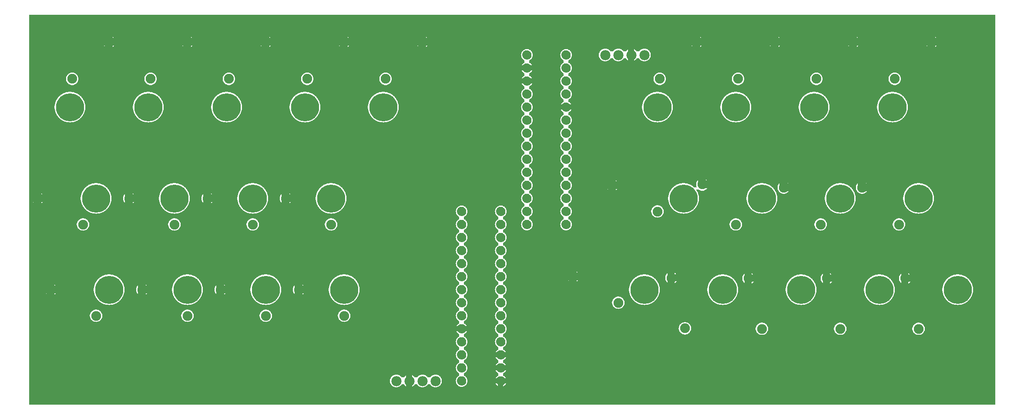
<source format=gbl>
G04 MADE WITH FRITZING*
G04 WWW.FRITZING.ORG*
G04 DOUBLE SIDED*
G04 HOLES PLATED*
G04 CONTOUR ON CENTER OF CONTOUR VECTOR*
%ASAXBY*%
%FSLAX23Y23*%
%MOIN*%
%OFA0B0*%
%SFA1.0B1.0*%
%ADD10C,0.075000*%
%ADD11C,0.078000*%
%ADD12C,0.070000*%
%ADD13C,0.215000*%
%ADD14R,0.001000X0.001000*%
%LNCOPPER0*%
G90*
G70*
G54D10*
X124Y2960D03*
X6750Y1008D03*
X6854Y621D03*
X6150Y1008D03*
X6254Y621D03*
X5550Y1008D03*
X5654Y621D03*
X4961Y1011D03*
X5064Y625D03*
X4207Y1021D03*
X4554Y821D03*
X6421Y1704D03*
X6704Y1421D03*
X5821Y1704D03*
X6104Y1421D03*
X5197Y1728D03*
X5454Y1421D03*
X4507Y1721D03*
X4854Y1521D03*
X2107Y921D03*
X2454Y721D03*
X1507Y921D03*
X1854Y721D03*
X907Y921D03*
X1254Y721D03*
X207Y921D03*
X554Y721D03*
X2007Y1621D03*
X2354Y1421D03*
X1407Y1621D03*
X1754Y1421D03*
X807Y1621D03*
X1154Y1421D03*
X107Y1621D03*
X454Y1421D03*
X6671Y2538D03*
X6954Y2821D03*
X6071Y2538D03*
X6354Y2821D03*
X5471Y2538D03*
X5754Y2821D03*
X4871Y2538D03*
X5154Y2821D03*
X371Y2538D03*
X654Y2821D03*
X971Y2538D03*
X1254Y2821D03*
X1571Y2538D03*
X1854Y2821D03*
X2171Y2538D03*
X2454Y2821D03*
X2771Y2538D03*
X3054Y2821D03*
G54D11*
X4454Y2721D03*
X4554Y2721D03*
X4654Y2721D03*
X4754Y2721D03*
X2854Y221D03*
X2954Y221D03*
X3054Y221D03*
X3154Y221D03*
G54D12*
X4154Y1421D03*
X3854Y2621D03*
X4154Y1521D03*
X3854Y2721D03*
X4154Y1621D03*
X4154Y1721D03*
X4154Y1821D03*
X4154Y1921D03*
X4154Y2721D03*
X4154Y2621D03*
X4154Y2521D03*
X4154Y2421D03*
X4154Y2021D03*
X4154Y2221D03*
X4154Y2121D03*
X4154Y2321D03*
X3854Y2221D03*
X3854Y2321D03*
X3854Y2421D03*
X3854Y2521D03*
X3854Y2021D03*
X3854Y2121D03*
X3854Y1621D03*
X3854Y1721D03*
X3854Y1821D03*
X3854Y1921D03*
X3854Y1421D03*
X3854Y1521D03*
G54D13*
X5954Y921D03*
X654Y921D03*
X1854Y921D03*
X4754Y921D03*
X6554Y921D03*
X2454Y921D03*
X1254Y921D03*
X7154Y921D03*
X5354Y921D03*
X6254Y1621D03*
X554Y1621D03*
X1754Y1621D03*
X5054Y1621D03*
X6854Y1621D03*
X2354Y1621D03*
X1154Y1621D03*
X5654Y1621D03*
X6654Y2321D03*
X6054Y2321D03*
X5454Y2321D03*
X4854Y2321D03*
X2754Y2321D03*
X2154Y2321D03*
X1554Y2321D03*
X954Y2321D03*
X354Y2321D03*
G54D12*
X3354Y1521D03*
X3654Y321D03*
X3354Y1421D03*
X3654Y221D03*
X3354Y1321D03*
X3354Y1221D03*
X3354Y1121D03*
X3354Y1021D03*
X3354Y221D03*
X3354Y321D03*
X3354Y421D03*
X3354Y521D03*
X3354Y921D03*
X3354Y721D03*
X3354Y821D03*
X3354Y621D03*
X3654Y721D03*
X3654Y621D03*
X3654Y521D03*
X3654Y421D03*
X3654Y921D03*
X3654Y821D03*
X3654Y1321D03*
X3654Y1221D03*
X3654Y1121D03*
X3654Y1021D03*
X3654Y1521D03*
X3654Y1421D03*
G36*
X40Y3031D02*
X40Y2869D01*
X6962Y2869D01*
X6962Y2867D01*
X6970Y2867D01*
X6970Y2865D01*
X6974Y2865D01*
X6974Y2863D01*
X6978Y2863D01*
X6978Y2861D01*
X6982Y2861D01*
X6982Y2859D01*
X6984Y2859D01*
X6984Y2857D01*
X6986Y2857D01*
X6986Y2855D01*
X6988Y2855D01*
X6988Y2853D01*
X6990Y2853D01*
X6990Y2851D01*
X6992Y2851D01*
X6992Y2847D01*
X6994Y2847D01*
X6994Y2845D01*
X6996Y2845D01*
X6996Y2841D01*
X6998Y2841D01*
X6998Y2835D01*
X7000Y2835D01*
X7000Y2825D01*
X7002Y2825D01*
X7002Y2819D01*
X7000Y2819D01*
X7000Y2807D01*
X6998Y2807D01*
X6998Y2801D01*
X6996Y2801D01*
X6996Y2799D01*
X6994Y2799D01*
X6994Y2795D01*
X6992Y2795D01*
X6992Y2791D01*
X6990Y2791D01*
X6990Y2789D01*
X6988Y2789D01*
X6988Y2787D01*
X6986Y2787D01*
X6986Y2785D01*
X6984Y2785D01*
X6984Y2783D01*
X6980Y2783D01*
X6980Y2781D01*
X6976Y2781D01*
X6976Y2779D01*
X6974Y2779D01*
X6974Y2777D01*
X6968Y2777D01*
X6968Y2775D01*
X6956Y2775D01*
X6956Y2773D01*
X7440Y2773D01*
X7440Y3031D01*
X40Y3031D01*
G37*
D02*
G36*
X40Y2869D02*
X40Y2773D01*
X652Y2773D01*
X652Y2775D01*
X640Y2775D01*
X640Y2777D01*
X634Y2777D01*
X634Y2779D01*
X630Y2779D01*
X630Y2781D01*
X628Y2781D01*
X628Y2783D01*
X624Y2783D01*
X624Y2785D01*
X622Y2785D01*
X622Y2787D01*
X620Y2787D01*
X620Y2789D01*
X618Y2789D01*
X618Y2791D01*
X616Y2791D01*
X616Y2795D01*
X614Y2795D01*
X614Y2797D01*
X612Y2797D01*
X612Y2801D01*
X610Y2801D01*
X610Y2807D01*
X608Y2807D01*
X608Y2815D01*
X606Y2815D01*
X606Y2827D01*
X608Y2827D01*
X608Y2837D01*
X610Y2837D01*
X610Y2841D01*
X612Y2841D01*
X612Y2845D01*
X614Y2845D01*
X614Y2849D01*
X616Y2849D01*
X616Y2851D01*
X618Y2851D01*
X618Y2853D01*
X620Y2853D01*
X620Y2855D01*
X622Y2855D01*
X622Y2857D01*
X624Y2857D01*
X624Y2859D01*
X626Y2859D01*
X626Y2861D01*
X630Y2861D01*
X630Y2863D01*
X634Y2863D01*
X634Y2865D01*
X638Y2865D01*
X638Y2867D01*
X646Y2867D01*
X646Y2869D01*
X40Y2869D01*
G37*
D02*
G36*
X662Y2869D02*
X662Y2867D01*
X670Y2867D01*
X670Y2865D01*
X674Y2865D01*
X674Y2863D01*
X678Y2863D01*
X678Y2861D01*
X682Y2861D01*
X682Y2859D01*
X684Y2859D01*
X684Y2857D01*
X686Y2857D01*
X686Y2855D01*
X688Y2855D01*
X688Y2853D01*
X690Y2853D01*
X690Y2851D01*
X692Y2851D01*
X692Y2847D01*
X694Y2847D01*
X694Y2845D01*
X696Y2845D01*
X696Y2841D01*
X698Y2841D01*
X698Y2835D01*
X700Y2835D01*
X700Y2825D01*
X702Y2825D01*
X702Y2819D01*
X700Y2819D01*
X700Y2807D01*
X698Y2807D01*
X698Y2801D01*
X696Y2801D01*
X696Y2799D01*
X694Y2799D01*
X694Y2795D01*
X692Y2795D01*
X692Y2791D01*
X690Y2791D01*
X690Y2789D01*
X688Y2789D01*
X688Y2787D01*
X686Y2787D01*
X686Y2785D01*
X684Y2785D01*
X684Y2783D01*
X680Y2783D01*
X680Y2781D01*
X676Y2781D01*
X676Y2779D01*
X674Y2779D01*
X674Y2777D01*
X668Y2777D01*
X668Y2775D01*
X656Y2775D01*
X656Y2773D01*
X1252Y2773D01*
X1252Y2775D01*
X1240Y2775D01*
X1240Y2777D01*
X1234Y2777D01*
X1234Y2779D01*
X1230Y2779D01*
X1230Y2781D01*
X1228Y2781D01*
X1228Y2783D01*
X1224Y2783D01*
X1224Y2785D01*
X1222Y2785D01*
X1222Y2787D01*
X1220Y2787D01*
X1220Y2789D01*
X1218Y2789D01*
X1218Y2791D01*
X1216Y2791D01*
X1216Y2795D01*
X1214Y2795D01*
X1214Y2797D01*
X1212Y2797D01*
X1212Y2801D01*
X1210Y2801D01*
X1210Y2807D01*
X1208Y2807D01*
X1208Y2815D01*
X1206Y2815D01*
X1206Y2827D01*
X1208Y2827D01*
X1208Y2837D01*
X1210Y2837D01*
X1210Y2841D01*
X1212Y2841D01*
X1212Y2845D01*
X1214Y2845D01*
X1214Y2849D01*
X1216Y2849D01*
X1216Y2851D01*
X1218Y2851D01*
X1218Y2853D01*
X1220Y2853D01*
X1220Y2855D01*
X1222Y2855D01*
X1222Y2857D01*
X1224Y2857D01*
X1224Y2859D01*
X1226Y2859D01*
X1226Y2861D01*
X1230Y2861D01*
X1230Y2863D01*
X1234Y2863D01*
X1234Y2865D01*
X1238Y2865D01*
X1238Y2867D01*
X1246Y2867D01*
X1246Y2869D01*
X662Y2869D01*
G37*
D02*
G36*
X1262Y2869D02*
X1262Y2867D01*
X1270Y2867D01*
X1270Y2865D01*
X1274Y2865D01*
X1274Y2863D01*
X1278Y2863D01*
X1278Y2861D01*
X1282Y2861D01*
X1282Y2859D01*
X1284Y2859D01*
X1284Y2857D01*
X1286Y2857D01*
X1286Y2855D01*
X1288Y2855D01*
X1288Y2853D01*
X1290Y2853D01*
X1290Y2851D01*
X1292Y2851D01*
X1292Y2847D01*
X1294Y2847D01*
X1294Y2845D01*
X1296Y2845D01*
X1296Y2841D01*
X1298Y2841D01*
X1298Y2835D01*
X1300Y2835D01*
X1300Y2825D01*
X1302Y2825D01*
X1302Y2819D01*
X1300Y2819D01*
X1300Y2807D01*
X1298Y2807D01*
X1298Y2801D01*
X1296Y2801D01*
X1296Y2799D01*
X1294Y2799D01*
X1294Y2795D01*
X1292Y2795D01*
X1292Y2791D01*
X1290Y2791D01*
X1290Y2789D01*
X1288Y2789D01*
X1288Y2787D01*
X1286Y2787D01*
X1286Y2785D01*
X1284Y2785D01*
X1284Y2783D01*
X1280Y2783D01*
X1280Y2781D01*
X1276Y2781D01*
X1276Y2779D01*
X1274Y2779D01*
X1274Y2777D01*
X1268Y2777D01*
X1268Y2775D01*
X1256Y2775D01*
X1256Y2773D01*
X1852Y2773D01*
X1852Y2775D01*
X1840Y2775D01*
X1840Y2777D01*
X1834Y2777D01*
X1834Y2779D01*
X1830Y2779D01*
X1830Y2781D01*
X1828Y2781D01*
X1828Y2783D01*
X1824Y2783D01*
X1824Y2785D01*
X1822Y2785D01*
X1822Y2787D01*
X1820Y2787D01*
X1820Y2789D01*
X1818Y2789D01*
X1818Y2791D01*
X1816Y2791D01*
X1816Y2795D01*
X1814Y2795D01*
X1814Y2797D01*
X1812Y2797D01*
X1812Y2801D01*
X1810Y2801D01*
X1810Y2807D01*
X1808Y2807D01*
X1808Y2815D01*
X1806Y2815D01*
X1806Y2827D01*
X1808Y2827D01*
X1808Y2837D01*
X1810Y2837D01*
X1810Y2841D01*
X1812Y2841D01*
X1812Y2845D01*
X1814Y2845D01*
X1814Y2849D01*
X1816Y2849D01*
X1816Y2851D01*
X1818Y2851D01*
X1818Y2853D01*
X1820Y2853D01*
X1820Y2855D01*
X1822Y2855D01*
X1822Y2857D01*
X1824Y2857D01*
X1824Y2859D01*
X1826Y2859D01*
X1826Y2861D01*
X1830Y2861D01*
X1830Y2863D01*
X1834Y2863D01*
X1834Y2865D01*
X1838Y2865D01*
X1838Y2867D01*
X1846Y2867D01*
X1846Y2869D01*
X1262Y2869D01*
G37*
D02*
G36*
X1862Y2869D02*
X1862Y2867D01*
X1870Y2867D01*
X1870Y2865D01*
X1874Y2865D01*
X1874Y2863D01*
X1878Y2863D01*
X1878Y2861D01*
X1882Y2861D01*
X1882Y2859D01*
X1884Y2859D01*
X1884Y2857D01*
X1886Y2857D01*
X1886Y2855D01*
X1888Y2855D01*
X1888Y2853D01*
X1890Y2853D01*
X1890Y2851D01*
X1892Y2851D01*
X1892Y2847D01*
X1894Y2847D01*
X1894Y2845D01*
X1896Y2845D01*
X1896Y2841D01*
X1898Y2841D01*
X1898Y2835D01*
X1900Y2835D01*
X1900Y2825D01*
X1902Y2825D01*
X1902Y2819D01*
X1900Y2819D01*
X1900Y2807D01*
X1898Y2807D01*
X1898Y2801D01*
X1896Y2801D01*
X1896Y2799D01*
X1894Y2799D01*
X1894Y2795D01*
X1892Y2795D01*
X1892Y2791D01*
X1890Y2791D01*
X1890Y2789D01*
X1888Y2789D01*
X1888Y2787D01*
X1886Y2787D01*
X1886Y2785D01*
X1884Y2785D01*
X1884Y2783D01*
X1880Y2783D01*
X1880Y2781D01*
X1876Y2781D01*
X1876Y2779D01*
X1874Y2779D01*
X1874Y2777D01*
X1868Y2777D01*
X1868Y2775D01*
X1856Y2775D01*
X1856Y2773D01*
X2452Y2773D01*
X2452Y2775D01*
X2440Y2775D01*
X2440Y2777D01*
X2434Y2777D01*
X2434Y2779D01*
X2430Y2779D01*
X2430Y2781D01*
X2428Y2781D01*
X2428Y2783D01*
X2424Y2783D01*
X2424Y2785D01*
X2422Y2785D01*
X2422Y2787D01*
X2420Y2787D01*
X2420Y2789D01*
X2418Y2789D01*
X2418Y2791D01*
X2416Y2791D01*
X2416Y2795D01*
X2414Y2795D01*
X2414Y2797D01*
X2412Y2797D01*
X2412Y2801D01*
X2410Y2801D01*
X2410Y2807D01*
X2408Y2807D01*
X2408Y2815D01*
X2406Y2815D01*
X2406Y2827D01*
X2408Y2827D01*
X2408Y2837D01*
X2410Y2837D01*
X2410Y2841D01*
X2412Y2841D01*
X2412Y2845D01*
X2414Y2845D01*
X2414Y2849D01*
X2416Y2849D01*
X2416Y2851D01*
X2418Y2851D01*
X2418Y2853D01*
X2420Y2853D01*
X2420Y2855D01*
X2422Y2855D01*
X2422Y2857D01*
X2424Y2857D01*
X2424Y2859D01*
X2426Y2859D01*
X2426Y2861D01*
X2430Y2861D01*
X2430Y2863D01*
X2434Y2863D01*
X2434Y2865D01*
X2438Y2865D01*
X2438Y2867D01*
X2446Y2867D01*
X2446Y2869D01*
X1862Y2869D01*
G37*
D02*
G36*
X2462Y2869D02*
X2462Y2867D01*
X2470Y2867D01*
X2470Y2865D01*
X2474Y2865D01*
X2474Y2863D01*
X2478Y2863D01*
X2478Y2861D01*
X2482Y2861D01*
X2482Y2859D01*
X2484Y2859D01*
X2484Y2857D01*
X2486Y2857D01*
X2486Y2855D01*
X2488Y2855D01*
X2488Y2853D01*
X2490Y2853D01*
X2490Y2851D01*
X2492Y2851D01*
X2492Y2847D01*
X2494Y2847D01*
X2494Y2845D01*
X2496Y2845D01*
X2496Y2841D01*
X2498Y2841D01*
X2498Y2835D01*
X2500Y2835D01*
X2500Y2825D01*
X2502Y2825D01*
X2502Y2819D01*
X2500Y2819D01*
X2500Y2807D01*
X2498Y2807D01*
X2498Y2801D01*
X2496Y2801D01*
X2496Y2799D01*
X2494Y2799D01*
X2494Y2795D01*
X2492Y2795D01*
X2492Y2791D01*
X2490Y2791D01*
X2490Y2789D01*
X2488Y2789D01*
X2488Y2787D01*
X2486Y2787D01*
X2486Y2785D01*
X2484Y2785D01*
X2484Y2783D01*
X2480Y2783D01*
X2480Y2781D01*
X2476Y2781D01*
X2476Y2779D01*
X2474Y2779D01*
X2474Y2777D01*
X2468Y2777D01*
X2468Y2775D01*
X2456Y2775D01*
X2456Y2773D01*
X3052Y2773D01*
X3052Y2775D01*
X3040Y2775D01*
X3040Y2777D01*
X3034Y2777D01*
X3034Y2779D01*
X3030Y2779D01*
X3030Y2781D01*
X3028Y2781D01*
X3028Y2783D01*
X3024Y2783D01*
X3024Y2785D01*
X3022Y2785D01*
X3022Y2787D01*
X3020Y2787D01*
X3020Y2789D01*
X3018Y2789D01*
X3018Y2791D01*
X3016Y2791D01*
X3016Y2795D01*
X3014Y2795D01*
X3014Y2797D01*
X3012Y2797D01*
X3012Y2801D01*
X3010Y2801D01*
X3010Y2807D01*
X3008Y2807D01*
X3008Y2815D01*
X3006Y2815D01*
X3006Y2827D01*
X3008Y2827D01*
X3008Y2837D01*
X3010Y2837D01*
X3010Y2841D01*
X3012Y2841D01*
X3012Y2845D01*
X3014Y2845D01*
X3014Y2849D01*
X3016Y2849D01*
X3016Y2851D01*
X3018Y2851D01*
X3018Y2853D01*
X3020Y2853D01*
X3020Y2855D01*
X3022Y2855D01*
X3022Y2857D01*
X3024Y2857D01*
X3024Y2859D01*
X3026Y2859D01*
X3026Y2861D01*
X3030Y2861D01*
X3030Y2863D01*
X3034Y2863D01*
X3034Y2865D01*
X3038Y2865D01*
X3038Y2867D01*
X3046Y2867D01*
X3046Y2869D01*
X2462Y2869D01*
G37*
D02*
G36*
X3062Y2869D02*
X3062Y2867D01*
X3070Y2867D01*
X3070Y2865D01*
X3074Y2865D01*
X3074Y2863D01*
X3078Y2863D01*
X3078Y2861D01*
X3082Y2861D01*
X3082Y2859D01*
X3084Y2859D01*
X3084Y2857D01*
X3086Y2857D01*
X3086Y2855D01*
X3088Y2855D01*
X3088Y2853D01*
X3090Y2853D01*
X3090Y2851D01*
X3092Y2851D01*
X3092Y2847D01*
X3094Y2847D01*
X3094Y2845D01*
X3096Y2845D01*
X3096Y2841D01*
X3098Y2841D01*
X3098Y2835D01*
X3100Y2835D01*
X3100Y2825D01*
X3102Y2825D01*
X3102Y2819D01*
X3100Y2819D01*
X3100Y2807D01*
X3098Y2807D01*
X3098Y2801D01*
X3096Y2801D01*
X3096Y2799D01*
X3094Y2799D01*
X3094Y2795D01*
X3092Y2795D01*
X3092Y2791D01*
X3090Y2791D01*
X3090Y2789D01*
X3088Y2789D01*
X3088Y2787D01*
X3086Y2787D01*
X3086Y2785D01*
X3084Y2785D01*
X3084Y2783D01*
X3080Y2783D01*
X3080Y2781D01*
X3076Y2781D01*
X3076Y2779D01*
X3074Y2779D01*
X3074Y2777D01*
X3068Y2777D01*
X3068Y2775D01*
X3056Y2775D01*
X3056Y2773D01*
X5152Y2773D01*
X5152Y2775D01*
X5140Y2775D01*
X5140Y2777D01*
X5134Y2777D01*
X5134Y2779D01*
X5130Y2779D01*
X5130Y2781D01*
X5128Y2781D01*
X5128Y2783D01*
X5124Y2783D01*
X5124Y2785D01*
X5122Y2785D01*
X5122Y2787D01*
X5120Y2787D01*
X5120Y2789D01*
X5118Y2789D01*
X5118Y2791D01*
X5116Y2791D01*
X5116Y2795D01*
X5114Y2795D01*
X5114Y2797D01*
X5112Y2797D01*
X5112Y2801D01*
X5110Y2801D01*
X5110Y2807D01*
X5108Y2807D01*
X5108Y2815D01*
X5106Y2815D01*
X5106Y2827D01*
X5108Y2827D01*
X5108Y2837D01*
X5110Y2837D01*
X5110Y2841D01*
X5112Y2841D01*
X5112Y2845D01*
X5114Y2845D01*
X5114Y2849D01*
X5116Y2849D01*
X5116Y2851D01*
X5118Y2851D01*
X5118Y2853D01*
X5120Y2853D01*
X5120Y2855D01*
X5122Y2855D01*
X5122Y2857D01*
X5124Y2857D01*
X5124Y2859D01*
X5126Y2859D01*
X5126Y2861D01*
X5130Y2861D01*
X5130Y2863D01*
X5134Y2863D01*
X5134Y2865D01*
X5138Y2865D01*
X5138Y2867D01*
X5146Y2867D01*
X5146Y2869D01*
X3062Y2869D01*
G37*
D02*
G36*
X5162Y2869D02*
X5162Y2867D01*
X5170Y2867D01*
X5170Y2865D01*
X5174Y2865D01*
X5174Y2863D01*
X5178Y2863D01*
X5178Y2861D01*
X5182Y2861D01*
X5182Y2859D01*
X5184Y2859D01*
X5184Y2857D01*
X5186Y2857D01*
X5186Y2855D01*
X5188Y2855D01*
X5188Y2853D01*
X5190Y2853D01*
X5190Y2851D01*
X5192Y2851D01*
X5192Y2847D01*
X5194Y2847D01*
X5194Y2845D01*
X5196Y2845D01*
X5196Y2841D01*
X5198Y2841D01*
X5198Y2835D01*
X5200Y2835D01*
X5200Y2825D01*
X5202Y2825D01*
X5202Y2819D01*
X5200Y2819D01*
X5200Y2807D01*
X5198Y2807D01*
X5198Y2801D01*
X5196Y2801D01*
X5196Y2799D01*
X5194Y2799D01*
X5194Y2795D01*
X5192Y2795D01*
X5192Y2791D01*
X5190Y2791D01*
X5190Y2789D01*
X5188Y2789D01*
X5188Y2787D01*
X5186Y2787D01*
X5186Y2785D01*
X5184Y2785D01*
X5184Y2783D01*
X5180Y2783D01*
X5180Y2781D01*
X5176Y2781D01*
X5176Y2779D01*
X5174Y2779D01*
X5174Y2777D01*
X5168Y2777D01*
X5168Y2775D01*
X5156Y2775D01*
X5156Y2773D01*
X5752Y2773D01*
X5752Y2775D01*
X5740Y2775D01*
X5740Y2777D01*
X5734Y2777D01*
X5734Y2779D01*
X5730Y2779D01*
X5730Y2781D01*
X5728Y2781D01*
X5728Y2783D01*
X5724Y2783D01*
X5724Y2785D01*
X5722Y2785D01*
X5722Y2787D01*
X5720Y2787D01*
X5720Y2789D01*
X5718Y2789D01*
X5718Y2791D01*
X5716Y2791D01*
X5716Y2795D01*
X5714Y2795D01*
X5714Y2797D01*
X5712Y2797D01*
X5712Y2801D01*
X5710Y2801D01*
X5710Y2807D01*
X5708Y2807D01*
X5708Y2815D01*
X5706Y2815D01*
X5706Y2827D01*
X5708Y2827D01*
X5708Y2837D01*
X5710Y2837D01*
X5710Y2841D01*
X5712Y2841D01*
X5712Y2845D01*
X5714Y2845D01*
X5714Y2849D01*
X5716Y2849D01*
X5716Y2851D01*
X5718Y2851D01*
X5718Y2853D01*
X5720Y2853D01*
X5720Y2855D01*
X5722Y2855D01*
X5722Y2857D01*
X5724Y2857D01*
X5724Y2859D01*
X5726Y2859D01*
X5726Y2861D01*
X5730Y2861D01*
X5730Y2863D01*
X5734Y2863D01*
X5734Y2865D01*
X5738Y2865D01*
X5738Y2867D01*
X5746Y2867D01*
X5746Y2869D01*
X5162Y2869D01*
G37*
D02*
G36*
X5762Y2869D02*
X5762Y2867D01*
X5770Y2867D01*
X5770Y2865D01*
X5774Y2865D01*
X5774Y2863D01*
X5778Y2863D01*
X5778Y2861D01*
X5782Y2861D01*
X5782Y2859D01*
X5784Y2859D01*
X5784Y2857D01*
X5786Y2857D01*
X5786Y2855D01*
X5788Y2855D01*
X5788Y2853D01*
X5790Y2853D01*
X5790Y2851D01*
X5792Y2851D01*
X5792Y2847D01*
X5794Y2847D01*
X5794Y2845D01*
X5796Y2845D01*
X5796Y2841D01*
X5798Y2841D01*
X5798Y2835D01*
X5800Y2835D01*
X5800Y2825D01*
X5802Y2825D01*
X5802Y2819D01*
X5800Y2819D01*
X5800Y2807D01*
X5798Y2807D01*
X5798Y2801D01*
X5796Y2801D01*
X5796Y2799D01*
X5794Y2799D01*
X5794Y2795D01*
X5792Y2795D01*
X5792Y2791D01*
X5790Y2791D01*
X5790Y2789D01*
X5788Y2789D01*
X5788Y2787D01*
X5786Y2787D01*
X5786Y2785D01*
X5784Y2785D01*
X5784Y2783D01*
X5780Y2783D01*
X5780Y2781D01*
X5776Y2781D01*
X5776Y2779D01*
X5774Y2779D01*
X5774Y2777D01*
X5768Y2777D01*
X5768Y2775D01*
X5756Y2775D01*
X5756Y2773D01*
X6352Y2773D01*
X6352Y2775D01*
X6340Y2775D01*
X6340Y2777D01*
X6334Y2777D01*
X6334Y2779D01*
X6330Y2779D01*
X6330Y2781D01*
X6328Y2781D01*
X6328Y2783D01*
X6324Y2783D01*
X6324Y2785D01*
X6322Y2785D01*
X6322Y2787D01*
X6320Y2787D01*
X6320Y2789D01*
X6318Y2789D01*
X6318Y2791D01*
X6316Y2791D01*
X6316Y2795D01*
X6314Y2795D01*
X6314Y2797D01*
X6312Y2797D01*
X6312Y2801D01*
X6310Y2801D01*
X6310Y2807D01*
X6308Y2807D01*
X6308Y2815D01*
X6306Y2815D01*
X6306Y2827D01*
X6308Y2827D01*
X6308Y2837D01*
X6310Y2837D01*
X6310Y2841D01*
X6312Y2841D01*
X6312Y2845D01*
X6314Y2845D01*
X6314Y2849D01*
X6316Y2849D01*
X6316Y2851D01*
X6318Y2851D01*
X6318Y2853D01*
X6320Y2853D01*
X6320Y2855D01*
X6322Y2855D01*
X6322Y2857D01*
X6324Y2857D01*
X6324Y2859D01*
X6326Y2859D01*
X6326Y2861D01*
X6330Y2861D01*
X6330Y2863D01*
X6334Y2863D01*
X6334Y2865D01*
X6338Y2865D01*
X6338Y2867D01*
X6346Y2867D01*
X6346Y2869D01*
X5762Y2869D01*
G37*
D02*
G36*
X6362Y2869D02*
X6362Y2867D01*
X6370Y2867D01*
X6370Y2865D01*
X6374Y2865D01*
X6374Y2863D01*
X6378Y2863D01*
X6378Y2861D01*
X6382Y2861D01*
X6382Y2859D01*
X6384Y2859D01*
X6384Y2857D01*
X6386Y2857D01*
X6386Y2855D01*
X6388Y2855D01*
X6388Y2853D01*
X6390Y2853D01*
X6390Y2851D01*
X6392Y2851D01*
X6392Y2847D01*
X6394Y2847D01*
X6394Y2845D01*
X6396Y2845D01*
X6396Y2841D01*
X6398Y2841D01*
X6398Y2835D01*
X6400Y2835D01*
X6400Y2825D01*
X6402Y2825D01*
X6402Y2819D01*
X6400Y2819D01*
X6400Y2807D01*
X6398Y2807D01*
X6398Y2801D01*
X6396Y2801D01*
X6396Y2799D01*
X6394Y2799D01*
X6394Y2795D01*
X6392Y2795D01*
X6392Y2791D01*
X6390Y2791D01*
X6390Y2789D01*
X6388Y2789D01*
X6388Y2787D01*
X6386Y2787D01*
X6386Y2785D01*
X6384Y2785D01*
X6384Y2783D01*
X6380Y2783D01*
X6380Y2781D01*
X6376Y2781D01*
X6376Y2779D01*
X6374Y2779D01*
X6374Y2777D01*
X6368Y2777D01*
X6368Y2775D01*
X6356Y2775D01*
X6356Y2773D01*
X6952Y2773D01*
X6952Y2775D01*
X6940Y2775D01*
X6940Y2777D01*
X6934Y2777D01*
X6934Y2779D01*
X6930Y2779D01*
X6930Y2781D01*
X6928Y2781D01*
X6928Y2783D01*
X6924Y2783D01*
X6924Y2785D01*
X6922Y2785D01*
X6922Y2787D01*
X6920Y2787D01*
X6920Y2789D01*
X6918Y2789D01*
X6918Y2791D01*
X6916Y2791D01*
X6916Y2795D01*
X6914Y2795D01*
X6914Y2797D01*
X6912Y2797D01*
X6912Y2801D01*
X6910Y2801D01*
X6910Y2807D01*
X6908Y2807D01*
X6908Y2815D01*
X6906Y2815D01*
X6906Y2827D01*
X6908Y2827D01*
X6908Y2837D01*
X6910Y2837D01*
X6910Y2841D01*
X6912Y2841D01*
X6912Y2845D01*
X6914Y2845D01*
X6914Y2849D01*
X6916Y2849D01*
X6916Y2851D01*
X6918Y2851D01*
X6918Y2853D01*
X6920Y2853D01*
X6920Y2855D01*
X6922Y2855D01*
X6922Y2857D01*
X6924Y2857D01*
X6924Y2859D01*
X6926Y2859D01*
X6926Y2861D01*
X6930Y2861D01*
X6930Y2863D01*
X6934Y2863D01*
X6934Y2865D01*
X6938Y2865D01*
X6938Y2867D01*
X6946Y2867D01*
X6946Y2869D01*
X6362Y2869D01*
G37*
D02*
G36*
X40Y2773D02*
X40Y2771D01*
X7440Y2771D01*
X7440Y2773D01*
X40Y2773D01*
G37*
D02*
G36*
X40Y2773D02*
X40Y2771D01*
X7440Y2771D01*
X7440Y2773D01*
X40Y2773D01*
G37*
D02*
G36*
X40Y2773D02*
X40Y2771D01*
X7440Y2771D01*
X7440Y2773D01*
X40Y2773D01*
G37*
D02*
G36*
X40Y2773D02*
X40Y2771D01*
X7440Y2771D01*
X7440Y2773D01*
X40Y2773D01*
G37*
D02*
G36*
X40Y2773D02*
X40Y2771D01*
X7440Y2771D01*
X7440Y2773D01*
X40Y2773D01*
G37*
D02*
G36*
X40Y2773D02*
X40Y2771D01*
X7440Y2771D01*
X7440Y2773D01*
X40Y2773D01*
G37*
D02*
G36*
X40Y2773D02*
X40Y2771D01*
X7440Y2771D01*
X7440Y2773D01*
X40Y2773D01*
G37*
D02*
G36*
X40Y2773D02*
X40Y2771D01*
X7440Y2771D01*
X7440Y2773D01*
X40Y2773D01*
G37*
D02*
G36*
X40Y2773D02*
X40Y2771D01*
X7440Y2771D01*
X7440Y2773D01*
X40Y2773D01*
G37*
D02*
G36*
X40Y2773D02*
X40Y2771D01*
X7440Y2771D01*
X7440Y2773D01*
X40Y2773D01*
G37*
D02*
G36*
X40Y2771D02*
X40Y2767D01*
X4158Y2767D01*
X4158Y2765D01*
X4168Y2765D01*
X4168Y2763D01*
X4172Y2763D01*
X4172Y2761D01*
X4176Y2761D01*
X4176Y2759D01*
X4180Y2759D01*
X4180Y2757D01*
X4182Y2757D01*
X4182Y2755D01*
X4184Y2755D01*
X4184Y2753D01*
X4186Y2753D01*
X4186Y2751D01*
X4188Y2751D01*
X4188Y2749D01*
X4190Y2749D01*
X4190Y2747D01*
X4192Y2747D01*
X4192Y2743D01*
X4194Y2743D01*
X4194Y2739D01*
X4196Y2739D01*
X4196Y2733D01*
X4198Y2733D01*
X4198Y2709D01*
X4196Y2709D01*
X4196Y2703D01*
X4194Y2703D01*
X4194Y2699D01*
X4192Y2699D01*
X4192Y2697D01*
X4190Y2697D01*
X4190Y2693D01*
X4188Y2693D01*
X4188Y2691D01*
X4186Y2691D01*
X4186Y2689D01*
X4184Y2689D01*
X4184Y2687D01*
X4182Y2687D01*
X4182Y2685D01*
X4178Y2685D01*
X4178Y2683D01*
X4176Y2683D01*
X4176Y2681D01*
X4172Y2681D01*
X4172Y2673D01*
X4442Y2673D01*
X4442Y2675D01*
X4436Y2675D01*
X4436Y2677D01*
X4432Y2677D01*
X4432Y2679D01*
X4428Y2679D01*
X4428Y2681D01*
X4424Y2681D01*
X4424Y2683D01*
X4422Y2683D01*
X4422Y2685D01*
X4420Y2685D01*
X4420Y2687D01*
X4418Y2687D01*
X4418Y2689D01*
X4416Y2689D01*
X4416Y2691D01*
X4414Y2691D01*
X4414Y2695D01*
X4412Y2695D01*
X4412Y2699D01*
X4410Y2699D01*
X4410Y2701D01*
X4408Y2701D01*
X4408Y2707D01*
X4406Y2707D01*
X4406Y2719D01*
X4404Y2719D01*
X4404Y2725D01*
X4406Y2725D01*
X4406Y2735D01*
X4408Y2735D01*
X4408Y2741D01*
X4410Y2741D01*
X4410Y2745D01*
X4412Y2745D01*
X4412Y2749D01*
X4414Y2749D01*
X4414Y2751D01*
X4416Y2751D01*
X4416Y2753D01*
X4418Y2753D01*
X4418Y2755D01*
X4420Y2755D01*
X4420Y2757D01*
X4422Y2757D01*
X4422Y2759D01*
X4424Y2759D01*
X4424Y2761D01*
X4426Y2761D01*
X4426Y2763D01*
X4430Y2763D01*
X4430Y2765D01*
X4434Y2765D01*
X4434Y2767D01*
X4440Y2767D01*
X4440Y2769D01*
X4450Y2769D01*
X4450Y2771D01*
X40Y2771D01*
G37*
D02*
G36*
X4458Y2771D02*
X4458Y2769D01*
X4468Y2769D01*
X4468Y2767D01*
X4474Y2767D01*
X4474Y2765D01*
X4478Y2765D01*
X4478Y2763D01*
X4480Y2763D01*
X4480Y2761D01*
X4484Y2761D01*
X4484Y2759D01*
X4486Y2759D01*
X4486Y2757D01*
X4488Y2757D01*
X4488Y2755D01*
X4490Y2755D01*
X4490Y2753D01*
X4492Y2753D01*
X4492Y2751D01*
X4494Y2751D01*
X4494Y2749D01*
X4514Y2749D01*
X4514Y2751D01*
X4516Y2751D01*
X4516Y2753D01*
X4518Y2753D01*
X4518Y2755D01*
X4520Y2755D01*
X4520Y2757D01*
X4522Y2757D01*
X4522Y2759D01*
X4524Y2759D01*
X4524Y2761D01*
X4526Y2761D01*
X4526Y2763D01*
X4530Y2763D01*
X4530Y2765D01*
X4534Y2765D01*
X4534Y2767D01*
X4540Y2767D01*
X4540Y2769D01*
X4550Y2769D01*
X4550Y2771D01*
X4458Y2771D01*
G37*
D02*
G36*
X4558Y2771D02*
X4558Y2769D01*
X4568Y2769D01*
X4568Y2767D01*
X4574Y2767D01*
X4574Y2765D01*
X4578Y2765D01*
X4578Y2763D01*
X4580Y2763D01*
X4580Y2761D01*
X4584Y2761D01*
X4584Y2759D01*
X4586Y2759D01*
X4586Y2757D01*
X4588Y2757D01*
X4588Y2755D01*
X4590Y2755D01*
X4590Y2753D01*
X4592Y2753D01*
X4592Y2751D01*
X4594Y2751D01*
X4594Y2749D01*
X4614Y2749D01*
X4614Y2751D01*
X4616Y2751D01*
X4616Y2753D01*
X4618Y2753D01*
X4618Y2755D01*
X4620Y2755D01*
X4620Y2757D01*
X4622Y2757D01*
X4622Y2759D01*
X4624Y2759D01*
X4624Y2761D01*
X4626Y2761D01*
X4626Y2763D01*
X4630Y2763D01*
X4630Y2765D01*
X4634Y2765D01*
X4634Y2767D01*
X4640Y2767D01*
X4640Y2769D01*
X4650Y2769D01*
X4650Y2771D01*
X4558Y2771D01*
G37*
D02*
G36*
X4658Y2771D02*
X4658Y2769D01*
X4668Y2769D01*
X4668Y2767D01*
X4674Y2767D01*
X4674Y2765D01*
X4678Y2765D01*
X4678Y2763D01*
X4680Y2763D01*
X4680Y2761D01*
X4684Y2761D01*
X4684Y2759D01*
X4686Y2759D01*
X4686Y2757D01*
X4688Y2757D01*
X4688Y2755D01*
X4690Y2755D01*
X4690Y2753D01*
X4692Y2753D01*
X4692Y2751D01*
X4694Y2751D01*
X4694Y2749D01*
X4714Y2749D01*
X4714Y2751D01*
X4716Y2751D01*
X4716Y2753D01*
X4718Y2753D01*
X4718Y2755D01*
X4720Y2755D01*
X4720Y2757D01*
X4722Y2757D01*
X4722Y2759D01*
X4724Y2759D01*
X4724Y2761D01*
X4726Y2761D01*
X4726Y2763D01*
X4730Y2763D01*
X4730Y2765D01*
X4734Y2765D01*
X4734Y2767D01*
X4740Y2767D01*
X4740Y2769D01*
X4750Y2769D01*
X4750Y2771D01*
X4658Y2771D01*
G37*
D02*
G36*
X4758Y2771D02*
X4758Y2769D01*
X4768Y2769D01*
X4768Y2767D01*
X4774Y2767D01*
X4774Y2765D01*
X4778Y2765D01*
X4778Y2763D01*
X4780Y2763D01*
X4780Y2761D01*
X4784Y2761D01*
X4784Y2759D01*
X4786Y2759D01*
X4786Y2757D01*
X4788Y2757D01*
X4788Y2755D01*
X4790Y2755D01*
X4790Y2753D01*
X4792Y2753D01*
X4792Y2751D01*
X4794Y2751D01*
X4794Y2747D01*
X4796Y2747D01*
X4796Y2743D01*
X4798Y2743D01*
X4798Y2741D01*
X4800Y2741D01*
X4800Y2733D01*
X4802Y2733D01*
X4802Y2709D01*
X4800Y2709D01*
X4800Y2703D01*
X4798Y2703D01*
X4798Y2699D01*
X4796Y2699D01*
X4796Y2695D01*
X4794Y2695D01*
X4794Y2693D01*
X4792Y2693D01*
X4792Y2689D01*
X4790Y2689D01*
X4790Y2687D01*
X4788Y2687D01*
X4788Y2685D01*
X4786Y2685D01*
X4786Y2683D01*
X4782Y2683D01*
X4782Y2681D01*
X4780Y2681D01*
X4780Y2679D01*
X4776Y2679D01*
X4776Y2677D01*
X4772Y2677D01*
X4772Y2675D01*
X4766Y2675D01*
X4766Y2673D01*
X7440Y2673D01*
X7440Y2771D01*
X4758Y2771D01*
G37*
D02*
G36*
X40Y2767D02*
X40Y2585D01*
X2784Y2585D01*
X2784Y2583D01*
X2790Y2583D01*
X2790Y2581D01*
X2794Y2581D01*
X2794Y2579D01*
X2798Y2579D01*
X2798Y2577D01*
X2800Y2577D01*
X2800Y2575D01*
X2802Y2575D01*
X2802Y2573D01*
X2804Y2573D01*
X2804Y2571D01*
X2806Y2571D01*
X2806Y2569D01*
X2808Y2569D01*
X2808Y2567D01*
X2810Y2567D01*
X2810Y2563D01*
X2812Y2563D01*
X2812Y2561D01*
X2814Y2561D01*
X2814Y2557D01*
X2816Y2557D01*
X2816Y2549D01*
X2818Y2549D01*
X2818Y2527D01*
X2816Y2527D01*
X2816Y2521D01*
X2814Y2521D01*
X2814Y2517D01*
X2812Y2517D01*
X2812Y2513D01*
X2810Y2513D01*
X2810Y2511D01*
X2808Y2511D01*
X2808Y2507D01*
X2806Y2507D01*
X2806Y2505D01*
X2804Y2505D01*
X2804Y2503D01*
X2802Y2503D01*
X2802Y2501D01*
X2798Y2501D01*
X2798Y2499D01*
X2796Y2499D01*
X2796Y2497D01*
X2792Y2497D01*
X2792Y2495D01*
X2788Y2495D01*
X2788Y2493D01*
X2780Y2493D01*
X2780Y2491D01*
X3820Y2491D01*
X3820Y2493D01*
X3818Y2493D01*
X3818Y2495D01*
X3816Y2495D01*
X3816Y2499D01*
X3814Y2499D01*
X3814Y2503D01*
X3812Y2503D01*
X3812Y2509D01*
X3810Y2509D01*
X3810Y2519D01*
X3808Y2519D01*
X3808Y2525D01*
X3810Y2525D01*
X3810Y2535D01*
X3812Y2535D01*
X3812Y2539D01*
X3814Y2539D01*
X3814Y2543D01*
X3816Y2543D01*
X3816Y2547D01*
X3818Y2547D01*
X3818Y2549D01*
X3820Y2549D01*
X3820Y2551D01*
X3822Y2551D01*
X3822Y2553D01*
X3824Y2553D01*
X3824Y2555D01*
X3826Y2555D01*
X3826Y2557D01*
X3828Y2557D01*
X3828Y2559D01*
X3832Y2559D01*
X3832Y2561D01*
X3834Y2561D01*
X3834Y2581D01*
X3832Y2581D01*
X3832Y2583D01*
X3828Y2583D01*
X3828Y2585D01*
X3826Y2585D01*
X3826Y2587D01*
X3824Y2587D01*
X3824Y2589D01*
X3822Y2589D01*
X3822Y2591D01*
X3820Y2591D01*
X3820Y2593D01*
X3818Y2593D01*
X3818Y2595D01*
X3816Y2595D01*
X3816Y2599D01*
X3814Y2599D01*
X3814Y2603D01*
X3812Y2603D01*
X3812Y2609D01*
X3810Y2609D01*
X3810Y2619D01*
X3808Y2619D01*
X3808Y2625D01*
X3810Y2625D01*
X3810Y2635D01*
X3812Y2635D01*
X3812Y2639D01*
X3814Y2639D01*
X3814Y2643D01*
X3816Y2643D01*
X3816Y2647D01*
X3818Y2647D01*
X3818Y2649D01*
X3820Y2649D01*
X3820Y2651D01*
X3822Y2651D01*
X3822Y2653D01*
X3824Y2653D01*
X3824Y2655D01*
X3826Y2655D01*
X3826Y2657D01*
X3828Y2657D01*
X3828Y2659D01*
X3832Y2659D01*
X3832Y2661D01*
X3834Y2661D01*
X3834Y2681D01*
X3832Y2681D01*
X3832Y2683D01*
X3828Y2683D01*
X3828Y2685D01*
X3826Y2685D01*
X3826Y2687D01*
X3824Y2687D01*
X3824Y2689D01*
X3822Y2689D01*
X3822Y2691D01*
X3820Y2691D01*
X3820Y2693D01*
X3818Y2693D01*
X3818Y2695D01*
X3816Y2695D01*
X3816Y2699D01*
X3814Y2699D01*
X3814Y2703D01*
X3812Y2703D01*
X3812Y2709D01*
X3810Y2709D01*
X3810Y2719D01*
X3808Y2719D01*
X3808Y2725D01*
X3810Y2725D01*
X3810Y2735D01*
X3812Y2735D01*
X3812Y2739D01*
X3814Y2739D01*
X3814Y2743D01*
X3816Y2743D01*
X3816Y2747D01*
X3818Y2747D01*
X3818Y2749D01*
X3820Y2749D01*
X3820Y2751D01*
X3822Y2751D01*
X3822Y2753D01*
X3824Y2753D01*
X3824Y2755D01*
X3826Y2755D01*
X3826Y2757D01*
X3828Y2757D01*
X3828Y2759D01*
X3832Y2759D01*
X3832Y2761D01*
X3834Y2761D01*
X3834Y2763D01*
X3840Y2763D01*
X3840Y2765D01*
X3850Y2765D01*
X3850Y2767D01*
X40Y2767D01*
G37*
D02*
G36*
X3858Y2767D02*
X3858Y2765D01*
X3868Y2765D01*
X3868Y2763D01*
X3872Y2763D01*
X3872Y2761D01*
X3876Y2761D01*
X3876Y2759D01*
X3880Y2759D01*
X3880Y2757D01*
X3882Y2757D01*
X3882Y2755D01*
X3884Y2755D01*
X3884Y2753D01*
X3886Y2753D01*
X3886Y2751D01*
X3888Y2751D01*
X3888Y2749D01*
X3890Y2749D01*
X3890Y2747D01*
X3892Y2747D01*
X3892Y2743D01*
X3894Y2743D01*
X3894Y2739D01*
X3896Y2739D01*
X3896Y2733D01*
X3898Y2733D01*
X3898Y2709D01*
X3896Y2709D01*
X3896Y2703D01*
X3894Y2703D01*
X3894Y2699D01*
X3892Y2699D01*
X3892Y2697D01*
X3890Y2697D01*
X3890Y2693D01*
X3888Y2693D01*
X3888Y2691D01*
X3886Y2691D01*
X3886Y2689D01*
X3884Y2689D01*
X3884Y2687D01*
X3882Y2687D01*
X3882Y2685D01*
X3878Y2685D01*
X3878Y2683D01*
X3876Y2683D01*
X3876Y2681D01*
X3872Y2681D01*
X3872Y2661D01*
X3876Y2661D01*
X3876Y2659D01*
X3880Y2659D01*
X3880Y2657D01*
X3882Y2657D01*
X3882Y2655D01*
X3884Y2655D01*
X3884Y2653D01*
X3886Y2653D01*
X3886Y2651D01*
X3888Y2651D01*
X3888Y2649D01*
X3890Y2649D01*
X3890Y2647D01*
X3892Y2647D01*
X3892Y2643D01*
X3894Y2643D01*
X3894Y2639D01*
X3896Y2639D01*
X3896Y2633D01*
X3898Y2633D01*
X3898Y2609D01*
X3896Y2609D01*
X3896Y2603D01*
X3894Y2603D01*
X3894Y2599D01*
X3892Y2599D01*
X3892Y2597D01*
X3890Y2597D01*
X3890Y2593D01*
X3888Y2593D01*
X3888Y2591D01*
X3886Y2591D01*
X3886Y2589D01*
X3884Y2589D01*
X3884Y2587D01*
X3882Y2587D01*
X3882Y2585D01*
X3878Y2585D01*
X3878Y2583D01*
X3876Y2583D01*
X3876Y2581D01*
X3872Y2581D01*
X3872Y2561D01*
X3876Y2561D01*
X3876Y2559D01*
X3880Y2559D01*
X3880Y2557D01*
X3882Y2557D01*
X3882Y2555D01*
X3884Y2555D01*
X3884Y2553D01*
X3886Y2553D01*
X3886Y2551D01*
X3888Y2551D01*
X3888Y2549D01*
X3890Y2549D01*
X3890Y2547D01*
X3892Y2547D01*
X3892Y2543D01*
X3894Y2543D01*
X3894Y2539D01*
X3896Y2539D01*
X3896Y2533D01*
X3898Y2533D01*
X3898Y2509D01*
X3896Y2509D01*
X3896Y2503D01*
X3894Y2503D01*
X3894Y2499D01*
X3892Y2499D01*
X3892Y2497D01*
X3890Y2497D01*
X3890Y2493D01*
X3888Y2493D01*
X3888Y2491D01*
X3886Y2491D01*
X3886Y2489D01*
X3884Y2489D01*
X3884Y2487D01*
X3882Y2487D01*
X3882Y2485D01*
X3878Y2485D01*
X3878Y2483D01*
X3876Y2483D01*
X3876Y2481D01*
X3872Y2481D01*
X3872Y2461D01*
X3876Y2461D01*
X3876Y2459D01*
X3880Y2459D01*
X3880Y2457D01*
X3882Y2457D01*
X3882Y2455D01*
X3884Y2455D01*
X3884Y2453D01*
X3886Y2453D01*
X3886Y2451D01*
X3888Y2451D01*
X3888Y2449D01*
X3890Y2449D01*
X3890Y2447D01*
X3892Y2447D01*
X3892Y2443D01*
X3894Y2443D01*
X3894Y2439D01*
X3896Y2439D01*
X3896Y2433D01*
X3898Y2433D01*
X3898Y2409D01*
X3896Y2409D01*
X3896Y2403D01*
X3894Y2403D01*
X3894Y2399D01*
X3892Y2399D01*
X3892Y2397D01*
X3890Y2397D01*
X3890Y2393D01*
X3888Y2393D01*
X3888Y2391D01*
X3886Y2391D01*
X3886Y2389D01*
X3884Y2389D01*
X3884Y2387D01*
X3882Y2387D01*
X3882Y2385D01*
X3878Y2385D01*
X3878Y2383D01*
X3876Y2383D01*
X3876Y2381D01*
X3872Y2381D01*
X3872Y2361D01*
X3876Y2361D01*
X3876Y2359D01*
X3880Y2359D01*
X3880Y2357D01*
X3882Y2357D01*
X3882Y2355D01*
X3884Y2355D01*
X3884Y2353D01*
X3886Y2353D01*
X3886Y2351D01*
X3888Y2351D01*
X3888Y2349D01*
X3890Y2349D01*
X3890Y2347D01*
X3892Y2347D01*
X3892Y2343D01*
X3894Y2343D01*
X3894Y2339D01*
X3896Y2339D01*
X3896Y2333D01*
X3898Y2333D01*
X3898Y2309D01*
X3896Y2309D01*
X3896Y2303D01*
X3894Y2303D01*
X3894Y2299D01*
X3892Y2299D01*
X3892Y2297D01*
X3890Y2297D01*
X3890Y2293D01*
X3888Y2293D01*
X3888Y2291D01*
X3886Y2291D01*
X3886Y2289D01*
X3884Y2289D01*
X3884Y2287D01*
X3882Y2287D01*
X3882Y2285D01*
X3878Y2285D01*
X3878Y2283D01*
X3876Y2283D01*
X3876Y2281D01*
X3872Y2281D01*
X3872Y2261D01*
X3876Y2261D01*
X3876Y2259D01*
X3880Y2259D01*
X3880Y2257D01*
X3882Y2257D01*
X3882Y2255D01*
X3884Y2255D01*
X3884Y2253D01*
X3886Y2253D01*
X3886Y2251D01*
X3888Y2251D01*
X3888Y2249D01*
X3890Y2249D01*
X3890Y2247D01*
X3892Y2247D01*
X3892Y2243D01*
X3894Y2243D01*
X3894Y2239D01*
X3896Y2239D01*
X3896Y2233D01*
X3898Y2233D01*
X3898Y2209D01*
X3896Y2209D01*
X3896Y2203D01*
X3894Y2203D01*
X3894Y2199D01*
X3892Y2199D01*
X3892Y2197D01*
X3890Y2197D01*
X3890Y2193D01*
X3888Y2193D01*
X3888Y2191D01*
X3886Y2191D01*
X3886Y2189D01*
X3884Y2189D01*
X3884Y2187D01*
X3882Y2187D01*
X3882Y2185D01*
X3878Y2185D01*
X3878Y2183D01*
X3876Y2183D01*
X3876Y2181D01*
X3872Y2181D01*
X3872Y2161D01*
X3876Y2161D01*
X3876Y2159D01*
X3880Y2159D01*
X3880Y2157D01*
X3882Y2157D01*
X3882Y2155D01*
X3884Y2155D01*
X3884Y2153D01*
X3886Y2153D01*
X3886Y2151D01*
X3888Y2151D01*
X3888Y2149D01*
X3890Y2149D01*
X3890Y2147D01*
X3892Y2147D01*
X3892Y2143D01*
X3894Y2143D01*
X3894Y2139D01*
X3896Y2139D01*
X3896Y2133D01*
X3898Y2133D01*
X3898Y2109D01*
X3896Y2109D01*
X3896Y2103D01*
X3894Y2103D01*
X3894Y2099D01*
X3892Y2099D01*
X3892Y2097D01*
X3890Y2097D01*
X3890Y2093D01*
X3888Y2093D01*
X3888Y2091D01*
X3886Y2091D01*
X3886Y2089D01*
X3884Y2089D01*
X3884Y2087D01*
X3882Y2087D01*
X3882Y2085D01*
X3878Y2085D01*
X3878Y2083D01*
X3876Y2083D01*
X3876Y2081D01*
X3872Y2081D01*
X3872Y2061D01*
X3876Y2061D01*
X3876Y2059D01*
X3880Y2059D01*
X3880Y2057D01*
X3882Y2057D01*
X3882Y2055D01*
X3884Y2055D01*
X3884Y2053D01*
X3886Y2053D01*
X3886Y2051D01*
X3888Y2051D01*
X3888Y2049D01*
X3890Y2049D01*
X3890Y2047D01*
X3892Y2047D01*
X3892Y2043D01*
X3894Y2043D01*
X3894Y2039D01*
X3896Y2039D01*
X3896Y2033D01*
X3898Y2033D01*
X3898Y2009D01*
X3896Y2009D01*
X3896Y2003D01*
X3894Y2003D01*
X3894Y1999D01*
X3892Y1999D01*
X3892Y1997D01*
X3890Y1997D01*
X3890Y1993D01*
X3888Y1993D01*
X3888Y1991D01*
X3886Y1991D01*
X3886Y1989D01*
X3884Y1989D01*
X3884Y1987D01*
X3882Y1987D01*
X3882Y1985D01*
X3878Y1985D01*
X3878Y1983D01*
X3876Y1983D01*
X3876Y1981D01*
X3872Y1981D01*
X3872Y1961D01*
X3876Y1961D01*
X3876Y1959D01*
X3880Y1959D01*
X3880Y1957D01*
X3882Y1957D01*
X3882Y1955D01*
X3884Y1955D01*
X3884Y1953D01*
X3886Y1953D01*
X3886Y1951D01*
X3888Y1951D01*
X3888Y1949D01*
X3890Y1949D01*
X3890Y1947D01*
X3892Y1947D01*
X3892Y1943D01*
X3894Y1943D01*
X3894Y1939D01*
X3896Y1939D01*
X3896Y1933D01*
X3898Y1933D01*
X3898Y1909D01*
X3896Y1909D01*
X3896Y1903D01*
X3894Y1903D01*
X3894Y1899D01*
X3892Y1899D01*
X3892Y1897D01*
X3890Y1897D01*
X3890Y1893D01*
X3888Y1893D01*
X3888Y1891D01*
X3886Y1891D01*
X3886Y1889D01*
X3884Y1889D01*
X3884Y1887D01*
X3882Y1887D01*
X3882Y1885D01*
X3878Y1885D01*
X3878Y1883D01*
X3876Y1883D01*
X3876Y1881D01*
X3872Y1881D01*
X3872Y1861D01*
X3876Y1861D01*
X3876Y1859D01*
X3880Y1859D01*
X3880Y1857D01*
X3882Y1857D01*
X3882Y1855D01*
X3884Y1855D01*
X3884Y1853D01*
X3886Y1853D01*
X3886Y1851D01*
X3888Y1851D01*
X3888Y1849D01*
X3890Y1849D01*
X3890Y1847D01*
X3892Y1847D01*
X3892Y1843D01*
X3894Y1843D01*
X3894Y1839D01*
X3896Y1839D01*
X3896Y1833D01*
X3898Y1833D01*
X3898Y1809D01*
X3896Y1809D01*
X3896Y1803D01*
X3894Y1803D01*
X3894Y1799D01*
X3892Y1799D01*
X3892Y1797D01*
X3890Y1797D01*
X3890Y1793D01*
X3888Y1793D01*
X3888Y1791D01*
X3886Y1791D01*
X3886Y1789D01*
X3884Y1789D01*
X3884Y1787D01*
X3882Y1787D01*
X3882Y1785D01*
X3878Y1785D01*
X3878Y1783D01*
X3876Y1783D01*
X3876Y1781D01*
X3872Y1781D01*
X3872Y1761D01*
X3876Y1761D01*
X3876Y1759D01*
X3880Y1759D01*
X3880Y1757D01*
X3882Y1757D01*
X3882Y1755D01*
X3884Y1755D01*
X3884Y1753D01*
X3886Y1753D01*
X3886Y1751D01*
X3888Y1751D01*
X3888Y1749D01*
X3890Y1749D01*
X3890Y1747D01*
X3892Y1747D01*
X3892Y1743D01*
X3894Y1743D01*
X3894Y1739D01*
X3896Y1739D01*
X3896Y1733D01*
X3898Y1733D01*
X3898Y1709D01*
X3896Y1709D01*
X3896Y1703D01*
X3894Y1703D01*
X3894Y1699D01*
X3892Y1699D01*
X3892Y1697D01*
X3890Y1697D01*
X3890Y1693D01*
X3888Y1693D01*
X3888Y1691D01*
X3886Y1691D01*
X3886Y1689D01*
X3884Y1689D01*
X3884Y1687D01*
X3882Y1687D01*
X3882Y1685D01*
X3878Y1685D01*
X3878Y1683D01*
X3876Y1683D01*
X3876Y1681D01*
X3872Y1681D01*
X3872Y1661D01*
X3876Y1661D01*
X3876Y1659D01*
X3880Y1659D01*
X3880Y1657D01*
X3882Y1657D01*
X3882Y1655D01*
X3884Y1655D01*
X3884Y1653D01*
X3886Y1653D01*
X3886Y1651D01*
X3888Y1651D01*
X3888Y1649D01*
X3890Y1649D01*
X3890Y1647D01*
X3892Y1647D01*
X3892Y1643D01*
X3894Y1643D01*
X3894Y1639D01*
X3896Y1639D01*
X3896Y1633D01*
X3898Y1633D01*
X3898Y1609D01*
X3896Y1609D01*
X3896Y1603D01*
X3894Y1603D01*
X3894Y1599D01*
X3892Y1599D01*
X3892Y1597D01*
X3890Y1597D01*
X3890Y1593D01*
X3888Y1593D01*
X3888Y1591D01*
X3886Y1591D01*
X3886Y1589D01*
X3884Y1589D01*
X3884Y1587D01*
X3882Y1587D01*
X3882Y1585D01*
X3878Y1585D01*
X3878Y1583D01*
X3876Y1583D01*
X3876Y1581D01*
X3872Y1581D01*
X3872Y1561D01*
X3876Y1561D01*
X3876Y1559D01*
X3880Y1559D01*
X3880Y1557D01*
X3882Y1557D01*
X3882Y1555D01*
X3884Y1555D01*
X3884Y1553D01*
X3886Y1553D01*
X3886Y1551D01*
X3888Y1551D01*
X3888Y1549D01*
X3890Y1549D01*
X3890Y1547D01*
X3892Y1547D01*
X3892Y1543D01*
X3894Y1543D01*
X3894Y1539D01*
X3896Y1539D01*
X3896Y1533D01*
X3898Y1533D01*
X3898Y1509D01*
X3896Y1509D01*
X3896Y1503D01*
X3894Y1503D01*
X3894Y1499D01*
X3892Y1499D01*
X3892Y1497D01*
X3890Y1497D01*
X3890Y1493D01*
X3888Y1493D01*
X3888Y1491D01*
X3886Y1491D01*
X3886Y1489D01*
X3884Y1489D01*
X3884Y1487D01*
X3882Y1487D01*
X3882Y1485D01*
X3878Y1485D01*
X3878Y1483D01*
X3876Y1483D01*
X3876Y1481D01*
X3872Y1481D01*
X3872Y1461D01*
X3876Y1461D01*
X3876Y1459D01*
X3880Y1459D01*
X3880Y1457D01*
X3882Y1457D01*
X3882Y1455D01*
X3884Y1455D01*
X3884Y1453D01*
X3886Y1453D01*
X3886Y1451D01*
X3888Y1451D01*
X3888Y1449D01*
X3890Y1449D01*
X3890Y1447D01*
X3892Y1447D01*
X3892Y1443D01*
X3894Y1443D01*
X3894Y1439D01*
X3896Y1439D01*
X3896Y1433D01*
X3898Y1433D01*
X3898Y1409D01*
X3896Y1409D01*
X3896Y1403D01*
X3894Y1403D01*
X3894Y1399D01*
X3892Y1399D01*
X3892Y1397D01*
X3890Y1397D01*
X3890Y1393D01*
X3888Y1393D01*
X3888Y1391D01*
X3886Y1391D01*
X3886Y1389D01*
X3884Y1389D01*
X3884Y1387D01*
X3882Y1387D01*
X3882Y1385D01*
X3878Y1385D01*
X3878Y1383D01*
X3876Y1383D01*
X3876Y1381D01*
X3872Y1381D01*
X3872Y1379D01*
X3866Y1379D01*
X3866Y1377D01*
X4142Y1377D01*
X4142Y1379D01*
X4136Y1379D01*
X4136Y1381D01*
X4132Y1381D01*
X4132Y1383D01*
X4128Y1383D01*
X4128Y1385D01*
X4126Y1385D01*
X4126Y1387D01*
X4124Y1387D01*
X4124Y1389D01*
X4122Y1389D01*
X4122Y1391D01*
X4120Y1391D01*
X4120Y1393D01*
X4118Y1393D01*
X4118Y1395D01*
X4116Y1395D01*
X4116Y1399D01*
X4114Y1399D01*
X4114Y1403D01*
X4112Y1403D01*
X4112Y1409D01*
X4110Y1409D01*
X4110Y1419D01*
X4108Y1419D01*
X4108Y1425D01*
X4110Y1425D01*
X4110Y1435D01*
X4112Y1435D01*
X4112Y1439D01*
X4114Y1439D01*
X4114Y1443D01*
X4116Y1443D01*
X4116Y1447D01*
X4118Y1447D01*
X4118Y1449D01*
X4120Y1449D01*
X4120Y1451D01*
X4122Y1451D01*
X4122Y1453D01*
X4124Y1453D01*
X4124Y1455D01*
X4126Y1455D01*
X4126Y1457D01*
X4128Y1457D01*
X4128Y1459D01*
X4132Y1459D01*
X4132Y1461D01*
X4134Y1461D01*
X4134Y1481D01*
X4132Y1481D01*
X4132Y1483D01*
X4128Y1483D01*
X4128Y1485D01*
X4126Y1485D01*
X4126Y1487D01*
X4124Y1487D01*
X4124Y1489D01*
X4122Y1489D01*
X4122Y1491D01*
X4120Y1491D01*
X4120Y1493D01*
X4118Y1493D01*
X4118Y1495D01*
X4116Y1495D01*
X4116Y1499D01*
X4114Y1499D01*
X4114Y1503D01*
X4112Y1503D01*
X4112Y1509D01*
X4110Y1509D01*
X4110Y1519D01*
X4108Y1519D01*
X4108Y1525D01*
X4110Y1525D01*
X4110Y1535D01*
X4112Y1535D01*
X4112Y1539D01*
X4114Y1539D01*
X4114Y1543D01*
X4116Y1543D01*
X4116Y1547D01*
X4118Y1547D01*
X4118Y1549D01*
X4120Y1549D01*
X4120Y1551D01*
X4122Y1551D01*
X4122Y1553D01*
X4124Y1553D01*
X4124Y1555D01*
X4126Y1555D01*
X4126Y1557D01*
X4128Y1557D01*
X4128Y1559D01*
X4132Y1559D01*
X4132Y1561D01*
X4134Y1561D01*
X4134Y1581D01*
X4132Y1581D01*
X4132Y1583D01*
X4128Y1583D01*
X4128Y1585D01*
X4126Y1585D01*
X4126Y1587D01*
X4124Y1587D01*
X4124Y1589D01*
X4122Y1589D01*
X4122Y1591D01*
X4120Y1591D01*
X4120Y1593D01*
X4118Y1593D01*
X4118Y1595D01*
X4116Y1595D01*
X4116Y1599D01*
X4114Y1599D01*
X4114Y1603D01*
X4112Y1603D01*
X4112Y1609D01*
X4110Y1609D01*
X4110Y1619D01*
X4108Y1619D01*
X4108Y1625D01*
X4110Y1625D01*
X4110Y1635D01*
X4112Y1635D01*
X4112Y1639D01*
X4114Y1639D01*
X4114Y1643D01*
X4116Y1643D01*
X4116Y1647D01*
X4118Y1647D01*
X4118Y1649D01*
X4120Y1649D01*
X4120Y1651D01*
X4122Y1651D01*
X4122Y1653D01*
X4124Y1653D01*
X4124Y1655D01*
X4126Y1655D01*
X4126Y1657D01*
X4128Y1657D01*
X4128Y1659D01*
X4132Y1659D01*
X4132Y1661D01*
X4134Y1661D01*
X4134Y1681D01*
X4132Y1681D01*
X4132Y1683D01*
X4128Y1683D01*
X4128Y1685D01*
X4126Y1685D01*
X4126Y1687D01*
X4124Y1687D01*
X4124Y1689D01*
X4122Y1689D01*
X4122Y1691D01*
X4120Y1691D01*
X4120Y1693D01*
X4118Y1693D01*
X4118Y1695D01*
X4116Y1695D01*
X4116Y1699D01*
X4114Y1699D01*
X4114Y1703D01*
X4112Y1703D01*
X4112Y1709D01*
X4110Y1709D01*
X4110Y1719D01*
X4108Y1719D01*
X4108Y1725D01*
X4110Y1725D01*
X4110Y1735D01*
X4112Y1735D01*
X4112Y1739D01*
X4114Y1739D01*
X4114Y1743D01*
X4116Y1743D01*
X4116Y1747D01*
X4118Y1747D01*
X4118Y1749D01*
X4120Y1749D01*
X4120Y1751D01*
X4122Y1751D01*
X4122Y1753D01*
X4124Y1753D01*
X4124Y1755D01*
X4126Y1755D01*
X4126Y1757D01*
X4128Y1757D01*
X4128Y1759D01*
X4132Y1759D01*
X4132Y1761D01*
X4134Y1761D01*
X4134Y1781D01*
X4132Y1781D01*
X4132Y1783D01*
X4128Y1783D01*
X4128Y1785D01*
X4126Y1785D01*
X4126Y1787D01*
X4124Y1787D01*
X4124Y1789D01*
X4122Y1789D01*
X4122Y1791D01*
X4120Y1791D01*
X4120Y1793D01*
X4118Y1793D01*
X4118Y1795D01*
X4116Y1795D01*
X4116Y1799D01*
X4114Y1799D01*
X4114Y1803D01*
X4112Y1803D01*
X4112Y1809D01*
X4110Y1809D01*
X4110Y1819D01*
X4108Y1819D01*
X4108Y1825D01*
X4110Y1825D01*
X4110Y1835D01*
X4112Y1835D01*
X4112Y1839D01*
X4114Y1839D01*
X4114Y1843D01*
X4116Y1843D01*
X4116Y1847D01*
X4118Y1847D01*
X4118Y1849D01*
X4120Y1849D01*
X4120Y1851D01*
X4122Y1851D01*
X4122Y1853D01*
X4124Y1853D01*
X4124Y1855D01*
X4126Y1855D01*
X4126Y1857D01*
X4128Y1857D01*
X4128Y1859D01*
X4132Y1859D01*
X4132Y1861D01*
X4134Y1861D01*
X4134Y1881D01*
X4132Y1881D01*
X4132Y1883D01*
X4128Y1883D01*
X4128Y1885D01*
X4126Y1885D01*
X4126Y1887D01*
X4124Y1887D01*
X4124Y1889D01*
X4122Y1889D01*
X4122Y1891D01*
X4120Y1891D01*
X4120Y1893D01*
X4118Y1893D01*
X4118Y1895D01*
X4116Y1895D01*
X4116Y1899D01*
X4114Y1899D01*
X4114Y1903D01*
X4112Y1903D01*
X4112Y1909D01*
X4110Y1909D01*
X4110Y1919D01*
X4108Y1919D01*
X4108Y1925D01*
X4110Y1925D01*
X4110Y1935D01*
X4112Y1935D01*
X4112Y1939D01*
X4114Y1939D01*
X4114Y1943D01*
X4116Y1943D01*
X4116Y1947D01*
X4118Y1947D01*
X4118Y1949D01*
X4120Y1949D01*
X4120Y1951D01*
X4122Y1951D01*
X4122Y1953D01*
X4124Y1953D01*
X4124Y1955D01*
X4126Y1955D01*
X4126Y1957D01*
X4128Y1957D01*
X4128Y1959D01*
X4132Y1959D01*
X4132Y1961D01*
X4134Y1961D01*
X4134Y1981D01*
X4132Y1981D01*
X4132Y1983D01*
X4128Y1983D01*
X4128Y1985D01*
X4126Y1985D01*
X4126Y1987D01*
X4124Y1987D01*
X4124Y1989D01*
X4122Y1989D01*
X4122Y1991D01*
X4120Y1991D01*
X4120Y1993D01*
X4118Y1993D01*
X4118Y1995D01*
X4116Y1995D01*
X4116Y1999D01*
X4114Y1999D01*
X4114Y2003D01*
X4112Y2003D01*
X4112Y2009D01*
X4110Y2009D01*
X4110Y2019D01*
X4108Y2019D01*
X4108Y2025D01*
X4110Y2025D01*
X4110Y2035D01*
X4112Y2035D01*
X4112Y2039D01*
X4114Y2039D01*
X4114Y2043D01*
X4116Y2043D01*
X4116Y2047D01*
X4118Y2047D01*
X4118Y2049D01*
X4120Y2049D01*
X4120Y2051D01*
X4122Y2051D01*
X4122Y2053D01*
X4124Y2053D01*
X4124Y2055D01*
X4126Y2055D01*
X4126Y2057D01*
X4128Y2057D01*
X4128Y2059D01*
X4132Y2059D01*
X4132Y2061D01*
X4134Y2061D01*
X4134Y2081D01*
X4132Y2081D01*
X4132Y2083D01*
X4128Y2083D01*
X4128Y2085D01*
X4126Y2085D01*
X4126Y2087D01*
X4124Y2087D01*
X4124Y2089D01*
X4122Y2089D01*
X4122Y2091D01*
X4120Y2091D01*
X4120Y2093D01*
X4118Y2093D01*
X4118Y2095D01*
X4116Y2095D01*
X4116Y2099D01*
X4114Y2099D01*
X4114Y2103D01*
X4112Y2103D01*
X4112Y2109D01*
X4110Y2109D01*
X4110Y2119D01*
X4108Y2119D01*
X4108Y2125D01*
X4110Y2125D01*
X4110Y2135D01*
X4112Y2135D01*
X4112Y2139D01*
X4114Y2139D01*
X4114Y2143D01*
X4116Y2143D01*
X4116Y2147D01*
X4118Y2147D01*
X4118Y2149D01*
X4120Y2149D01*
X4120Y2151D01*
X4122Y2151D01*
X4122Y2153D01*
X4124Y2153D01*
X4124Y2155D01*
X4126Y2155D01*
X4126Y2157D01*
X4128Y2157D01*
X4128Y2159D01*
X4132Y2159D01*
X4132Y2161D01*
X4134Y2161D01*
X4134Y2181D01*
X4132Y2181D01*
X4132Y2183D01*
X4128Y2183D01*
X4128Y2185D01*
X4126Y2185D01*
X4126Y2187D01*
X4124Y2187D01*
X4124Y2189D01*
X4122Y2189D01*
X4122Y2191D01*
X4120Y2191D01*
X4120Y2193D01*
X4118Y2193D01*
X4118Y2195D01*
X4116Y2195D01*
X4116Y2199D01*
X4114Y2199D01*
X4114Y2203D01*
X4112Y2203D01*
X4112Y2209D01*
X4110Y2209D01*
X4110Y2219D01*
X4108Y2219D01*
X4108Y2225D01*
X4110Y2225D01*
X4110Y2235D01*
X4112Y2235D01*
X4112Y2239D01*
X4114Y2239D01*
X4114Y2243D01*
X4116Y2243D01*
X4116Y2247D01*
X4118Y2247D01*
X4118Y2249D01*
X4120Y2249D01*
X4120Y2251D01*
X4122Y2251D01*
X4122Y2253D01*
X4124Y2253D01*
X4124Y2255D01*
X4126Y2255D01*
X4126Y2257D01*
X4128Y2257D01*
X4128Y2259D01*
X4132Y2259D01*
X4132Y2261D01*
X4134Y2261D01*
X4134Y2281D01*
X4132Y2281D01*
X4132Y2283D01*
X4128Y2283D01*
X4128Y2285D01*
X4126Y2285D01*
X4126Y2287D01*
X4124Y2287D01*
X4124Y2289D01*
X4122Y2289D01*
X4122Y2291D01*
X4120Y2291D01*
X4120Y2293D01*
X4118Y2293D01*
X4118Y2295D01*
X4116Y2295D01*
X4116Y2299D01*
X4114Y2299D01*
X4114Y2303D01*
X4112Y2303D01*
X4112Y2309D01*
X4110Y2309D01*
X4110Y2319D01*
X4108Y2319D01*
X4108Y2325D01*
X4110Y2325D01*
X4110Y2335D01*
X4112Y2335D01*
X4112Y2339D01*
X4114Y2339D01*
X4114Y2343D01*
X4116Y2343D01*
X4116Y2347D01*
X4118Y2347D01*
X4118Y2349D01*
X4120Y2349D01*
X4120Y2351D01*
X4122Y2351D01*
X4122Y2353D01*
X4124Y2353D01*
X4124Y2355D01*
X4126Y2355D01*
X4126Y2357D01*
X4128Y2357D01*
X4128Y2359D01*
X4132Y2359D01*
X4132Y2361D01*
X4134Y2361D01*
X4134Y2381D01*
X4132Y2381D01*
X4132Y2383D01*
X4128Y2383D01*
X4128Y2385D01*
X4126Y2385D01*
X4126Y2387D01*
X4124Y2387D01*
X4124Y2389D01*
X4122Y2389D01*
X4122Y2391D01*
X4120Y2391D01*
X4120Y2393D01*
X4118Y2393D01*
X4118Y2395D01*
X4116Y2395D01*
X4116Y2399D01*
X4114Y2399D01*
X4114Y2403D01*
X4112Y2403D01*
X4112Y2409D01*
X4110Y2409D01*
X4110Y2419D01*
X4108Y2419D01*
X4108Y2425D01*
X4110Y2425D01*
X4110Y2435D01*
X4112Y2435D01*
X4112Y2439D01*
X4114Y2439D01*
X4114Y2443D01*
X4116Y2443D01*
X4116Y2447D01*
X4118Y2447D01*
X4118Y2449D01*
X4120Y2449D01*
X4120Y2451D01*
X4122Y2451D01*
X4122Y2453D01*
X4124Y2453D01*
X4124Y2455D01*
X4126Y2455D01*
X4126Y2457D01*
X4128Y2457D01*
X4128Y2459D01*
X4132Y2459D01*
X4132Y2461D01*
X4134Y2461D01*
X4134Y2481D01*
X4132Y2481D01*
X4132Y2483D01*
X4128Y2483D01*
X4128Y2485D01*
X4126Y2485D01*
X4126Y2487D01*
X4124Y2487D01*
X4124Y2489D01*
X4122Y2489D01*
X4122Y2491D01*
X4120Y2491D01*
X4120Y2493D01*
X4118Y2493D01*
X4118Y2495D01*
X4116Y2495D01*
X4116Y2499D01*
X4114Y2499D01*
X4114Y2503D01*
X4112Y2503D01*
X4112Y2509D01*
X4110Y2509D01*
X4110Y2519D01*
X4108Y2519D01*
X4108Y2525D01*
X4110Y2525D01*
X4110Y2535D01*
X4112Y2535D01*
X4112Y2539D01*
X4114Y2539D01*
X4114Y2543D01*
X4116Y2543D01*
X4116Y2547D01*
X4118Y2547D01*
X4118Y2549D01*
X4120Y2549D01*
X4120Y2551D01*
X4122Y2551D01*
X4122Y2553D01*
X4124Y2553D01*
X4124Y2555D01*
X4126Y2555D01*
X4126Y2557D01*
X4128Y2557D01*
X4128Y2559D01*
X4132Y2559D01*
X4132Y2561D01*
X4134Y2561D01*
X4134Y2581D01*
X4132Y2581D01*
X4132Y2583D01*
X4128Y2583D01*
X4128Y2585D01*
X4126Y2585D01*
X4126Y2587D01*
X4124Y2587D01*
X4124Y2589D01*
X4122Y2589D01*
X4122Y2591D01*
X4120Y2591D01*
X4120Y2593D01*
X4118Y2593D01*
X4118Y2595D01*
X4116Y2595D01*
X4116Y2599D01*
X4114Y2599D01*
X4114Y2603D01*
X4112Y2603D01*
X4112Y2609D01*
X4110Y2609D01*
X4110Y2619D01*
X4108Y2619D01*
X4108Y2625D01*
X4110Y2625D01*
X4110Y2635D01*
X4112Y2635D01*
X4112Y2639D01*
X4114Y2639D01*
X4114Y2643D01*
X4116Y2643D01*
X4116Y2647D01*
X4118Y2647D01*
X4118Y2649D01*
X4120Y2649D01*
X4120Y2651D01*
X4122Y2651D01*
X4122Y2653D01*
X4124Y2653D01*
X4124Y2655D01*
X4126Y2655D01*
X4126Y2657D01*
X4128Y2657D01*
X4128Y2659D01*
X4132Y2659D01*
X4132Y2661D01*
X4134Y2661D01*
X4134Y2681D01*
X4132Y2681D01*
X4132Y2683D01*
X4128Y2683D01*
X4128Y2685D01*
X4126Y2685D01*
X4126Y2687D01*
X4124Y2687D01*
X4124Y2689D01*
X4122Y2689D01*
X4122Y2691D01*
X4120Y2691D01*
X4120Y2693D01*
X4118Y2693D01*
X4118Y2695D01*
X4116Y2695D01*
X4116Y2699D01*
X4114Y2699D01*
X4114Y2703D01*
X4112Y2703D01*
X4112Y2709D01*
X4110Y2709D01*
X4110Y2719D01*
X4108Y2719D01*
X4108Y2725D01*
X4110Y2725D01*
X4110Y2735D01*
X4112Y2735D01*
X4112Y2739D01*
X4114Y2739D01*
X4114Y2743D01*
X4116Y2743D01*
X4116Y2747D01*
X4118Y2747D01*
X4118Y2749D01*
X4120Y2749D01*
X4120Y2751D01*
X4122Y2751D01*
X4122Y2753D01*
X4124Y2753D01*
X4124Y2755D01*
X4126Y2755D01*
X4126Y2757D01*
X4128Y2757D01*
X4128Y2759D01*
X4132Y2759D01*
X4132Y2761D01*
X4134Y2761D01*
X4134Y2763D01*
X4140Y2763D01*
X4140Y2765D01*
X4150Y2765D01*
X4150Y2767D01*
X3858Y2767D01*
G37*
D02*
G36*
X4494Y2695D02*
X4494Y2693D01*
X4492Y2693D01*
X4492Y2689D01*
X4490Y2689D01*
X4490Y2687D01*
X4488Y2687D01*
X4488Y2685D01*
X4486Y2685D01*
X4486Y2683D01*
X4482Y2683D01*
X4482Y2681D01*
X4480Y2681D01*
X4480Y2679D01*
X4476Y2679D01*
X4476Y2677D01*
X4472Y2677D01*
X4472Y2675D01*
X4466Y2675D01*
X4466Y2673D01*
X4542Y2673D01*
X4542Y2675D01*
X4536Y2675D01*
X4536Y2677D01*
X4532Y2677D01*
X4532Y2679D01*
X4528Y2679D01*
X4528Y2681D01*
X4524Y2681D01*
X4524Y2683D01*
X4522Y2683D01*
X4522Y2685D01*
X4520Y2685D01*
X4520Y2687D01*
X4518Y2687D01*
X4518Y2689D01*
X4516Y2689D01*
X4516Y2691D01*
X4514Y2691D01*
X4514Y2695D01*
X4494Y2695D01*
G37*
D02*
G36*
X4594Y2695D02*
X4594Y2693D01*
X4592Y2693D01*
X4592Y2689D01*
X4590Y2689D01*
X4590Y2687D01*
X4588Y2687D01*
X4588Y2685D01*
X4586Y2685D01*
X4586Y2683D01*
X4582Y2683D01*
X4582Y2681D01*
X4580Y2681D01*
X4580Y2679D01*
X4576Y2679D01*
X4576Y2677D01*
X4572Y2677D01*
X4572Y2675D01*
X4566Y2675D01*
X4566Y2673D01*
X4642Y2673D01*
X4642Y2675D01*
X4636Y2675D01*
X4636Y2677D01*
X4632Y2677D01*
X4632Y2679D01*
X4628Y2679D01*
X4628Y2681D01*
X4624Y2681D01*
X4624Y2683D01*
X4622Y2683D01*
X4622Y2685D01*
X4620Y2685D01*
X4620Y2687D01*
X4618Y2687D01*
X4618Y2689D01*
X4616Y2689D01*
X4616Y2691D01*
X4614Y2691D01*
X4614Y2695D01*
X4594Y2695D01*
G37*
D02*
G36*
X4694Y2695D02*
X4694Y2693D01*
X4692Y2693D01*
X4692Y2689D01*
X4690Y2689D01*
X4690Y2687D01*
X4688Y2687D01*
X4688Y2685D01*
X4686Y2685D01*
X4686Y2683D01*
X4682Y2683D01*
X4682Y2681D01*
X4680Y2681D01*
X4680Y2679D01*
X4676Y2679D01*
X4676Y2677D01*
X4672Y2677D01*
X4672Y2675D01*
X4666Y2675D01*
X4666Y2673D01*
X4742Y2673D01*
X4742Y2675D01*
X4736Y2675D01*
X4736Y2677D01*
X4732Y2677D01*
X4732Y2679D01*
X4728Y2679D01*
X4728Y2681D01*
X4724Y2681D01*
X4724Y2683D01*
X4722Y2683D01*
X4722Y2685D01*
X4720Y2685D01*
X4720Y2687D01*
X4718Y2687D01*
X4718Y2689D01*
X4716Y2689D01*
X4716Y2691D01*
X4714Y2691D01*
X4714Y2695D01*
X4694Y2695D01*
G37*
D02*
G36*
X4172Y2673D02*
X4172Y2671D01*
X7440Y2671D01*
X7440Y2673D01*
X4172Y2673D01*
G37*
D02*
G36*
X4172Y2673D02*
X4172Y2671D01*
X7440Y2671D01*
X7440Y2673D01*
X4172Y2673D01*
G37*
D02*
G36*
X4172Y2673D02*
X4172Y2671D01*
X7440Y2671D01*
X7440Y2673D01*
X4172Y2673D01*
G37*
D02*
G36*
X4172Y2673D02*
X4172Y2671D01*
X7440Y2671D01*
X7440Y2673D01*
X4172Y2673D01*
G37*
D02*
G36*
X4172Y2673D02*
X4172Y2671D01*
X7440Y2671D01*
X7440Y2673D01*
X4172Y2673D01*
G37*
D02*
G36*
X4172Y2671D02*
X4172Y2661D01*
X4176Y2661D01*
X4176Y2659D01*
X4180Y2659D01*
X4180Y2657D01*
X4182Y2657D01*
X4182Y2655D01*
X4184Y2655D01*
X4184Y2653D01*
X4186Y2653D01*
X4186Y2651D01*
X4188Y2651D01*
X4188Y2649D01*
X4190Y2649D01*
X4190Y2647D01*
X4192Y2647D01*
X4192Y2643D01*
X4194Y2643D01*
X4194Y2639D01*
X4196Y2639D01*
X4196Y2633D01*
X4198Y2633D01*
X4198Y2609D01*
X4196Y2609D01*
X4196Y2603D01*
X4194Y2603D01*
X4194Y2599D01*
X4192Y2599D01*
X4192Y2597D01*
X4190Y2597D01*
X4190Y2593D01*
X4188Y2593D01*
X4188Y2591D01*
X4186Y2591D01*
X4186Y2589D01*
X4184Y2589D01*
X4184Y2587D01*
X4182Y2587D01*
X4182Y2585D01*
X6684Y2585D01*
X6684Y2583D01*
X6690Y2583D01*
X6690Y2581D01*
X6694Y2581D01*
X6694Y2579D01*
X6698Y2579D01*
X6698Y2577D01*
X6700Y2577D01*
X6700Y2575D01*
X6702Y2575D01*
X6702Y2573D01*
X6704Y2573D01*
X6704Y2571D01*
X6706Y2571D01*
X6706Y2569D01*
X6708Y2569D01*
X6708Y2567D01*
X6710Y2567D01*
X6710Y2563D01*
X6712Y2563D01*
X6712Y2561D01*
X6714Y2561D01*
X6714Y2557D01*
X6716Y2557D01*
X6716Y2549D01*
X6718Y2549D01*
X6718Y2527D01*
X6716Y2527D01*
X6716Y2521D01*
X6714Y2521D01*
X6714Y2517D01*
X6712Y2517D01*
X6712Y2513D01*
X6710Y2513D01*
X6710Y2511D01*
X6708Y2511D01*
X6708Y2507D01*
X6706Y2507D01*
X6706Y2505D01*
X6704Y2505D01*
X6704Y2503D01*
X6702Y2503D01*
X6702Y2501D01*
X6698Y2501D01*
X6698Y2499D01*
X6696Y2499D01*
X6696Y2497D01*
X6692Y2497D01*
X6692Y2495D01*
X6688Y2495D01*
X6688Y2493D01*
X6680Y2493D01*
X6680Y2491D01*
X7440Y2491D01*
X7440Y2671D01*
X4172Y2671D01*
G37*
D02*
G36*
X40Y2585D02*
X40Y2491D01*
X362Y2491D01*
X362Y2493D01*
X354Y2493D01*
X354Y2495D01*
X350Y2495D01*
X350Y2497D01*
X346Y2497D01*
X346Y2499D01*
X344Y2499D01*
X344Y2501D01*
X340Y2501D01*
X340Y2503D01*
X338Y2503D01*
X338Y2505D01*
X336Y2505D01*
X336Y2507D01*
X334Y2507D01*
X334Y2511D01*
X332Y2511D01*
X332Y2513D01*
X330Y2513D01*
X330Y2517D01*
X328Y2517D01*
X328Y2521D01*
X326Y2521D01*
X326Y2527D01*
X324Y2527D01*
X324Y2549D01*
X326Y2549D01*
X326Y2557D01*
X328Y2557D01*
X328Y2561D01*
X330Y2561D01*
X330Y2563D01*
X332Y2563D01*
X332Y2567D01*
X334Y2567D01*
X334Y2569D01*
X336Y2569D01*
X336Y2571D01*
X338Y2571D01*
X338Y2573D01*
X340Y2573D01*
X340Y2575D01*
X342Y2575D01*
X342Y2577D01*
X344Y2577D01*
X344Y2579D01*
X348Y2579D01*
X348Y2581D01*
X352Y2581D01*
X352Y2583D01*
X358Y2583D01*
X358Y2585D01*
X40Y2585D01*
G37*
D02*
G36*
X384Y2585D02*
X384Y2583D01*
X390Y2583D01*
X390Y2581D01*
X394Y2581D01*
X394Y2579D01*
X398Y2579D01*
X398Y2577D01*
X400Y2577D01*
X400Y2575D01*
X402Y2575D01*
X402Y2573D01*
X404Y2573D01*
X404Y2571D01*
X406Y2571D01*
X406Y2569D01*
X408Y2569D01*
X408Y2567D01*
X410Y2567D01*
X410Y2563D01*
X412Y2563D01*
X412Y2561D01*
X414Y2561D01*
X414Y2557D01*
X416Y2557D01*
X416Y2549D01*
X418Y2549D01*
X418Y2527D01*
X416Y2527D01*
X416Y2521D01*
X414Y2521D01*
X414Y2517D01*
X412Y2517D01*
X412Y2513D01*
X410Y2513D01*
X410Y2511D01*
X408Y2511D01*
X408Y2507D01*
X406Y2507D01*
X406Y2505D01*
X404Y2505D01*
X404Y2503D01*
X402Y2503D01*
X402Y2501D01*
X398Y2501D01*
X398Y2499D01*
X396Y2499D01*
X396Y2497D01*
X392Y2497D01*
X392Y2495D01*
X388Y2495D01*
X388Y2493D01*
X380Y2493D01*
X380Y2491D01*
X962Y2491D01*
X962Y2493D01*
X954Y2493D01*
X954Y2495D01*
X950Y2495D01*
X950Y2497D01*
X946Y2497D01*
X946Y2499D01*
X944Y2499D01*
X944Y2501D01*
X940Y2501D01*
X940Y2503D01*
X938Y2503D01*
X938Y2505D01*
X936Y2505D01*
X936Y2507D01*
X934Y2507D01*
X934Y2511D01*
X932Y2511D01*
X932Y2513D01*
X930Y2513D01*
X930Y2517D01*
X928Y2517D01*
X928Y2521D01*
X926Y2521D01*
X926Y2527D01*
X924Y2527D01*
X924Y2549D01*
X926Y2549D01*
X926Y2557D01*
X928Y2557D01*
X928Y2561D01*
X930Y2561D01*
X930Y2563D01*
X932Y2563D01*
X932Y2567D01*
X934Y2567D01*
X934Y2569D01*
X936Y2569D01*
X936Y2571D01*
X938Y2571D01*
X938Y2573D01*
X940Y2573D01*
X940Y2575D01*
X942Y2575D01*
X942Y2577D01*
X944Y2577D01*
X944Y2579D01*
X948Y2579D01*
X948Y2581D01*
X952Y2581D01*
X952Y2583D01*
X958Y2583D01*
X958Y2585D01*
X384Y2585D01*
G37*
D02*
G36*
X984Y2585D02*
X984Y2583D01*
X990Y2583D01*
X990Y2581D01*
X994Y2581D01*
X994Y2579D01*
X998Y2579D01*
X998Y2577D01*
X1000Y2577D01*
X1000Y2575D01*
X1002Y2575D01*
X1002Y2573D01*
X1004Y2573D01*
X1004Y2571D01*
X1006Y2571D01*
X1006Y2569D01*
X1008Y2569D01*
X1008Y2567D01*
X1010Y2567D01*
X1010Y2563D01*
X1012Y2563D01*
X1012Y2561D01*
X1014Y2561D01*
X1014Y2557D01*
X1016Y2557D01*
X1016Y2549D01*
X1018Y2549D01*
X1018Y2527D01*
X1016Y2527D01*
X1016Y2521D01*
X1014Y2521D01*
X1014Y2517D01*
X1012Y2517D01*
X1012Y2513D01*
X1010Y2513D01*
X1010Y2511D01*
X1008Y2511D01*
X1008Y2507D01*
X1006Y2507D01*
X1006Y2505D01*
X1004Y2505D01*
X1004Y2503D01*
X1002Y2503D01*
X1002Y2501D01*
X998Y2501D01*
X998Y2499D01*
X996Y2499D01*
X996Y2497D01*
X992Y2497D01*
X992Y2495D01*
X988Y2495D01*
X988Y2493D01*
X980Y2493D01*
X980Y2491D01*
X1562Y2491D01*
X1562Y2493D01*
X1554Y2493D01*
X1554Y2495D01*
X1550Y2495D01*
X1550Y2497D01*
X1546Y2497D01*
X1546Y2499D01*
X1544Y2499D01*
X1544Y2501D01*
X1540Y2501D01*
X1540Y2503D01*
X1538Y2503D01*
X1538Y2505D01*
X1536Y2505D01*
X1536Y2507D01*
X1534Y2507D01*
X1534Y2511D01*
X1532Y2511D01*
X1532Y2513D01*
X1530Y2513D01*
X1530Y2517D01*
X1528Y2517D01*
X1528Y2521D01*
X1526Y2521D01*
X1526Y2527D01*
X1524Y2527D01*
X1524Y2549D01*
X1526Y2549D01*
X1526Y2557D01*
X1528Y2557D01*
X1528Y2561D01*
X1530Y2561D01*
X1530Y2563D01*
X1532Y2563D01*
X1532Y2567D01*
X1534Y2567D01*
X1534Y2569D01*
X1536Y2569D01*
X1536Y2571D01*
X1538Y2571D01*
X1538Y2573D01*
X1540Y2573D01*
X1540Y2575D01*
X1542Y2575D01*
X1542Y2577D01*
X1544Y2577D01*
X1544Y2579D01*
X1548Y2579D01*
X1548Y2581D01*
X1552Y2581D01*
X1552Y2583D01*
X1558Y2583D01*
X1558Y2585D01*
X984Y2585D01*
G37*
D02*
G36*
X1584Y2585D02*
X1584Y2583D01*
X1590Y2583D01*
X1590Y2581D01*
X1594Y2581D01*
X1594Y2579D01*
X1598Y2579D01*
X1598Y2577D01*
X1600Y2577D01*
X1600Y2575D01*
X1602Y2575D01*
X1602Y2573D01*
X1604Y2573D01*
X1604Y2571D01*
X1606Y2571D01*
X1606Y2569D01*
X1608Y2569D01*
X1608Y2567D01*
X1610Y2567D01*
X1610Y2563D01*
X1612Y2563D01*
X1612Y2561D01*
X1614Y2561D01*
X1614Y2557D01*
X1616Y2557D01*
X1616Y2549D01*
X1618Y2549D01*
X1618Y2527D01*
X1616Y2527D01*
X1616Y2521D01*
X1614Y2521D01*
X1614Y2517D01*
X1612Y2517D01*
X1612Y2513D01*
X1610Y2513D01*
X1610Y2511D01*
X1608Y2511D01*
X1608Y2507D01*
X1606Y2507D01*
X1606Y2505D01*
X1604Y2505D01*
X1604Y2503D01*
X1602Y2503D01*
X1602Y2501D01*
X1598Y2501D01*
X1598Y2499D01*
X1596Y2499D01*
X1596Y2497D01*
X1592Y2497D01*
X1592Y2495D01*
X1588Y2495D01*
X1588Y2493D01*
X1580Y2493D01*
X1580Y2491D01*
X2162Y2491D01*
X2162Y2493D01*
X2154Y2493D01*
X2154Y2495D01*
X2150Y2495D01*
X2150Y2497D01*
X2146Y2497D01*
X2146Y2499D01*
X2144Y2499D01*
X2144Y2501D01*
X2140Y2501D01*
X2140Y2503D01*
X2138Y2503D01*
X2138Y2505D01*
X2136Y2505D01*
X2136Y2507D01*
X2134Y2507D01*
X2134Y2511D01*
X2132Y2511D01*
X2132Y2513D01*
X2130Y2513D01*
X2130Y2517D01*
X2128Y2517D01*
X2128Y2521D01*
X2126Y2521D01*
X2126Y2527D01*
X2124Y2527D01*
X2124Y2549D01*
X2126Y2549D01*
X2126Y2557D01*
X2128Y2557D01*
X2128Y2561D01*
X2130Y2561D01*
X2130Y2563D01*
X2132Y2563D01*
X2132Y2567D01*
X2134Y2567D01*
X2134Y2569D01*
X2136Y2569D01*
X2136Y2571D01*
X2138Y2571D01*
X2138Y2573D01*
X2140Y2573D01*
X2140Y2575D01*
X2142Y2575D01*
X2142Y2577D01*
X2144Y2577D01*
X2144Y2579D01*
X2148Y2579D01*
X2148Y2581D01*
X2152Y2581D01*
X2152Y2583D01*
X2158Y2583D01*
X2158Y2585D01*
X1584Y2585D01*
G37*
D02*
G36*
X2184Y2585D02*
X2184Y2583D01*
X2190Y2583D01*
X2190Y2581D01*
X2194Y2581D01*
X2194Y2579D01*
X2198Y2579D01*
X2198Y2577D01*
X2200Y2577D01*
X2200Y2575D01*
X2202Y2575D01*
X2202Y2573D01*
X2204Y2573D01*
X2204Y2571D01*
X2206Y2571D01*
X2206Y2569D01*
X2208Y2569D01*
X2208Y2567D01*
X2210Y2567D01*
X2210Y2563D01*
X2212Y2563D01*
X2212Y2561D01*
X2214Y2561D01*
X2214Y2557D01*
X2216Y2557D01*
X2216Y2549D01*
X2218Y2549D01*
X2218Y2527D01*
X2216Y2527D01*
X2216Y2521D01*
X2214Y2521D01*
X2214Y2517D01*
X2212Y2517D01*
X2212Y2513D01*
X2210Y2513D01*
X2210Y2511D01*
X2208Y2511D01*
X2208Y2507D01*
X2206Y2507D01*
X2206Y2505D01*
X2204Y2505D01*
X2204Y2503D01*
X2202Y2503D01*
X2202Y2501D01*
X2198Y2501D01*
X2198Y2499D01*
X2196Y2499D01*
X2196Y2497D01*
X2192Y2497D01*
X2192Y2495D01*
X2188Y2495D01*
X2188Y2493D01*
X2180Y2493D01*
X2180Y2491D01*
X2762Y2491D01*
X2762Y2493D01*
X2754Y2493D01*
X2754Y2495D01*
X2750Y2495D01*
X2750Y2497D01*
X2746Y2497D01*
X2746Y2499D01*
X2744Y2499D01*
X2744Y2501D01*
X2740Y2501D01*
X2740Y2503D01*
X2738Y2503D01*
X2738Y2505D01*
X2736Y2505D01*
X2736Y2507D01*
X2734Y2507D01*
X2734Y2511D01*
X2732Y2511D01*
X2732Y2513D01*
X2730Y2513D01*
X2730Y2517D01*
X2728Y2517D01*
X2728Y2521D01*
X2726Y2521D01*
X2726Y2527D01*
X2724Y2527D01*
X2724Y2549D01*
X2726Y2549D01*
X2726Y2557D01*
X2728Y2557D01*
X2728Y2561D01*
X2730Y2561D01*
X2730Y2563D01*
X2732Y2563D01*
X2732Y2567D01*
X2734Y2567D01*
X2734Y2569D01*
X2736Y2569D01*
X2736Y2571D01*
X2738Y2571D01*
X2738Y2573D01*
X2740Y2573D01*
X2740Y2575D01*
X2742Y2575D01*
X2742Y2577D01*
X2744Y2577D01*
X2744Y2579D01*
X2748Y2579D01*
X2748Y2581D01*
X2752Y2581D01*
X2752Y2583D01*
X2758Y2583D01*
X2758Y2585D01*
X2184Y2585D01*
G37*
D02*
G36*
X4178Y2585D02*
X4178Y2583D01*
X4176Y2583D01*
X4176Y2581D01*
X4172Y2581D01*
X4172Y2561D01*
X4176Y2561D01*
X4176Y2559D01*
X4180Y2559D01*
X4180Y2557D01*
X4182Y2557D01*
X4182Y2555D01*
X4184Y2555D01*
X4184Y2553D01*
X4186Y2553D01*
X4186Y2551D01*
X4188Y2551D01*
X4188Y2549D01*
X4190Y2549D01*
X4190Y2547D01*
X4192Y2547D01*
X4192Y2543D01*
X4194Y2543D01*
X4194Y2539D01*
X4196Y2539D01*
X4196Y2533D01*
X4198Y2533D01*
X4198Y2509D01*
X4196Y2509D01*
X4196Y2503D01*
X4194Y2503D01*
X4194Y2499D01*
X4192Y2499D01*
X4192Y2497D01*
X4190Y2497D01*
X4190Y2493D01*
X4188Y2493D01*
X4188Y2491D01*
X4862Y2491D01*
X4862Y2493D01*
X4854Y2493D01*
X4854Y2495D01*
X4850Y2495D01*
X4850Y2497D01*
X4846Y2497D01*
X4846Y2499D01*
X4844Y2499D01*
X4844Y2501D01*
X4840Y2501D01*
X4840Y2503D01*
X4838Y2503D01*
X4838Y2505D01*
X4836Y2505D01*
X4836Y2507D01*
X4834Y2507D01*
X4834Y2511D01*
X4832Y2511D01*
X4832Y2513D01*
X4830Y2513D01*
X4830Y2517D01*
X4828Y2517D01*
X4828Y2521D01*
X4826Y2521D01*
X4826Y2527D01*
X4824Y2527D01*
X4824Y2549D01*
X4826Y2549D01*
X4826Y2557D01*
X4828Y2557D01*
X4828Y2561D01*
X4830Y2561D01*
X4830Y2563D01*
X4832Y2563D01*
X4832Y2567D01*
X4834Y2567D01*
X4834Y2569D01*
X4836Y2569D01*
X4836Y2571D01*
X4838Y2571D01*
X4838Y2573D01*
X4840Y2573D01*
X4840Y2575D01*
X4842Y2575D01*
X4842Y2577D01*
X4844Y2577D01*
X4844Y2579D01*
X4848Y2579D01*
X4848Y2581D01*
X4852Y2581D01*
X4852Y2583D01*
X4858Y2583D01*
X4858Y2585D01*
X4178Y2585D01*
G37*
D02*
G36*
X4884Y2585D02*
X4884Y2583D01*
X4890Y2583D01*
X4890Y2581D01*
X4894Y2581D01*
X4894Y2579D01*
X4898Y2579D01*
X4898Y2577D01*
X4900Y2577D01*
X4900Y2575D01*
X4902Y2575D01*
X4902Y2573D01*
X4904Y2573D01*
X4904Y2571D01*
X4906Y2571D01*
X4906Y2569D01*
X4908Y2569D01*
X4908Y2567D01*
X4910Y2567D01*
X4910Y2563D01*
X4912Y2563D01*
X4912Y2561D01*
X4914Y2561D01*
X4914Y2557D01*
X4916Y2557D01*
X4916Y2549D01*
X4918Y2549D01*
X4918Y2527D01*
X4916Y2527D01*
X4916Y2521D01*
X4914Y2521D01*
X4914Y2517D01*
X4912Y2517D01*
X4912Y2513D01*
X4910Y2513D01*
X4910Y2511D01*
X4908Y2511D01*
X4908Y2507D01*
X4906Y2507D01*
X4906Y2505D01*
X4904Y2505D01*
X4904Y2503D01*
X4902Y2503D01*
X4902Y2501D01*
X4898Y2501D01*
X4898Y2499D01*
X4896Y2499D01*
X4896Y2497D01*
X4892Y2497D01*
X4892Y2495D01*
X4888Y2495D01*
X4888Y2493D01*
X4880Y2493D01*
X4880Y2491D01*
X5462Y2491D01*
X5462Y2493D01*
X5454Y2493D01*
X5454Y2495D01*
X5450Y2495D01*
X5450Y2497D01*
X5446Y2497D01*
X5446Y2499D01*
X5444Y2499D01*
X5444Y2501D01*
X5440Y2501D01*
X5440Y2503D01*
X5438Y2503D01*
X5438Y2505D01*
X5436Y2505D01*
X5436Y2507D01*
X5434Y2507D01*
X5434Y2511D01*
X5432Y2511D01*
X5432Y2513D01*
X5430Y2513D01*
X5430Y2517D01*
X5428Y2517D01*
X5428Y2521D01*
X5426Y2521D01*
X5426Y2527D01*
X5424Y2527D01*
X5424Y2549D01*
X5426Y2549D01*
X5426Y2557D01*
X5428Y2557D01*
X5428Y2561D01*
X5430Y2561D01*
X5430Y2563D01*
X5432Y2563D01*
X5432Y2567D01*
X5434Y2567D01*
X5434Y2569D01*
X5436Y2569D01*
X5436Y2571D01*
X5438Y2571D01*
X5438Y2573D01*
X5440Y2573D01*
X5440Y2575D01*
X5442Y2575D01*
X5442Y2577D01*
X5444Y2577D01*
X5444Y2579D01*
X5448Y2579D01*
X5448Y2581D01*
X5452Y2581D01*
X5452Y2583D01*
X5458Y2583D01*
X5458Y2585D01*
X4884Y2585D01*
G37*
D02*
G36*
X5484Y2585D02*
X5484Y2583D01*
X5490Y2583D01*
X5490Y2581D01*
X5494Y2581D01*
X5494Y2579D01*
X5498Y2579D01*
X5498Y2577D01*
X5500Y2577D01*
X5500Y2575D01*
X5502Y2575D01*
X5502Y2573D01*
X5504Y2573D01*
X5504Y2571D01*
X5506Y2571D01*
X5506Y2569D01*
X5508Y2569D01*
X5508Y2567D01*
X5510Y2567D01*
X5510Y2563D01*
X5512Y2563D01*
X5512Y2561D01*
X5514Y2561D01*
X5514Y2557D01*
X5516Y2557D01*
X5516Y2549D01*
X5518Y2549D01*
X5518Y2527D01*
X5516Y2527D01*
X5516Y2521D01*
X5514Y2521D01*
X5514Y2517D01*
X5512Y2517D01*
X5512Y2513D01*
X5510Y2513D01*
X5510Y2511D01*
X5508Y2511D01*
X5508Y2507D01*
X5506Y2507D01*
X5506Y2505D01*
X5504Y2505D01*
X5504Y2503D01*
X5502Y2503D01*
X5502Y2501D01*
X5498Y2501D01*
X5498Y2499D01*
X5496Y2499D01*
X5496Y2497D01*
X5492Y2497D01*
X5492Y2495D01*
X5488Y2495D01*
X5488Y2493D01*
X5480Y2493D01*
X5480Y2491D01*
X6062Y2491D01*
X6062Y2493D01*
X6054Y2493D01*
X6054Y2495D01*
X6050Y2495D01*
X6050Y2497D01*
X6046Y2497D01*
X6046Y2499D01*
X6044Y2499D01*
X6044Y2501D01*
X6040Y2501D01*
X6040Y2503D01*
X6038Y2503D01*
X6038Y2505D01*
X6036Y2505D01*
X6036Y2507D01*
X6034Y2507D01*
X6034Y2511D01*
X6032Y2511D01*
X6032Y2513D01*
X6030Y2513D01*
X6030Y2517D01*
X6028Y2517D01*
X6028Y2521D01*
X6026Y2521D01*
X6026Y2527D01*
X6024Y2527D01*
X6024Y2549D01*
X6026Y2549D01*
X6026Y2557D01*
X6028Y2557D01*
X6028Y2561D01*
X6030Y2561D01*
X6030Y2563D01*
X6032Y2563D01*
X6032Y2567D01*
X6034Y2567D01*
X6034Y2569D01*
X6036Y2569D01*
X6036Y2571D01*
X6038Y2571D01*
X6038Y2573D01*
X6040Y2573D01*
X6040Y2575D01*
X6042Y2575D01*
X6042Y2577D01*
X6044Y2577D01*
X6044Y2579D01*
X6048Y2579D01*
X6048Y2581D01*
X6052Y2581D01*
X6052Y2583D01*
X6058Y2583D01*
X6058Y2585D01*
X5484Y2585D01*
G37*
D02*
G36*
X6084Y2585D02*
X6084Y2583D01*
X6090Y2583D01*
X6090Y2581D01*
X6094Y2581D01*
X6094Y2579D01*
X6098Y2579D01*
X6098Y2577D01*
X6100Y2577D01*
X6100Y2575D01*
X6102Y2575D01*
X6102Y2573D01*
X6104Y2573D01*
X6104Y2571D01*
X6106Y2571D01*
X6106Y2569D01*
X6108Y2569D01*
X6108Y2567D01*
X6110Y2567D01*
X6110Y2563D01*
X6112Y2563D01*
X6112Y2561D01*
X6114Y2561D01*
X6114Y2557D01*
X6116Y2557D01*
X6116Y2549D01*
X6118Y2549D01*
X6118Y2527D01*
X6116Y2527D01*
X6116Y2521D01*
X6114Y2521D01*
X6114Y2517D01*
X6112Y2517D01*
X6112Y2513D01*
X6110Y2513D01*
X6110Y2511D01*
X6108Y2511D01*
X6108Y2507D01*
X6106Y2507D01*
X6106Y2505D01*
X6104Y2505D01*
X6104Y2503D01*
X6102Y2503D01*
X6102Y2501D01*
X6098Y2501D01*
X6098Y2499D01*
X6096Y2499D01*
X6096Y2497D01*
X6092Y2497D01*
X6092Y2495D01*
X6088Y2495D01*
X6088Y2493D01*
X6080Y2493D01*
X6080Y2491D01*
X6662Y2491D01*
X6662Y2493D01*
X6654Y2493D01*
X6654Y2495D01*
X6650Y2495D01*
X6650Y2497D01*
X6646Y2497D01*
X6646Y2499D01*
X6644Y2499D01*
X6644Y2501D01*
X6640Y2501D01*
X6640Y2503D01*
X6638Y2503D01*
X6638Y2505D01*
X6636Y2505D01*
X6636Y2507D01*
X6634Y2507D01*
X6634Y2511D01*
X6632Y2511D01*
X6632Y2513D01*
X6630Y2513D01*
X6630Y2517D01*
X6628Y2517D01*
X6628Y2521D01*
X6626Y2521D01*
X6626Y2527D01*
X6624Y2527D01*
X6624Y2549D01*
X6626Y2549D01*
X6626Y2557D01*
X6628Y2557D01*
X6628Y2561D01*
X6630Y2561D01*
X6630Y2563D01*
X6632Y2563D01*
X6632Y2567D01*
X6634Y2567D01*
X6634Y2569D01*
X6636Y2569D01*
X6636Y2571D01*
X6638Y2571D01*
X6638Y2573D01*
X6640Y2573D01*
X6640Y2575D01*
X6642Y2575D01*
X6642Y2577D01*
X6644Y2577D01*
X6644Y2579D01*
X6648Y2579D01*
X6648Y2581D01*
X6652Y2581D01*
X6652Y2583D01*
X6658Y2583D01*
X6658Y2585D01*
X6084Y2585D01*
G37*
D02*
G36*
X40Y2491D02*
X40Y2489D01*
X3822Y2489D01*
X3822Y2491D01*
X40Y2491D01*
G37*
D02*
G36*
X40Y2491D02*
X40Y2489D01*
X3822Y2489D01*
X3822Y2491D01*
X40Y2491D01*
G37*
D02*
G36*
X40Y2491D02*
X40Y2489D01*
X3822Y2489D01*
X3822Y2491D01*
X40Y2491D01*
G37*
D02*
G36*
X40Y2491D02*
X40Y2489D01*
X3822Y2489D01*
X3822Y2491D01*
X40Y2491D01*
G37*
D02*
G36*
X40Y2491D02*
X40Y2489D01*
X3822Y2489D01*
X3822Y2491D01*
X40Y2491D01*
G37*
D02*
G36*
X40Y2491D02*
X40Y2489D01*
X3822Y2489D01*
X3822Y2491D01*
X40Y2491D01*
G37*
D02*
G36*
X4186Y2491D02*
X4186Y2489D01*
X7440Y2489D01*
X7440Y2491D01*
X4186Y2491D01*
G37*
D02*
G36*
X4186Y2491D02*
X4186Y2489D01*
X7440Y2489D01*
X7440Y2491D01*
X4186Y2491D01*
G37*
D02*
G36*
X4186Y2491D02*
X4186Y2489D01*
X7440Y2489D01*
X7440Y2491D01*
X4186Y2491D01*
G37*
D02*
G36*
X4186Y2491D02*
X4186Y2489D01*
X7440Y2489D01*
X7440Y2491D01*
X4186Y2491D01*
G37*
D02*
G36*
X4186Y2491D02*
X4186Y2489D01*
X7440Y2489D01*
X7440Y2491D01*
X4186Y2491D01*
G37*
D02*
G36*
X40Y2489D02*
X40Y2439D01*
X2766Y2439D01*
X2766Y2437D01*
X2778Y2437D01*
X2778Y2435D01*
X2786Y2435D01*
X2786Y2433D01*
X2792Y2433D01*
X2792Y2431D01*
X2798Y2431D01*
X2798Y2429D01*
X2802Y2429D01*
X2802Y2427D01*
X2806Y2427D01*
X2806Y2425D01*
X2810Y2425D01*
X2810Y2423D01*
X2814Y2423D01*
X2814Y2421D01*
X2818Y2421D01*
X2818Y2419D01*
X2820Y2419D01*
X2820Y2417D01*
X2822Y2417D01*
X2822Y2415D01*
X2826Y2415D01*
X2826Y2413D01*
X2828Y2413D01*
X2828Y2411D01*
X2830Y2411D01*
X2830Y2409D01*
X2832Y2409D01*
X2832Y2407D01*
X2836Y2407D01*
X2836Y2405D01*
X2838Y2405D01*
X2838Y2403D01*
X2840Y2403D01*
X2840Y2399D01*
X2842Y2399D01*
X2842Y2397D01*
X2844Y2397D01*
X2844Y2395D01*
X2846Y2395D01*
X2846Y2393D01*
X2848Y2393D01*
X2848Y2389D01*
X2850Y2389D01*
X2850Y2387D01*
X2852Y2387D01*
X2852Y2383D01*
X2854Y2383D01*
X2854Y2381D01*
X2856Y2381D01*
X2856Y2377D01*
X2858Y2377D01*
X2858Y2373D01*
X2860Y2373D01*
X2860Y2369D01*
X2862Y2369D01*
X2862Y2365D01*
X2864Y2365D01*
X2864Y2359D01*
X2866Y2359D01*
X2866Y2353D01*
X2868Y2353D01*
X2868Y2343D01*
X2870Y2343D01*
X2870Y2327D01*
X2872Y2327D01*
X2872Y2315D01*
X2870Y2315D01*
X2870Y2299D01*
X2868Y2299D01*
X2868Y2291D01*
X2866Y2291D01*
X2866Y2283D01*
X2864Y2283D01*
X2864Y2279D01*
X2862Y2279D01*
X2862Y2273D01*
X2860Y2273D01*
X2860Y2269D01*
X2858Y2269D01*
X2858Y2265D01*
X2856Y2265D01*
X2856Y2261D01*
X2854Y2261D01*
X2854Y2259D01*
X2852Y2259D01*
X2852Y2255D01*
X2850Y2255D01*
X2850Y2253D01*
X2848Y2253D01*
X2848Y2251D01*
X2846Y2251D01*
X2846Y2247D01*
X2844Y2247D01*
X2844Y2245D01*
X2842Y2245D01*
X2842Y2243D01*
X2840Y2243D01*
X2840Y2241D01*
X2838Y2241D01*
X2838Y2239D01*
X2836Y2239D01*
X2836Y2237D01*
X2834Y2237D01*
X2834Y2235D01*
X2832Y2235D01*
X2832Y2233D01*
X2830Y2233D01*
X2830Y2231D01*
X2828Y2231D01*
X2828Y2229D01*
X2824Y2229D01*
X2824Y2227D01*
X2822Y2227D01*
X2822Y2225D01*
X2820Y2225D01*
X2820Y2223D01*
X2816Y2223D01*
X2816Y2221D01*
X2814Y2221D01*
X2814Y2219D01*
X2810Y2219D01*
X2810Y2217D01*
X2806Y2217D01*
X2806Y2215D01*
X2802Y2215D01*
X2802Y2213D01*
X2796Y2213D01*
X2796Y2211D01*
X2792Y2211D01*
X2792Y2209D01*
X2784Y2209D01*
X2784Y2207D01*
X2776Y2207D01*
X2776Y2205D01*
X2758Y2205D01*
X2758Y2203D01*
X3812Y2203D01*
X3812Y2209D01*
X3810Y2209D01*
X3810Y2219D01*
X3808Y2219D01*
X3808Y2225D01*
X3810Y2225D01*
X3810Y2235D01*
X3812Y2235D01*
X3812Y2239D01*
X3814Y2239D01*
X3814Y2243D01*
X3816Y2243D01*
X3816Y2247D01*
X3818Y2247D01*
X3818Y2249D01*
X3820Y2249D01*
X3820Y2251D01*
X3822Y2251D01*
X3822Y2253D01*
X3824Y2253D01*
X3824Y2255D01*
X3826Y2255D01*
X3826Y2257D01*
X3828Y2257D01*
X3828Y2259D01*
X3832Y2259D01*
X3832Y2261D01*
X3834Y2261D01*
X3834Y2281D01*
X3832Y2281D01*
X3832Y2283D01*
X3828Y2283D01*
X3828Y2285D01*
X3826Y2285D01*
X3826Y2287D01*
X3824Y2287D01*
X3824Y2289D01*
X3822Y2289D01*
X3822Y2291D01*
X3820Y2291D01*
X3820Y2293D01*
X3818Y2293D01*
X3818Y2295D01*
X3816Y2295D01*
X3816Y2299D01*
X3814Y2299D01*
X3814Y2303D01*
X3812Y2303D01*
X3812Y2309D01*
X3810Y2309D01*
X3810Y2319D01*
X3808Y2319D01*
X3808Y2325D01*
X3810Y2325D01*
X3810Y2335D01*
X3812Y2335D01*
X3812Y2339D01*
X3814Y2339D01*
X3814Y2343D01*
X3816Y2343D01*
X3816Y2347D01*
X3818Y2347D01*
X3818Y2349D01*
X3820Y2349D01*
X3820Y2351D01*
X3822Y2351D01*
X3822Y2353D01*
X3824Y2353D01*
X3824Y2355D01*
X3826Y2355D01*
X3826Y2357D01*
X3828Y2357D01*
X3828Y2359D01*
X3832Y2359D01*
X3832Y2361D01*
X3834Y2361D01*
X3834Y2381D01*
X3832Y2381D01*
X3832Y2383D01*
X3828Y2383D01*
X3828Y2385D01*
X3826Y2385D01*
X3826Y2387D01*
X3824Y2387D01*
X3824Y2389D01*
X3822Y2389D01*
X3822Y2391D01*
X3820Y2391D01*
X3820Y2393D01*
X3818Y2393D01*
X3818Y2395D01*
X3816Y2395D01*
X3816Y2399D01*
X3814Y2399D01*
X3814Y2403D01*
X3812Y2403D01*
X3812Y2409D01*
X3810Y2409D01*
X3810Y2419D01*
X3808Y2419D01*
X3808Y2425D01*
X3810Y2425D01*
X3810Y2435D01*
X3812Y2435D01*
X3812Y2439D01*
X3814Y2439D01*
X3814Y2443D01*
X3816Y2443D01*
X3816Y2447D01*
X3818Y2447D01*
X3818Y2449D01*
X3820Y2449D01*
X3820Y2451D01*
X3822Y2451D01*
X3822Y2453D01*
X3824Y2453D01*
X3824Y2455D01*
X3826Y2455D01*
X3826Y2457D01*
X3828Y2457D01*
X3828Y2459D01*
X3832Y2459D01*
X3832Y2461D01*
X3834Y2461D01*
X3834Y2481D01*
X3832Y2481D01*
X3832Y2483D01*
X3828Y2483D01*
X3828Y2485D01*
X3826Y2485D01*
X3826Y2487D01*
X3824Y2487D01*
X3824Y2489D01*
X40Y2489D01*
G37*
D02*
G36*
X4184Y2489D02*
X4184Y2487D01*
X4182Y2487D01*
X4182Y2485D01*
X4178Y2485D01*
X4178Y2483D01*
X4176Y2483D01*
X4176Y2481D01*
X4172Y2481D01*
X4172Y2461D01*
X4176Y2461D01*
X4176Y2459D01*
X4180Y2459D01*
X4180Y2457D01*
X4182Y2457D01*
X4182Y2455D01*
X4184Y2455D01*
X4184Y2453D01*
X4186Y2453D01*
X4186Y2451D01*
X4188Y2451D01*
X4188Y2449D01*
X4190Y2449D01*
X4190Y2447D01*
X4192Y2447D01*
X4192Y2443D01*
X4194Y2443D01*
X4194Y2439D01*
X6666Y2439D01*
X6666Y2437D01*
X6678Y2437D01*
X6678Y2435D01*
X6686Y2435D01*
X6686Y2433D01*
X6692Y2433D01*
X6692Y2431D01*
X6698Y2431D01*
X6698Y2429D01*
X6702Y2429D01*
X6702Y2427D01*
X6706Y2427D01*
X6706Y2425D01*
X6710Y2425D01*
X6710Y2423D01*
X6714Y2423D01*
X6714Y2421D01*
X6718Y2421D01*
X6718Y2419D01*
X6720Y2419D01*
X6720Y2417D01*
X6722Y2417D01*
X6722Y2415D01*
X6726Y2415D01*
X6726Y2413D01*
X6728Y2413D01*
X6728Y2411D01*
X6730Y2411D01*
X6730Y2409D01*
X6732Y2409D01*
X6732Y2407D01*
X6736Y2407D01*
X6736Y2405D01*
X6738Y2405D01*
X6738Y2403D01*
X6740Y2403D01*
X6740Y2399D01*
X6742Y2399D01*
X6742Y2397D01*
X6744Y2397D01*
X6744Y2395D01*
X6746Y2395D01*
X6746Y2393D01*
X6748Y2393D01*
X6748Y2389D01*
X6750Y2389D01*
X6750Y2387D01*
X6752Y2387D01*
X6752Y2383D01*
X6754Y2383D01*
X6754Y2381D01*
X6756Y2381D01*
X6756Y2377D01*
X6758Y2377D01*
X6758Y2373D01*
X6760Y2373D01*
X6760Y2369D01*
X6762Y2369D01*
X6762Y2365D01*
X6764Y2365D01*
X6764Y2359D01*
X6766Y2359D01*
X6766Y2353D01*
X6768Y2353D01*
X6768Y2343D01*
X6770Y2343D01*
X6770Y2327D01*
X6772Y2327D01*
X6772Y2315D01*
X6770Y2315D01*
X6770Y2299D01*
X6768Y2299D01*
X6768Y2291D01*
X6766Y2291D01*
X6766Y2283D01*
X6764Y2283D01*
X6764Y2279D01*
X6762Y2279D01*
X6762Y2273D01*
X6760Y2273D01*
X6760Y2269D01*
X6758Y2269D01*
X6758Y2265D01*
X6756Y2265D01*
X6756Y2261D01*
X6754Y2261D01*
X6754Y2259D01*
X6752Y2259D01*
X6752Y2255D01*
X6750Y2255D01*
X6750Y2253D01*
X6748Y2253D01*
X6748Y2251D01*
X6746Y2251D01*
X6746Y2247D01*
X6744Y2247D01*
X6744Y2245D01*
X6742Y2245D01*
X6742Y2243D01*
X6740Y2243D01*
X6740Y2241D01*
X6738Y2241D01*
X6738Y2239D01*
X6736Y2239D01*
X6736Y2237D01*
X6734Y2237D01*
X6734Y2235D01*
X6732Y2235D01*
X6732Y2233D01*
X6730Y2233D01*
X6730Y2231D01*
X6728Y2231D01*
X6728Y2229D01*
X6724Y2229D01*
X6724Y2227D01*
X6722Y2227D01*
X6722Y2225D01*
X6720Y2225D01*
X6720Y2223D01*
X6716Y2223D01*
X6716Y2221D01*
X6714Y2221D01*
X6714Y2219D01*
X6710Y2219D01*
X6710Y2217D01*
X6706Y2217D01*
X6706Y2215D01*
X6702Y2215D01*
X6702Y2213D01*
X6696Y2213D01*
X6696Y2211D01*
X6692Y2211D01*
X6692Y2209D01*
X6684Y2209D01*
X6684Y2207D01*
X6676Y2207D01*
X6676Y2205D01*
X6658Y2205D01*
X6658Y2203D01*
X7440Y2203D01*
X7440Y2489D01*
X4184Y2489D01*
G37*
D02*
G36*
X40Y2439D02*
X40Y2203D01*
X350Y2203D01*
X350Y2205D01*
X332Y2205D01*
X332Y2207D01*
X324Y2207D01*
X324Y2209D01*
X316Y2209D01*
X316Y2211D01*
X310Y2211D01*
X310Y2213D01*
X306Y2213D01*
X306Y2215D01*
X302Y2215D01*
X302Y2217D01*
X298Y2217D01*
X298Y2219D01*
X294Y2219D01*
X294Y2221D01*
X292Y2221D01*
X292Y2223D01*
X288Y2223D01*
X288Y2225D01*
X286Y2225D01*
X286Y2227D01*
X282Y2227D01*
X282Y2229D01*
X280Y2229D01*
X280Y2231D01*
X278Y2231D01*
X278Y2233D01*
X276Y2233D01*
X276Y2235D01*
X274Y2235D01*
X274Y2237D01*
X270Y2237D01*
X270Y2241D01*
X268Y2241D01*
X268Y2243D01*
X266Y2243D01*
X266Y2245D01*
X264Y2245D01*
X264Y2247D01*
X262Y2247D01*
X262Y2249D01*
X260Y2249D01*
X260Y2253D01*
X258Y2253D01*
X258Y2255D01*
X256Y2255D01*
X256Y2259D01*
X254Y2259D01*
X254Y2261D01*
X252Y2261D01*
X252Y2265D01*
X250Y2265D01*
X250Y2269D01*
X248Y2269D01*
X248Y2273D01*
X246Y2273D01*
X246Y2277D01*
X244Y2277D01*
X244Y2283D01*
X242Y2283D01*
X242Y2289D01*
X240Y2289D01*
X240Y2297D01*
X238Y2297D01*
X238Y2309D01*
X236Y2309D01*
X236Y2333D01*
X238Y2333D01*
X238Y2345D01*
X240Y2345D01*
X240Y2353D01*
X242Y2353D01*
X242Y2359D01*
X244Y2359D01*
X244Y2365D01*
X246Y2365D01*
X246Y2369D01*
X248Y2369D01*
X248Y2375D01*
X250Y2375D01*
X250Y2377D01*
X252Y2377D01*
X252Y2381D01*
X254Y2381D01*
X254Y2385D01*
X256Y2385D01*
X256Y2387D01*
X258Y2387D01*
X258Y2391D01*
X260Y2391D01*
X260Y2393D01*
X262Y2393D01*
X262Y2395D01*
X264Y2395D01*
X264Y2399D01*
X266Y2399D01*
X266Y2401D01*
X268Y2401D01*
X268Y2403D01*
X270Y2403D01*
X270Y2405D01*
X272Y2405D01*
X272Y2407D01*
X274Y2407D01*
X274Y2409D01*
X278Y2409D01*
X278Y2411D01*
X280Y2411D01*
X280Y2413D01*
X282Y2413D01*
X282Y2415D01*
X284Y2415D01*
X284Y2417D01*
X288Y2417D01*
X288Y2419D01*
X290Y2419D01*
X290Y2421D01*
X294Y2421D01*
X294Y2423D01*
X298Y2423D01*
X298Y2425D01*
X300Y2425D01*
X300Y2427D01*
X304Y2427D01*
X304Y2429D01*
X310Y2429D01*
X310Y2431D01*
X314Y2431D01*
X314Y2433D01*
X322Y2433D01*
X322Y2435D01*
X330Y2435D01*
X330Y2437D01*
X342Y2437D01*
X342Y2439D01*
X40Y2439D01*
G37*
D02*
G36*
X366Y2439D02*
X366Y2437D01*
X378Y2437D01*
X378Y2435D01*
X386Y2435D01*
X386Y2433D01*
X392Y2433D01*
X392Y2431D01*
X398Y2431D01*
X398Y2429D01*
X402Y2429D01*
X402Y2427D01*
X406Y2427D01*
X406Y2425D01*
X410Y2425D01*
X410Y2423D01*
X414Y2423D01*
X414Y2421D01*
X418Y2421D01*
X418Y2419D01*
X420Y2419D01*
X420Y2417D01*
X422Y2417D01*
X422Y2415D01*
X426Y2415D01*
X426Y2413D01*
X428Y2413D01*
X428Y2411D01*
X430Y2411D01*
X430Y2409D01*
X432Y2409D01*
X432Y2407D01*
X436Y2407D01*
X436Y2405D01*
X438Y2405D01*
X438Y2403D01*
X440Y2403D01*
X440Y2399D01*
X442Y2399D01*
X442Y2397D01*
X444Y2397D01*
X444Y2395D01*
X446Y2395D01*
X446Y2393D01*
X448Y2393D01*
X448Y2389D01*
X450Y2389D01*
X450Y2387D01*
X452Y2387D01*
X452Y2383D01*
X454Y2383D01*
X454Y2381D01*
X456Y2381D01*
X456Y2377D01*
X458Y2377D01*
X458Y2373D01*
X460Y2373D01*
X460Y2369D01*
X462Y2369D01*
X462Y2365D01*
X464Y2365D01*
X464Y2359D01*
X466Y2359D01*
X466Y2353D01*
X468Y2353D01*
X468Y2343D01*
X470Y2343D01*
X470Y2327D01*
X472Y2327D01*
X472Y2315D01*
X470Y2315D01*
X470Y2299D01*
X468Y2299D01*
X468Y2291D01*
X466Y2291D01*
X466Y2283D01*
X464Y2283D01*
X464Y2279D01*
X462Y2279D01*
X462Y2273D01*
X460Y2273D01*
X460Y2269D01*
X458Y2269D01*
X458Y2265D01*
X456Y2265D01*
X456Y2261D01*
X454Y2261D01*
X454Y2259D01*
X452Y2259D01*
X452Y2255D01*
X450Y2255D01*
X450Y2253D01*
X448Y2253D01*
X448Y2251D01*
X446Y2251D01*
X446Y2247D01*
X444Y2247D01*
X444Y2245D01*
X442Y2245D01*
X442Y2243D01*
X440Y2243D01*
X440Y2241D01*
X438Y2241D01*
X438Y2239D01*
X436Y2239D01*
X436Y2237D01*
X434Y2237D01*
X434Y2235D01*
X432Y2235D01*
X432Y2233D01*
X430Y2233D01*
X430Y2231D01*
X428Y2231D01*
X428Y2229D01*
X424Y2229D01*
X424Y2227D01*
X422Y2227D01*
X422Y2225D01*
X420Y2225D01*
X420Y2223D01*
X416Y2223D01*
X416Y2221D01*
X414Y2221D01*
X414Y2219D01*
X410Y2219D01*
X410Y2217D01*
X406Y2217D01*
X406Y2215D01*
X402Y2215D01*
X402Y2213D01*
X396Y2213D01*
X396Y2211D01*
X392Y2211D01*
X392Y2209D01*
X384Y2209D01*
X384Y2207D01*
X376Y2207D01*
X376Y2205D01*
X358Y2205D01*
X358Y2203D01*
X950Y2203D01*
X950Y2205D01*
X932Y2205D01*
X932Y2207D01*
X924Y2207D01*
X924Y2209D01*
X916Y2209D01*
X916Y2211D01*
X910Y2211D01*
X910Y2213D01*
X906Y2213D01*
X906Y2215D01*
X902Y2215D01*
X902Y2217D01*
X898Y2217D01*
X898Y2219D01*
X894Y2219D01*
X894Y2221D01*
X892Y2221D01*
X892Y2223D01*
X888Y2223D01*
X888Y2225D01*
X886Y2225D01*
X886Y2227D01*
X882Y2227D01*
X882Y2229D01*
X880Y2229D01*
X880Y2231D01*
X878Y2231D01*
X878Y2233D01*
X876Y2233D01*
X876Y2235D01*
X874Y2235D01*
X874Y2237D01*
X870Y2237D01*
X870Y2241D01*
X868Y2241D01*
X868Y2243D01*
X866Y2243D01*
X866Y2245D01*
X864Y2245D01*
X864Y2247D01*
X862Y2247D01*
X862Y2249D01*
X860Y2249D01*
X860Y2253D01*
X858Y2253D01*
X858Y2255D01*
X856Y2255D01*
X856Y2259D01*
X854Y2259D01*
X854Y2261D01*
X852Y2261D01*
X852Y2265D01*
X850Y2265D01*
X850Y2269D01*
X848Y2269D01*
X848Y2273D01*
X846Y2273D01*
X846Y2277D01*
X844Y2277D01*
X844Y2283D01*
X842Y2283D01*
X842Y2289D01*
X840Y2289D01*
X840Y2297D01*
X838Y2297D01*
X838Y2309D01*
X836Y2309D01*
X836Y2333D01*
X838Y2333D01*
X838Y2345D01*
X840Y2345D01*
X840Y2353D01*
X842Y2353D01*
X842Y2359D01*
X844Y2359D01*
X844Y2365D01*
X846Y2365D01*
X846Y2369D01*
X848Y2369D01*
X848Y2375D01*
X850Y2375D01*
X850Y2377D01*
X852Y2377D01*
X852Y2381D01*
X854Y2381D01*
X854Y2385D01*
X856Y2385D01*
X856Y2387D01*
X858Y2387D01*
X858Y2391D01*
X860Y2391D01*
X860Y2393D01*
X862Y2393D01*
X862Y2395D01*
X864Y2395D01*
X864Y2399D01*
X866Y2399D01*
X866Y2401D01*
X868Y2401D01*
X868Y2403D01*
X870Y2403D01*
X870Y2405D01*
X872Y2405D01*
X872Y2407D01*
X874Y2407D01*
X874Y2409D01*
X878Y2409D01*
X878Y2411D01*
X880Y2411D01*
X880Y2413D01*
X882Y2413D01*
X882Y2415D01*
X884Y2415D01*
X884Y2417D01*
X888Y2417D01*
X888Y2419D01*
X890Y2419D01*
X890Y2421D01*
X894Y2421D01*
X894Y2423D01*
X898Y2423D01*
X898Y2425D01*
X900Y2425D01*
X900Y2427D01*
X904Y2427D01*
X904Y2429D01*
X910Y2429D01*
X910Y2431D01*
X914Y2431D01*
X914Y2433D01*
X922Y2433D01*
X922Y2435D01*
X930Y2435D01*
X930Y2437D01*
X942Y2437D01*
X942Y2439D01*
X366Y2439D01*
G37*
D02*
G36*
X966Y2439D02*
X966Y2437D01*
X978Y2437D01*
X978Y2435D01*
X986Y2435D01*
X986Y2433D01*
X992Y2433D01*
X992Y2431D01*
X998Y2431D01*
X998Y2429D01*
X1002Y2429D01*
X1002Y2427D01*
X1006Y2427D01*
X1006Y2425D01*
X1010Y2425D01*
X1010Y2423D01*
X1014Y2423D01*
X1014Y2421D01*
X1018Y2421D01*
X1018Y2419D01*
X1020Y2419D01*
X1020Y2417D01*
X1022Y2417D01*
X1022Y2415D01*
X1026Y2415D01*
X1026Y2413D01*
X1028Y2413D01*
X1028Y2411D01*
X1030Y2411D01*
X1030Y2409D01*
X1032Y2409D01*
X1032Y2407D01*
X1036Y2407D01*
X1036Y2405D01*
X1038Y2405D01*
X1038Y2403D01*
X1040Y2403D01*
X1040Y2399D01*
X1042Y2399D01*
X1042Y2397D01*
X1044Y2397D01*
X1044Y2395D01*
X1046Y2395D01*
X1046Y2393D01*
X1048Y2393D01*
X1048Y2389D01*
X1050Y2389D01*
X1050Y2387D01*
X1052Y2387D01*
X1052Y2383D01*
X1054Y2383D01*
X1054Y2381D01*
X1056Y2381D01*
X1056Y2377D01*
X1058Y2377D01*
X1058Y2373D01*
X1060Y2373D01*
X1060Y2369D01*
X1062Y2369D01*
X1062Y2365D01*
X1064Y2365D01*
X1064Y2359D01*
X1066Y2359D01*
X1066Y2353D01*
X1068Y2353D01*
X1068Y2343D01*
X1070Y2343D01*
X1070Y2327D01*
X1072Y2327D01*
X1072Y2315D01*
X1070Y2315D01*
X1070Y2299D01*
X1068Y2299D01*
X1068Y2291D01*
X1066Y2291D01*
X1066Y2283D01*
X1064Y2283D01*
X1064Y2279D01*
X1062Y2279D01*
X1062Y2273D01*
X1060Y2273D01*
X1060Y2269D01*
X1058Y2269D01*
X1058Y2265D01*
X1056Y2265D01*
X1056Y2261D01*
X1054Y2261D01*
X1054Y2259D01*
X1052Y2259D01*
X1052Y2255D01*
X1050Y2255D01*
X1050Y2253D01*
X1048Y2253D01*
X1048Y2251D01*
X1046Y2251D01*
X1046Y2247D01*
X1044Y2247D01*
X1044Y2245D01*
X1042Y2245D01*
X1042Y2243D01*
X1040Y2243D01*
X1040Y2241D01*
X1038Y2241D01*
X1038Y2239D01*
X1036Y2239D01*
X1036Y2237D01*
X1034Y2237D01*
X1034Y2235D01*
X1032Y2235D01*
X1032Y2233D01*
X1030Y2233D01*
X1030Y2231D01*
X1028Y2231D01*
X1028Y2229D01*
X1024Y2229D01*
X1024Y2227D01*
X1022Y2227D01*
X1022Y2225D01*
X1020Y2225D01*
X1020Y2223D01*
X1016Y2223D01*
X1016Y2221D01*
X1014Y2221D01*
X1014Y2219D01*
X1010Y2219D01*
X1010Y2217D01*
X1006Y2217D01*
X1006Y2215D01*
X1002Y2215D01*
X1002Y2213D01*
X996Y2213D01*
X996Y2211D01*
X992Y2211D01*
X992Y2209D01*
X984Y2209D01*
X984Y2207D01*
X976Y2207D01*
X976Y2205D01*
X958Y2205D01*
X958Y2203D01*
X1550Y2203D01*
X1550Y2205D01*
X1532Y2205D01*
X1532Y2207D01*
X1524Y2207D01*
X1524Y2209D01*
X1516Y2209D01*
X1516Y2211D01*
X1510Y2211D01*
X1510Y2213D01*
X1506Y2213D01*
X1506Y2215D01*
X1502Y2215D01*
X1502Y2217D01*
X1498Y2217D01*
X1498Y2219D01*
X1494Y2219D01*
X1494Y2221D01*
X1492Y2221D01*
X1492Y2223D01*
X1488Y2223D01*
X1488Y2225D01*
X1486Y2225D01*
X1486Y2227D01*
X1482Y2227D01*
X1482Y2229D01*
X1480Y2229D01*
X1480Y2231D01*
X1478Y2231D01*
X1478Y2233D01*
X1476Y2233D01*
X1476Y2235D01*
X1474Y2235D01*
X1474Y2237D01*
X1470Y2237D01*
X1470Y2241D01*
X1468Y2241D01*
X1468Y2243D01*
X1466Y2243D01*
X1466Y2245D01*
X1464Y2245D01*
X1464Y2247D01*
X1462Y2247D01*
X1462Y2249D01*
X1460Y2249D01*
X1460Y2253D01*
X1458Y2253D01*
X1458Y2255D01*
X1456Y2255D01*
X1456Y2259D01*
X1454Y2259D01*
X1454Y2261D01*
X1452Y2261D01*
X1452Y2265D01*
X1450Y2265D01*
X1450Y2269D01*
X1448Y2269D01*
X1448Y2273D01*
X1446Y2273D01*
X1446Y2277D01*
X1444Y2277D01*
X1444Y2283D01*
X1442Y2283D01*
X1442Y2289D01*
X1440Y2289D01*
X1440Y2297D01*
X1438Y2297D01*
X1438Y2309D01*
X1436Y2309D01*
X1436Y2333D01*
X1438Y2333D01*
X1438Y2345D01*
X1440Y2345D01*
X1440Y2353D01*
X1442Y2353D01*
X1442Y2359D01*
X1444Y2359D01*
X1444Y2365D01*
X1446Y2365D01*
X1446Y2369D01*
X1448Y2369D01*
X1448Y2375D01*
X1450Y2375D01*
X1450Y2377D01*
X1452Y2377D01*
X1452Y2381D01*
X1454Y2381D01*
X1454Y2385D01*
X1456Y2385D01*
X1456Y2387D01*
X1458Y2387D01*
X1458Y2391D01*
X1460Y2391D01*
X1460Y2393D01*
X1462Y2393D01*
X1462Y2395D01*
X1464Y2395D01*
X1464Y2399D01*
X1466Y2399D01*
X1466Y2401D01*
X1468Y2401D01*
X1468Y2403D01*
X1470Y2403D01*
X1470Y2405D01*
X1472Y2405D01*
X1472Y2407D01*
X1474Y2407D01*
X1474Y2409D01*
X1478Y2409D01*
X1478Y2411D01*
X1480Y2411D01*
X1480Y2413D01*
X1482Y2413D01*
X1482Y2415D01*
X1484Y2415D01*
X1484Y2417D01*
X1488Y2417D01*
X1488Y2419D01*
X1490Y2419D01*
X1490Y2421D01*
X1494Y2421D01*
X1494Y2423D01*
X1498Y2423D01*
X1498Y2425D01*
X1500Y2425D01*
X1500Y2427D01*
X1504Y2427D01*
X1504Y2429D01*
X1510Y2429D01*
X1510Y2431D01*
X1514Y2431D01*
X1514Y2433D01*
X1522Y2433D01*
X1522Y2435D01*
X1530Y2435D01*
X1530Y2437D01*
X1542Y2437D01*
X1542Y2439D01*
X966Y2439D01*
G37*
D02*
G36*
X1566Y2439D02*
X1566Y2437D01*
X1578Y2437D01*
X1578Y2435D01*
X1586Y2435D01*
X1586Y2433D01*
X1592Y2433D01*
X1592Y2431D01*
X1598Y2431D01*
X1598Y2429D01*
X1602Y2429D01*
X1602Y2427D01*
X1606Y2427D01*
X1606Y2425D01*
X1610Y2425D01*
X1610Y2423D01*
X1614Y2423D01*
X1614Y2421D01*
X1618Y2421D01*
X1618Y2419D01*
X1620Y2419D01*
X1620Y2417D01*
X1622Y2417D01*
X1622Y2415D01*
X1626Y2415D01*
X1626Y2413D01*
X1628Y2413D01*
X1628Y2411D01*
X1630Y2411D01*
X1630Y2409D01*
X1632Y2409D01*
X1632Y2407D01*
X1636Y2407D01*
X1636Y2405D01*
X1638Y2405D01*
X1638Y2403D01*
X1640Y2403D01*
X1640Y2399D01*
X1642Y2399D01*
X1642Y2397D01*
X1644Y2397D01*
X1644Y2395D01*
X1646Y2395D01*
X1646Y2393D01*
X1648Y2393D01*
X1648Y2389D01*
X1650Y2389D01*
X1650Y2387D01*
X1652Y2387D01*
X1652Y2383D01*
X1654Y2383D01*
X1654Y2381D01*
X1656Y2381D01*
X1656Y2377D01*
X1658Y2377D01*
X1658Y2373D01*
X1660Y2373D01*
X1660Y2369D01*
X1662Y2369D01*
X1662Y2365D01*
X1664Y2365D01*
X1664Y2359D01*
X1666Y2359D01*
X1666Y2353D01*
X1668Y2353D01*
X1668Y2343D01*
X1670Y2343D01*
X1670Y2327D01*
X1672Y2327D01*
X1672Y2315D01*
X1670Y2315D01*
X1670Y2299D01*
X1668Y2299D01*
X1668Y2291D01*
X1666Y2291D01*
X1666Y2283D01*
X1664Y2283D01*
X1664Y2279D01*
X1662Y2279D01*
X1662Y2273D01*
X1660Y2273D01*
X1660Y2269D01*
X1658Y2269D01*
X1658Y2265D01*
X1656Y2265D01*
X1656Y2261D01*
X1654Y2261D01*
X1654Y2259D01*
X1652Y2259D01*
X1652Y2255D01*
X1650Y2255D01*
X1650Y2253D01*
X1648Y2253D01*
X1648Y2251D01*
X1646Y2251D01*
X1646Y2247D01*
X1644Y2247D01*
X1644Y2245D01*
X1642Y2245D01*
X1642Y2243D01*
X1640Y2243D01*
X1640Y2241D01*
X1638Y2241D01*
X1638Y2239D01*
X1636Y2239D01*
X1636Y2237D01*
X1634Y2237D01*
X1634Y2235D01*
X1632Y2235D01*
X1632Y2233D01*
X1630Y2233D01*
X1630Y2231D01*
X1628Y2231D01*
X1628Y2229D01*
X1624Y2229D01*
X1624Y2227D01*
X1622Y2227D01*
X1622Y2225D01*
X1620Y2225D01*
X1620Y2223D01*
X1616Y2223D01*
X1616Y2221D01*
X1614Y2221D01*
X1614Y2219D01*
X1610Y2219D01*
X1610Y2217D01*
X1606Y2217D01*
X1606Y2215D01*
X1602Y2215D01*
X1602Y2213D01*
X1596Y2213D01*
X1596Y2211D01*
X1592Y2211D01*
X1592Y2209D01*
X1584Y2209D01*
X1584Y2207D01*
X1576Y2207D01*
X1576Y2205D01*
X1558Y2205D01*
X1558Y2203D01*
X2150Y2203D01*
X2150Y2205D01*
X2132Y2205D01*
X2132Y2207D01*
X2124Y2207D01*
X2124Y2209D01*
X2116Y2209D01*
X2116Y2211D01*
X2110Y2211D01*
X2110Y2213D01*
X2106Y2213D01*
X2106Y2215D01*
X2102Y2215D01*
X2102Y2217D01*
X2098Y2217D01*
X2098Y2219D01*
X2094Y2219D01*
X2094Y2221D01*
X2092Y2221D01*
X2092Y2223D01*
X2088Y2223D01*
X2088Y2225D01*
X2086Y2225D01*
X2086Y2227D01*
X2082Y2227D01*
X2082Y2229D01*
X2080Y2229D01*
X2080Y2231D01*
X2078Y2231D01*
X2078Y2233D01*
X2076Y2233D01*
X2076Y2235D01*
X2074Y2235D01*
X2074Y2237D01*
X2070Y2237D01*
X2070Y2241D01*
X2068Y2241D01*
X2068Y2243D01*
X2066Y2243D01*
X2066Y2245D01*
X2064Y2245D01*
X2064Y2247D01*
X2062Y2247D01*
X2062Y2249D01*
X2060Y2249D01*
X2060Y2253D01*
X2058Y2253D01*
X2058Y2255D01*
X2056Y2255D01*
X2056Y2259D01*
X2054Y2259D01*
X2054Y2261D01*
X2052Y2261D01*
X2052Y2265D01*
X2050Y2265D01*
X2050Y2269D01*
X2048Y2269D01*
X2048Y2273D01*
X2046Y2273D01*
X2046Y2277D01*
X2044Y2277D01*
X2044Y2283D01*
X2042Y2283D01*
X2042Y2289D01*
X2040Y2289D01*
X2040Y2297D01*
X2038Y2297D01*
X2038Y2309D01*
X2036Y2309D01*
X2036Y2333D01*
X2038Y2333D01*
X2038Y2345D01*
X2040Y2345D01*
X2040Y2353D01*
X2042Y2353D01*
X2042Y2359D01*
X2044Y2359D01*
X2044Y2365D01*
X2046Y2365D01*
X2046Y2369D01*
X2048Y2369D01*
X2048Y2375D01*
X2050Y2375D01*
X2050Y2377D01*
X2052Y2377D01*
X2052Y2381D01*
X2054Y2381D01*
X2054Y2385D01*
X2056Y2385D01*
X2056Y2387D01*
X2058Y2387D01*
X2058Y2391D01*
X2060Y2391D01*
X2060Y2393D01*
X2062Y2393D01*
X2062Y2395D01*
X2064Y2395D01*
X2064Y2399D01*
X2066Y2399D01*
X2066Y2401D01*
X2068Y2401D01*
X2068Y2403D01*
X2070Y2403D01*
X2070Y2405D01*
X2072Y2405D01*
X2072Y2407D01*
X2074Y2407D01*
X2074Y2409D01*
X2078Y2409D01*
X2078Y2411D01*
X2080Y2411D01*
X2080Y2413D01*
X2082Y2413D01*
X2082Y2415D01*
X2084Y2415D01*
X2084Y2417D01*
X2088Y2417D01*
X2088Y2419D01*
X2090Y2419D01*
X2090Y2421D01*
X2094Y2421D01*
X2094Y2423D01*
X2098Y2423D01*
X2098Y2425D01*
X2100Y2425D01*
X2100Y2427D01*
X2104Y2427D01*
X2104Y2429D01*
X2110Y2429D01*
X2110Y2431D01*
X2114Y2431D01*
X2114Y2433D01*
X2122Y2433D01*
X2122Y2435D01*
X2130Y2435D01*
X2130Y2437D01*
X2142Y2437D01*
X2142Y2439D01*
X1566Y2439D01*
G37*
D02*
G36*
X2166Y2439D02*
X2166Y2437D01*
X2178Y2437D01*
X2178Y2435D01*
X2186Y2435D01*
X2186Y2433D01*
X2192Y2433D01*
X2192Y2431D01*
X2198Y2431D01*
X2198Y2429D01*
X2202Y2429D01*
X2202Y2427D01*
X2206Y2427D01*
X2206Y2425D01*
X2210Y2425D01*
X2210Y2423D01*
X2214Y2423D01*
X2214Y2421D01*
X2218Y2421D01*
X2218Y2419D01*
X2220Y2419D01*
X2220Y2417D01*
X2222Y2417D01*
X2222Y2415D01*
X2226Y2415D01*
X2226Y2413D01*
X2228Y2413D01*
X2228Y2411D01*
X2230Y2411D01*
X2230Y2409D01*
X2232Y2409D01*
X2232Y2407D01*
X2236Y2407D01*
X2236Y2405D01*
X2238Y2405D01*
X2238Y2403D01*
X2240Y2403D01*
X2240Y2399D01*
X2242Y2399D01*
X2242Y2397D01*
X2244Y2397D01*
X2244Y2395D01*
X2246Y2395D01*
X2246Y2393D01*
X2248Y2393D01*
X2248Y2389D01*
X2250Y2389D01*
X2250Y2387D01*
X2252Y2387D01*
X2252Y2383D01*
X2254Y2383D01*
X2254Y2381D01*
X2256Y2381D01*
X2256Y2377D01*
X2258Y2377D01*
X2258Y2373D01*
X2260Y2373D01*
X2260Y2369D01*
X2262Y2369D01*
X2262Y2365D01*
X2264Y2365D01*
X2264Y2359D01*
X2266Y2359D01*
X2266Y2353D01*
X2268Y2353D01*
X2268Y2343D01*
X2270Y2343D01*
X2270Y2327D01*
X2272Y2327D01*
X2272Y2315D01*
X2270Y2315D01*
X2270Y2299D01*
X2268Y2299D01*
X2268Y2291D01*
X2266Y2291D01*
X2266Y2283D01*
X2264Y2283D01*
X2264Y2279D01*
X2262Y2279D01*
X2262Y2273D01*
X2260Y2273D01*
X2260Y2269D01*
X2258Y2269D01*
X2258Y2265D01*
X2256Y2265D01*
X2256Y2261D01*
X2254Y2261D01*
X2254Y2259D01*
X2252Y2259D01*
X2252Y2255D01*
X2250Y2255D01*
X2250Y2253D01*
X2248Y2253D01*
X2248Y2251D01*
X2246Y2251D01*
X2246Y2247D01*
X2244Y2247D01*
X2244Y2245D01*
X2242Y2245D01*
X2242Y2243D01*
X2240Y2243D01*
X2240Y2241D01*
X2238Y2241D01*
X2238Y2239D01*
X2236Y2239D01*
X2236Y2237D01*
X2234Y2237D01*
X2234Y2235D01*
X2232Y2235D01*
X2232Y2233D01*
X2230Y2233D01*
X2230Y2231D01*
X2228Y2231D01*
X2228Y2229D01*
X2224Y2229D01*
X2224Y2227D01*
X2222Y2227D01*
X2222Y2225D01*
X2220Y2225D01*
X2220Y2223D01*
X2216Y2223D01*
X2216Y2221D01*
X2214Y2221D01*
X2214Y2219D01*
X2210Y2219D01*
X2210Y2217D01*
X2206Y2217D01*
X2206Y2215D01*
X2202Y2215D01*
X2202Y2213D01*
X2196Y2213D01*
X2196Y2211D01*
X2192Y2211D01*
X2192Y2209D01*
X2184Y2209D01*
X2184Y2207D01*
X2176Y2207D01*
X2176Y2205D01*
X2158Y2205D01*
X2158Y2203D01*
X2750Y2203D01*
X2750Y2205D01*
X2732Y2205D01*
X2732Y2207D01*
X2724Y2207D01*
X2724Y2209D01*
X2716Y2209D01*
X2716Y2211D01*
X2710Y2211D01*
X2710Y2213D01*
X2706Y2213D01*
X2706Y2215D01*
X2702Y2215D01*
X2702Y2217D01*
X2698Y2217D01*
X2698Y2219D01*
X2694Y2219D01*
X2694Y2221D01*
X2692Y2221D01*
X2692Y2223D01*
X2688Y2223D01*
X2688Y2225D01*
X2686Y2225D01*
X2686Y2227D01*
X2682Y2227D01*
X2682Y2229D01*
X2680Y2229D01*
X2680Y2231D01*
X2678Y2231D01*
X2678Y2233D01*
X2676Y2233D01*
X2676Y2235D01*
X2674Y2235D01*
X2674Y2237D01*
X2670Y2237D01*
X2670Y2241D01*
X2668Y2241D01*
X2668Y2243D01*
X2666Y2243D01*
X2666Y2245D01*
X2664Y2245D01*
X2664Y2247D01*
X2662Y2247D01*
X2662Y2249D01*
X2660Y2249D01*
X2660Y2253D01*
X2658Y2253D01*
X2658Y2255D01*
X2656Y2255D01*
X2656Y2259D01*
X2654Y2259D01*
X2654Y2261D01*
X2652Y2261D01*
X2652Y2265D01*
X2650Y2265D01*
X2650Y2269D01*
X2648Y2269D01*
X2648Y2273D01*
X2646Y2273D01*
X2646Y2277D01*
X2644Y2277D01*
X2644Y2283D01*
X2642Y2283D01*
X2642Y2289D01*
X2640Y2289D01*
X2640Y2297D01*
X2638Y2297D01*
X2638Y2309D01*
X2636Y2309D01*
X2636Y2333D01*
X2638Y2333D01*
X2638Y2345D01*
X2640Y2345D01*
X2640Y2353D01*
X2642Y2353D01*
X2642Y2359D01*
X2644Y2359D01*
X2644Y2365D01*
X2646Y2365D01*
X2646Y2369D01*
X2648Y2369D01*
X2648Y2375D01*
X2650Y2375D01*
X2650Y2377D01*
X2652Y2377D01*
X2652Y2381D01*
X2654Y2381D01*
X2654Y2385D01*
X2656Y2385D01*
X2656Y2387D01*
X2658Y2387D01*
X2658Y2391D01*
X2660Y2391D01*
X2660Y2393D01*
X2662Y2393D01*
X2662Y2395D01*
X2664Y2395D01*
X2664Y2399D01*
X2666Y2399D01*
X2666Y2401D01*
X2668Y2401D01*
X2668Y2403D01*
X2670Y2403D01*
X2670Y2405D01*
X2672Y2405D01*
X2672Y2407D01*
X2674Y2407D01*
X2674Y2409D01*
X2678Y2409D01*
X2678Y2411D01*
X2680Y2411D01*
X2680Y2413D01*
X2682Y2413D01*
X2682Y2415D01*
X2684Y2415D01*
X2684Y2417D01*
X2688Y2417D01*
X2688Y2419D01*
X2690Y2419D01*
X2690Y2421D01*
X2694Y2421D01*
X2694Y2423D01*
X2698Y2423D01*
X2698Y2425D01*
X2700Y2425D01*
X2700Y2427D01*
X2704Y2427D01*
X2704Y2429D01*
X2710Y2429D01*
X2710Y2431D01*
X2714Y2431D01*
X2714Y2433D01*
X2722Y2433D01*
X2722Y2435D01*
X2730Y2435D01*
X2730Y2437D01*
X2742Y2437D01*
X2742Y2439D01*
X2166Y2439D01*
G37*
D02*
G36*
X4196Y2439D02*
X4196Y2433D01*
X4198Y2433D01*
X4198Y2409D01*
X4196Y2409D01*
X4196Y2403D01*
X4194Y2403D01*
X4194Y2399D01*
X4192Y2399D01*
X4192Y2397D01*
X4190Y2397D01*
X4190Y2393D01*
X4188Y2393D01*
X4188Y2391D01*
X4186Y2391D01*
X4186Y2389D01*
X4184Y2389D01*
X4184Y2387D01*
X4182Y2387D01*
X4182Y2385D01*
X4178Y2385D01*
X4178Y2383D01*
X4176Y2383D01*
X4176Y2381D01*
X4172Y2381D01*
X4172Y2361D01*
X4176Y2361D01*
X4176Y2359D01*
X4180Y2359D01*
X4180Y2357D01*
X4182Y2357D01*
X4182Y2355D01*
X4184Y2355D01*
X4184Y2353D01*
X4186Y2353D01*
X4186Y2351D01*
X4188Y2351D01*
X4188Y2349D01*
X4190Y2349D01*
X4190Y2347D01*
X4192Y2347D01*
X4192Y2343D01*
X4194Y2343D01*
X4194Y2339D01*
X4196Y2339D01*
X4196Y2333D01*
X4198Y2333D01*
X4198Y2309D01*
X4196Y2309D01*
X4196Y2303D01*
X4194Y2303D01*
X4194Y2299D01*
X4192Y2299D01*
X4192Y2297D01*
X4190Y2297D01*
X4190Y2293D01*
X4188Y2293D01*
X4188Y2291D01*
X4186Y2291D01*
X4186Y2289D01*
X4184Y2289D01*
X4184Y2287D01*
X4182Y2287D01*
X4182Y2285D01*
X4178Y2285D01*
X4178Y2283D01*
X4176Y2283D01*
X4176Y2281D01*
X4172Y2281D01*
X4172Y2261D01*
X4176Y2261D01*
X4176Y2259D01*
X4180Y2259D01*
X4180Y2257D01*
X4182Y2257D01*
X4182Y2255D01*
X4184Y2255D01*
X4184Y2253D01*
X4186Y2253D01*
X4186Y2251D01*
X4188Y2251D01*
X4188Y2249D01*
X4190Y2249D01*
X4190Y2247D01*
X4192Y2247D01*
X4192Y2243D01*
X4194Y2243D01*
X4194Y2239D01*
X4196Y2239D01*
X4196Y2233D01*
X4198Y2233D01*
X4198Y2209D01*
X4196Y2209D01*
X4196Y2203D01*
X4850Y2203D01*
X4850Y2205D01*
X4832Y2205D01*
X4832Y2207D01*
X4824Y2207D01*
X4824Y2209D01*
X4816Y2209D01*
X4816Y2211D01*
X4810Y2211D01*
X4810Y2213D01*
X4806Y2213D01*
X4806Y2215D01*
X4802Y2215D01*
X4802Y2217D01*
X4798Y2217D01*
X4798Y2219D01*
X4794Y2219D01*
X4794Y2221D01*
X4792Y2221D01*
X4792Y2223D01*
X4788Y2223D01*
X4788Y2225D01*
X4786Y2225D01*
X4786Y2227D01*
X4782Y2227D01*
X4782Y2229D01*
X4780Y2229D01*
X4780Y2231D01*
X4778Y2231D01*
X4778Y2233D01*
X4776Y2233D01*
X4776Y2235D01*
X4774Y2235D01*
X4774Y2237D01*
X4770Y2237D01*
X4770Y2241D01*
X4768Y2241D01*
X4768Y2243D01*
X4766Y2243D01*
X4766Y2245D01*
X4764Y2245D01*
X4764Y2247D01*
X4762Y2247D01*
X4762Y2249D01*
X4760Y2249D01*
X4760Y2253D01*
X4758Y2253D01*
X4758Y2255D01*
X4756Y2255D01*
X4756Y2259D01*
X4754Y2259D01*
X4754Y2261D01*
X4752Y2261D01*
X4752Y2265D01*
X4750Y2265D01*
X4750Y2269D01*
X4748Y2269D01*
X4748Y2273D01*
X4746Y2273D01*
X4746Y2277D01*
X4744Y2277D01*
X4744Y2283D01*
X4742Y2283D01*
X4742Y2289D01*
X4740Y2289D01*
X4740Y2297D01*
X4738Y2297D01*
X4738Y2309D01*
X4736Y2309D01*
X4736Y2333D01*
X4738Y2333D01*
X4738Y2345D01*
X4740Y2345D01*
X4740Y2353D01*
X4742Y2353D01*
X4742Y2359D01*
X4744Y2359D01*
X4744Y2365D01*
X4746Y2365D01*
X4746Y2369D01*
X4748Y2369D01*
X4748Y2375D01*
X4750Y2375D01*
X4750Y2377D01*
X4752Y2377D01*
X4752Y2381D01*
X4754Y2381D01*
X4754Y2385D01*
X4756Y2385D01*
X4756Y2387D01*
X4758Y2387D01*
X4758Y2391D01*
X4760Y2391D01*
X4760Y2393D01*
X4762Y2393D01*
X4762Y2395D01*
X4764Y2395D01*
X4764Y2399D01*
X4766Y2399D01*
X4766Y2401D01*
X4768Y2401D01*
X4768Y2403D01*
X4770Y2403D01*
X4770Y2405D01*
X4772Y2405D01*
X4772Y2407D01*
X4774Y2407D01*
X4774Y2409D01*
X4778Y2409D01*
X4778Y2411D01*
X4780Y2411D01*
X4780Y2413D01*
X4782Y2413D01*
X4782Y2415D01*
X4784Y2415D01*
X4784Y2417D01*
X4788Y2417D01*
X4788Y2419D01*
X4790Y2419D01*
X4790Y2421D01*
X4794Y2421D01*
X4794Y2423D01*
X4798Y2423D01*
X4798Y2425D01*
X4800Y2425D01*
X4800Y2427D01*
X4804Y2427D01*
X4804Y2429D01*
X4810Y2429D01*
X4810Y2431D01*
X4814Y2431D01*
X4814Y2433D01*
X4822Y2433D01*
X4822Y2435D01*
X4830Y2435D01*
X4830Y2437D01*
X4842Y2437D01*
X4842Y2439D01*
X4196Y2439D01*
G37*
D02*
G36*
X4866Y2439D02*
X4866Y2437D01*
X4878Y2437D01*
X4878Y2435D01*
X4886Y2435D01*
X4886Y2433D01*
X4892Y2433D01*
X4892Y2431D01*
X4898Y2431D01*
X4898Y2429D01*
X4902Y2429D01*
X4902Y2427D01*
X4906Y2427D01*
X4906Y2425D01*
X4910Y2425D01*
X4910Y2423D01*
X4914Y2423D01*
X4914Y2421D01*
X4918Y2421D01*
X4918Y2419D01*
X4920Y2419D01*
X4920Y2417D01*
X4922Y2417D01*
X4922Y2415D01*
X4926Y2415D01*
X4926Y2413D01*
X4928Y2413D01*
X4928Y2411D01*
X4930Y2411D01*
X4930Y2409D01*
X4932Y2409D01*
X4932Y2407D01*
X4936Y2407D01*
X4936Y2405D01*
X4938Y2405D01*
X4938Y2403D01*
X4940Y2403D01*
X4940Y2399D01*
X4942Y2399D01*
X4942Y2397D01*
X4944Y2397D01*
X4944Y2395D01*
X4946Y2395D01*
X4946Y2393D01*
X4948Y2393D01*
X4948Y2389D01*
X4950Y2389D01*
X4950Y2387D01*
X4952Y2387D01*
X4952Y2383D01*
X4954Y2383D01*
X4954Y2381D01*
X4956Y2381D01*
X4956Y2377D01*
X4958Y2377D01*
X4958Y2373D01*
X4960Y2373D01*
X4960Y2369D01*
X4962Y2369D01*
X4962Y2365D01*
X4964Y2365D01*
X4964Y2359D01*
X4966Y2359D01*
X4966Y2353D01*
X4968Y2353D01*
X4968Y2343D01*
X4970Y2343D01*
X4970Y2327D01*
X4972Y2327D01*
X4972Y2315D01*
X4970Y2315D01*
X4970Y2299D01*
X4968Y2299D01*
X4968Y2291D01*
X4966Y2291D01*
X4966Y2283D01*
X4964Y2283D01*
X4964Y2279D01*
X4962Y2279D01*
X4962Y2273D01*
X4960Y2273D01*
X4960Y2269D01*
X4958Y2269D01*
X4958Y2265D01*
X4956Y2265D01*
X4956Y2261D01*
X4954Y2261D01*
X4954Y2259D01*
X4952Y2259D01*
X4952Y2255D01*
X4950Y2255D01*
X4950Y2253D01*
X4948Y2253D01*
X4948Y2251D01*
X4946Y2251D01*
X4946Y2247D01*
X4944Y2247D01*
X4944Y2245D01*
X4942Y2245D01*
X4942Y2243D01*
X4940Y2243D01*
X4940Y2241D01*
X4938Y2241D01*
X4938Y2239D01*
X4936Y2239D01*
X4936Y2237D01*
X4934Y2237D01*
X4934Y2235D01*
X4932Y2235D01*
X4932Y2233D01*
X4930Y2233D01*
X4930Y2231D01*
X4928Y2231D01*
X4928Y2229D01*
X4924Y2229D01*
X4924Y2227D01*
X4922Y2227D01*
X4922Y2225D01*
X4920Y2225D01*
X4920Y2223D01*
X4916Y2223D01*
X4916Y2221D01*
X4914Y2221D01*
X4914Y2219D01*
X4910Y2219D01*
X4910Y2217D01*
X4906Y2217D01*
X4906Y2215D01*
X4902Y2215D01*
X4902Y2213D01*
X4896Y2213D01*
X4896Y2211D01*
X4892Y2211D01*
X4892Y2209D01*
X4884Y2209D01*
X4884Y2207D01*
X4876Y2207D01*
X4876Y2205D01*
X4858Y2205D01*
X4858Y2203D01*
X5450Y2203D01*
X5450Y2205D01*
X5432Y2205D01*
X5432Y2207D01*
X5424Y2207D01*
X5424Y2209D01*
X5416Y2209D01*
X5416Y2211D01*
X5410Y2211D01*
X5410Y2213D01*
X5406Y2213D01*
X5406Y2215D01*
X5402Y2215D01*
X5402Y2217D01*
X5398Y2217D01*
X5398Y2219D01*
X5394Y2219D01*
X5394Y2221D01*
X5392Y2221D01*
X5392Y2223D01*
X5388Y2223D01*
X5388Y2225D01*
X5386Y2225D01*
X5386Y2227D01*
X5382Y2227D01*
X5382Y2229D01*
X5380Y2229D01*
X5380Y2231D01*
X5378Y2231D01*
X5378Y2233D01*
X5376Y2233D01*
X5376Y2235D01*
X5374Y2235D01*
X5374Y2237D01*
X5370Y2237D01*
X5370Y2241D01*
X5368Y2241D01*
X5368Y2243D01*
X5366Y2243D01*
X5366Y2245D01*
X5364Y2245D01*
X5364Y2247D01*
X5362Y2247D01*
X5362Y2249D01*
X5360Y2249D01*
X5360Y2253D01*
X5358Y2253D01*
X5358Y2255D01*
X5356Y2255D01*
X5356Y2259D01*
X5354Y2259D01*
X5354Y2261D01*
X5352Y2261D01*
X5352Y2265D01*
X5350Y2265D01*
X5350Y2269D01*
X5348Y2269D01*
X5348Y2273D01*
X5346Y2273D01*
X5346Y2277D01*
X5344Y2277D01*
X5344Y2283D01*
X5342Y2283D01*
X5342Y2289D01*
X5340Y2289D01*
X5340Y2297D01*
X5338Y2297D01*
X5338Y2309D01*
X5336Y2309D01*
X5336Y2333D01*
X5338Y2333D01*
X5338Y2345D01*
X5340Y2345D01*
X5340Y2353D01*
X5342Y2353D01*
X5342Y2359D01*
X5344Y2359D01*
X5344Y2365D01*
X5346Y2365D01*
X5346Y2369D01*
X5348Y2369D01*
X5348Y2375D01*
X5350Y2375D01*
X5350Y2377D01*
X5352Y2377D01*
X5352Y2381D01*
X5354Y2381D01*
X5354Y2385D01*
X5356Y2385D01*
X5356Y2387D01*
X5358Y2387D01*
X5358Y2391D01*
X5360Y2391D01*
X5360Y2393D01*
X5362Y2393D01*
X5362Y2395D01*
X5364Y2395D01*
X5364Y2399D01*
X5366Y2399D01*
X5366Y2401D01*
X5368Y2401D01*
X5368Y2403D01*
X5370Y2403D01*
X5370Y2405D01*
X5372Y2405D01*
X5372Y2407D01*
X5374Y2407D01*
X5374Y2409D01*
X5378Y2409D01*
X5378Y2411D01*
X5380Y2411D01*
X5380Y2413D01*
X5382Y2413D01*
X5382Y2415D01*
X5384Y2415D01*
X5384Y2417D01*
X5388Y2417D01*
X5388Y2419D01*
X5390Y2419D01*
X5390Y2421D01*
X5394Y2421D01*
X5394Y2423D01*
X5398Y2423D01*
X5398Y2425D01*
X5400Y2425D01*
X5400Y2427D01*
X5404Y2427D01*
X5404Y2429D01*
X5410Y2429D01*
X5410Y2431D01*
X5414Y2431D01*
X5414Y2433D01*
X5422Y2433D01*
X5422Y2435D01*
X5430Y2435D01*
X5430Y2437D01*
X5442Y2437D01*
X5442Y2439D01*
X4866Y2439D01*
G37*
D02*
G36*
X5466Y2439D02*
X5466Y2437D01*
X5478Y2437D01*
X5478Y2435D01*
X5486Y2435D01*
X5486Y2433D01*
X5492Y2433D01*
X5492Y2431D01*
X5498Y2431D01*
X5498Y2429D01*
X5502Y2429D01*
X5502Y2427D01*
X5506Y2427D01*
X5506Y2425D01*
X5510Y2425D01*
X5510Y2423D01*
X5514Y2423D01*
X5514Y2421D01*
X5518Y2421D01*
X5518Y2419D01*
X5520Y2419D01*
X5520Y2417D01*
X5522Y2417D01*
X5522Y2415D01*
X5526Y2415D01*
X5526Y2413D01*
X5528Y2413D01*
X5528Y2411D01*
X5530Y2411D01*
X5530Y2409D01*
X5532Y2409D01*
X5532Y2407D01*
X5536Y2407D01*
X5536Y2405D01*
X5538Y2405D01*
X5538Y2403D01*
X5540Y2403D01*
X5540Y2399D01*
X5542Y2399D01*
X5542Y2397D01*
X5544Y2397D01*
X5544Y2395D01*
X5546Y2395D01*
X5546Y2393D01*
X5548Y2393D01*
X5548Y2389D01*
X5550Y2389D01*
X5550Y2387D01*
X5552Y2387D01*
X5552Y2383D01*
X5554Y2383D01*
X5554Y2381D01*
X5556Y2381D01*
X5556Y2377D01*
X5558Y2377D01*
X5558Y2373D01*
X5560Y2373D01*
X5560Y2369D01*
X5562Y2369D01*
X5562Y2365D01*
X5564Y2365D01*
X5564Y2359D01*
X5566Y2359D01*
X5566Y2353D01*
X5568Y2353D01*
X5568Y2343D01*
X5570Y2343D01*
X5570Y2327D01*
X5572Y2327D01*
X5572Y2315D01*
X5570Y2315D01*
X5570Y2299D01*
X5568Y2299D01*
X5568Y2291D01*
X5566Y2291D01*
X5566Y2283D01*
X5564Y2283D01*
X5564Y2279D01*
X5562Y2279D01*
X5562Y2273D01*
X5560Y2273D01*
X5560Y2269D01*
X5558Y2269D01*
X5558Y2265D01*
X5556Y2265D01*
X5556Y2261D01*
X5554Y2261D01*
X5554Y2259D01*
X5552Y2259D01*
X5552Y2255D01*
X5550Y2255D01*
X5550Y2253D01*
X5548Y2253D01*
X5548Y2251D01*
X5546Y2251D01*
X5546Y2247D01*
X5544Y2247D01*
X5544Y2245D01*
X5542Y2245D01*
X5542Y2243D01*
X5540Y2243D01*
X5540Y2241D01*
X5538Y2241D01*
X5538Y2239D01*
X5536Y2239D01*
X5536Y2237D01*
X5534Y2237D01*
X5534Y2235D01*
X5532Y2235D01*
X5532Y2233D01*
X5530Y2233D01*
X5530Y2231D01*
X5528Y2231D01*
X5528Y2229D01*
X5524Y2229D01*
X5524Y2227D01*
X5522Y2227D01*
X5522Y2225D01*
X5520Y2225D01*
X5520Y2223D01*
X5516Y2223D01*
X5516Y2221D01*
X5514Y2221D01*
X5514Y2219D01*
X5510Y2219D01*
X5510Y2217D01*
X5506Y2217D01*
X5506Y2215D01*
X5502Y2215D01*
X5502Y2213D01*
X5496Y2213D01*
X5496Y2211D01*
X5492Y2211D01*
X5492Y2209D01*
X5484Y2209D01*
X5484Y2207D01*
X5476Y2207D01*
X5476Y2205D01*
X5458Y2205D01*
X5458Y2203D01*
X6050Y2203D01*
X6050Y2205D01*
X6032Y2205D01*
X6032Y2207D01*
X6024Y2207D01*
X6024Y2209D01*
X6016Y2209D01*
X6016Y2211D01*
X6010Y2211D01*
X6010Y2213D01*
X6006Y2213D01*
X6006Y2215D01*
X6002Y2215D01*
X6002Y2217D01*
X5998Y2217D01*
X5998Y2219D01*
X5994Y2219D01*
X5994Y2221D01*
X5992Y2221D01*
X5992Y2223D01*
X5988Y2223D01*
X5988Y2225D01*
X5986Y2225D01*
X5986Y2227D01*
X5982Y2227D01*
X5982Y2229D01*
X5980Y2229D01*
X5980Y2231D01*
X5978Y2231D01*
X5978Y2233D01*
X5976Y2233D01*
X5976Y2235D01*
X5974Y2235D01*
X5974Y2237D01*
X5970Y2237D01*
X5970Y2241D01*
X5968Y2241D01*
X5968Y2243D01*
X5966Y2243D01*
X5966Y2245D01*
X5964Y2245D01*
X5964Y2247D01*
X5962Y2247D01*
X5962Y2249D01*
X5960Y2249D01*
X5960Y2253D01*
X5958Y2253D01*
X5958Y2255D01*
X5956Y2255D01*
X5956Y2259D01*
X5954Y2259D01*
X5954Y2261D01*
X5952Y2261D01*
X5952Y2265D01*
X5950Y2265D01*
X5950Y2269D01*
X5948Y2269D01*
X5948Y2273D01*
X5946Y2273D01*
X5946Y2277D01*
X5944Y2277D01*
X5944Y2283D01*
X5942Y2283D01*
X5942Y2289D01*
X5940Y2289D01*
X5940Y2297D01*
X5938Y2297D01*
X5938Y2309D01*
X5936Y2309D01*
X5936Y2333D01*
X5938Y2333D01*
X5938Y2345D01*
X5940Y2345D01*
X5940Y2353D01*
X5942Y2353D01*
X5942Y2359D01*
X5944Y2359D01*
X5944Y2365D01*
X5946Y2365D01*
X5946Y2369D01*
X5948Y2369D01*
X5948Y2375D01*
X5950Y2375D01*
X5950Y2377D01*
X5952Y2377D01*
X5952Y2381D01*
X5954Y2381D01*
X5954Y2385D01*
X5956Y2385D01*
X5956Y2387D01*
X5958Y2387D01*
X5958Y2391D01*
X5960Y2391D01*
X5960Y2393D01*
X5962Y2393D01*
X5962Y2395D01*
X5964Y2395D01*
X5964Y2399D01*
X5966Y2399D01*
X5966Y2401D01*
X5968Y2401D01*
X5968Y2403D01*
X5970Y2403D01*
X5970Y2405D01*
X5972Y2405D01*
X5972Y2407D01*
X5974Y2407D01*
X5974Y2409D01*
X5978Y2409D01*
X5978Y2411D01*
X5980Y2411D01*
X5980Y2413D01*
X5982Y2413D01*
X5982Y2415D01*
X5984Y2415D01*
X5984Y2417D01*
X5988Y2417D01*
X5988Y2419D01*
X5990Y2419D01*
X5990Y2421D01*
X5994Y2421D01*
X5994Y2423D01*
X5998Y2423D01*
X5998Y2425D01*
X6000Y2425D01*
X6000Y2427D01*
X6004Y2427D01*
X6004Y2429D01*
X6010Y2429D01*
X6010Y2431D01*
X6014Y2431D01*
X6014Y2433D01*
X6022Y2433D01*
X6022Y2435D01*
X6030Y2435D01*
X6030Y2437D01*
X6042Y2437D01*
X6042Y2439D01*
X5466Y2439D01*
G37*
D02*
G36*
X6066Y2439D02*
X6066Y2437D01*
X6078Y2437D01*
X6078Y2435D01*
X6086Y2435D01*
X6086Y2433D01*
X6092Y2433D01*
X6092Y2431D01*
X6098Y2431D01*
X6098Y2429D01*
X6102Y2429D01*
X6102Y2427D01*
X6106Y2427D01*
X6106Y2425D01*
X6110Y2425D01*
X6110Y2423D01*
X6114Y2423D01*
X6114Y2421D01*
X6118Y2421D01*
X6118Y2419D01*
X6120Y2419D01*
X6120Y2417D01*
X6122Y2417D01*
X6122Y2415D01*
X6126Y2415D01*
X6126Y2413D01*
X6128Y2413D01*
X6128Y2411D01*
X6130Y2411D01*
X6130Y2409D01*
X6132Y2409D01*
X6132Y2407D01*
X6136Y2407D01*
X6136Y2405D01*
X6138Y2405D01*
X6138Y2403D01*
X6140Y2403D01*
X6140Y2399D01*
X6142Y2399D01*
X6142Y2397D01*
X6144Y2397D01*
X6144Y2395D01*
X6146Y2395D01*
X6146Y2393D01*
X6148Y2393D01*
X6148Y2389D01*
X6150Y2389D01*
X6150Y2387D01*
X6152Y2387D01*
X6152Y2383D01*
X6154Y2383D01*
X6154Y2381D01*
X6156Y2381D01*
X6156Y2377D01*
X6158Y2377D01*
X6158Y2373D01*
X6160Y2373D01*
X6160Y2369D01*
X6162Y2369D01*
X6162Y2365D01*
X6164Y2365D01*
X6164Y2359D01*
X6166Y2359D01*
X6166Y2353D01*
X6168Y2353D01*
X6168Y2343D01*
X6170Y2343D01*
X6170Y2327D01*
X6172Y2327D01*
X6172Y2315D01*
X6170Y2315D01*
X6170Y2299D01*
X6168Y2299D01*
X6168Y2291D01*
X6166Y2291D01*
X6166Y2283D01*
X6164Y2283D01*
X6164Y2279D01*
X6162Y2279D01*
X6162Y2273D01*
X6160Y2273D01*
X6160Y2269D01*
X6158Y2269D01*
X6158Y2265D01*
X6156Y2265D01*
X6156Y2261D01*
X6154Y2261D01*
X6154Y2259D01*
X6152Y2259D01*
X6152Y2255D01*
X6150Y2255D01*
X6150Y2253D01*
X6148Y2253D01*
X6148Y2251D01*
X6146Y2251D01*
X6146Y2247D01*
X6144Y2247D01*
X6144Y2245D01*
X6142Y2245D01*
X6142Y2243D01*
X6140Y2243D01*
X6140Y2241D01*
X6138Y2241D01*
X6138Y2239D01*
X6136Y2239D01*
X6136Y2237D01*
X6134Y2237D01*
X6134Y2235D01*
X6132Y2235D01*
X6132Y2233D01*
X6130Y2233D01*
X6130Y2231D01*
X6128Y2231D01*
X6128Y2229D01*
X6124Y2229D01*
X6124Y2227D01*
X6122Y2227D01*
X6122Y2225D01*
X6120Y2225D01*
X6120Y2223D01*
X6116Y2223D01*
X6116Y2221D01*
X6114Y2221D01*
X6114Y2219D01*
X6110Y2219D01*
X6110Y2217D01*
X6106Y2217D01*
X6106Y2215D01*
X6102Y2215D01*
X6102Y2213D01*
X6096Y2213D01*
X6096Y2211D01*
X6092Y2211D01*
X6092Y2209D01*
X6084Y2209D01*
X6084Y2207D01*
X6076Y2207D01*
X6076Y2205D01*
X6058Y2205D01*
X6058Y2203D01*
X6650Y2203D01*
X6650Y2205D01*
X6632Y2205D01*
X6632Y2207D01*
X6624Y2207D01*
X6624Y2209D01*
X6616Y2209D01*
X6616Y2211D01*
X6610Y2211D01*
X6610Y2213D01*
X6606Y2213D01*
X6606Y2215D01*
X6602Y2215D01*
X6602Y2217D01*
X6598Y2217D01*
X6598Y2219D01*
X6594Y2219D01*
X6594Y2221D01*
X6592Y2221D01*
X6592Y2223D01*
X6588Y2223D01*
X6588Y2225D01*
X6586Y2225D01*
X6586Y2227D01*
X6582Y2227D01*
X6582Y2229D01*
X6580Y2229D01*
X6580Y2231D01*
X6578Y2231D01*
X6578Y2233D01*
X6576Y2233D01*
X6576Y2235D01*
X6574Y2235D01*
X6574Y2237D01*
X6570Y2237D01*
X6570Y2241D01*
X6568Y2241D01*
X6568Y2243D01*
X6566Y2243D01*
X6566Y2245D01*
X6564Y2245D01*
X6564Y2247D01*
X6562Y2247D01*
X6562Y2249D01*
X6560Y2249D01*
X6560Y2253D01*
X6558Y2253D01*
X6558Y2255D01*
X6556Y2255D01*
X6556Y2259D01*
X6554Y2259D01*
X6554Y2261D01*
X6552Y2261D01*
X6552Y2265D01*
X6550Y2265D01*
X6550Y2269D01*
X6548Y2269D01*
X6548Y2273D01*
X6546Y2273D01*
X6546Y2277D01*
X6544Y2277D01*
X6544Y2283D01*
X6542Y2283D01*
X6542Y2289D01*
X6540Y2289D01*
X6540Y2297D01*
X6538Y2297D01*
X6538Y2309D01*
X6536Y2309D01*
X6536Y2333D01*
X6538Y2333D01*
X6538Y2345D01*
X6540Y2345D01*
X6540Y2353D01*
X6542Y2353D01*
X6542Y2359D01*
X6544Y2359D01*
X6544Y2365D01*
X6546Y2365D01*
X6546Y2369D01*
X6548Y2369D01*
X6548Y2375D01*
X6550Y2375D01*
X6550Y2377D01*
X6552Y2377D01*
X6552Y2381D01*
X6554Y2381D01*
X6554Y2385D01*
X6556Y2385D01*
X6556Y2387D01*
X6558Y2387D01*
X6558Y2391D01*
X6560Y2391D01*
X6560Y2393D01*
X6562Y2393D01*
X6562Y2395D01*
X6564Y2395D01*
X6564Y2399D01*
X6566Y2399D01*
X6566Y2401D01*
X6568Y2401D01*
X6568Y2403D01*
X6570Y2403D01*
X6570Y2405D01*
X6572Y2405D01*
X6572Y2407D01*
X6574Y2407D01*
X6574Y2409D01*
X6578Y2409D01*
X6578Y2411D01*
X6580Y2411D01*
X6580Y2413D01*
X6582Y2413D01*
X6582Y2415D01*
X6584Y2415D01*
X6584Y2417D01*
X6588Y2417D01*
X6588Y2419D01*
X6590Y2419D01*
X6590Y2421D01*
X6594Y2421D01*
X6594Y2423D01*
X6598Y2423D01*
X6598Y2425D01*
X6600Y2425D01*
X6600Y2427D01*
X6604Y2427D01*
X6604Y2429D01*
X6610Y2429D01*
X6610Y2431D01*
X6614Y2431D01*
X6614Y2433D01*
X6622Y2433D01*
X6622Y2435D01*
X6630Y2435D01*
X6630Y2437D01*
X6642Y2437D01*
X6642Y2439D01*
X6066Y2439D01*
G37*
D02*
G36*
X40Y2203D02*
X40Y2201D01*
X3814Y2201D01*
X3814Y2203D01*
X40Y2203D01*
G37*
D02*
G36*
X40Y2203D02*
X40Y2201D01*
X3814Y2201D01*
X3814Y2203D01*
X40Y2203D01*
G37*
D02*
G36*
X40Y2203D02*
X40Y2201D01*
X3814Y2201D01*
X3814Y2203D01*
X40Y2203D01*
G37*
D02*
G36*
X40Y2203D02*
X40Y2201D01*
X3814Y2201D01*
X3814Y2203D01*
X40Y2203D01*
G37*
D02*
G36*
X40Y2203D02*
X40Y2201D01*
X3814Y2201D01*
X3814Y2203D01*
X40Y2203D01*
G37*
D02*
G36*
X40Y2203D02*
X40Y2201D01*
X3814Y2201D01*
X3814Y2203D01*
X40Y2203D01*
G37*
D02*
G36*
X4194Y2203D02*
X4194Y2201D01*
X7440Y2201D01*
X7440Y2203D01*
X4194Y2203D01*
G37*
D02*
G36*
X4194Y2203D02*
X4194Y2201D01*
X7440Y2201D01*
X7440Y2203D01*
X4194Y2203D01*
G37*
D02*
G36*
X4194Y2203D02*
X4194Y2201D01*
X7440Y2201D01*
X7440Y2203D01*
X4194Y2203D01*
G37*
D02*
G36*
X4194Y2203D02*
X4194Y2201D01*
X7440Y2201D01*
X7440Y2203D01*
X4194Y2203D01*
G37*
D02*
G36*
X4194Y2203D02*
X4194Y2201D01*
X7440Y2201D01*
X7440Y2203D01*
X4194Y2203D01*
G37*
D02*
G36*
X40Y2201D02*
X40Y1739D01*
X2366Y1739D01*
X2366Y1737D01*
X2378Y1737D01*
X2378Y1735D01*
X2386Y1735D01*
X2386Y1733D01*
X2392Y1733D01*
X2392Y1731D01*
X2398Y1731D01*
X2398Y1729D01*
X2402Y1729D01*
X2402Y1727D01*
X2406Y1727D01*
X2406Y1725D01*
X2410Y1725D01*
X2410Y1723D01*
X2414Y1723D01*
X2414Y1721D01*
X2418Y1721D01*
X2418Y1719D01*
X2420Y1719D01*
X2420Y1717D01*
X2422Y1717D01*
X2422Y1715D01*
X2426Y1715D01*
X2426Y1713D01*
X2428Y1713D01*
X2428Y1711D01*
X2430Y1711D01*
X2430Y1709D01*
X2432Y1709D01*
X2432Y1707D01*
X2436Y1707D01*
X2436Y1705D01*
X2438Y1705D01*
X2438Y1703D01*
X2440Y1703D01*
X2440Y1699D01*
X2442Y1699D01*
X2442Y1697D01*
X2444Y1697D01*
X2444Y1695D01*
X2446Y1695D01*
X2446Y1693D01*
X2448Y1693D01*
X2448Y1689D01*
X2450Y1689D01*
X2450Y1687D01*
X2452Y1687D01*
X2452Y1683D01*
X2454Y1683D01*
X2454Y1681D01*
X2456Y1681D01*
X2456Y1677D01*
X2458Y1677D01*
X2458Y1673D01*
X2460Y1673D01*
X2460Y1669D01*
X2462Y1669D01*
X2462Y1665D01*
X2464Y1665D01*
X2464Y1659D01*
X2466Y1659D01*
X2466Y1653D01*
X2468Y1653D01*
X2468Y1643D01*
X2470Y1643D01*
X2470Y1627D01*
X2472Y1627D01*
X2472Y1615D01*
X2470Y1615D01*
X2470Y1599D01*
X2468Y1599D01*
X2468Y1591D01*
X2466Y1591D01*
X2466Y1583D01*
X2464Y1583D01*
X2464Y1579D01*
X2462Y1579D01*
X2462Y1573D01*
X2460Y1573D01*
X2460Y1569D01*
X2458Y1569D01*
X2458Y1567D01*
X3658Y1567D01*
X3658Y1565D01*
X3668Y1565D01*
X3668Y1563D01*
X3672Y1563D01*
X3672Y1561D01*
X3676Y1561D01*
X3676Y1559D01*
X3680Y1559D01*
X3680Y1557D01*
X3682Y1557D01*
X3682Y1555D01*
X3684Y1555D01*
X3684Y1553D01*
X3686Y1553D01*
X3686Y1551D01*
X3688Y1551D01*
X3688Y1549D01*
X3690Y1549D01*
X3690Y1547D01*
X3692Y1547D01*
X3692Y1543D01*
X3694Y1543D01*
X3694Y1539D01*
X3696Y1539D01*
X3696Y1533D01*
X3698Y1533D01*
X3698Y1509D01*
X3696Y1509D01*
X3696Y1503D01*
X3694Y1503D01*
X3694Y1499D01*
X3692Y1499D01*
X3692Y1497D01*
X3690Y1497D01*
X3690Y1493D01*
X3688Y1493D01*
X3688Y1491D01*
X3686Y1491D01*
X3686Y1489D01*
X3684Y1489D01*
X3684Y1487D01*
X3682Y1487D01*
X3682Y1485D01*
X3678Y1485D01*
X3678Y1483D01*
X3676Y1483D01*
X3676Y1481D01*
X3672Y1481D01*
X3672Y1461D01*
X3676Y1461D01*
X3676Y1459D01*
X3680Y1459D01*
X3680Y1457D01*
X3682Y1457D01*
X3682Y1455D01*
X3684Y1455D01*
X3684Y1453D01*
X3686Y1453D01*
X3686Y1451D01*
X3688Y1451D01*
X3688Y1449D01*
X3690Y1449D01*
X3690Y1447D01*
X3692Y1447D01*
X3692Y1443D01*
X3694Y1443D01*
X3694Y1439D01*
X3696Y1439D01*
X3696Y1433D01*
X3698Y1433D01*
X3698Y1409D01*
X3696Y1409D01*
X3696Y1403D01*
X3694Y1403D01*
X3694Y1399D01*
X3692Y1399D01*
X3692Y1397D01*
X3690Y1397D01*
X3690Y1393D01*
X3688Y1393D01*
X3688Y1391D01*
X3686Y1391D01*
X3686Y1389D01*
X3684Y1389D01*
X3684Y1387D01*
X3682Y1387D01*
X3682Y1385D01*
X3678Y1385D01*
X3678Y1383D01*
X3676Y1383D01*
X3676Y1381D01*
X3672Y1381D01*
X3672Y1377D01*
X3842Y1377D01*
X3842Y1379D01*
X3836Y1379D01*
X3836Y1381D01*
X3832Y1381D01*
X3832Y1383D01*
X3828Y1383D01*
X3828Y1385D01*
X3826Y1385D01*
X3826Y1387D01*
X3824Y1387D01*
X3824Y1389D01*
X3822Y1389D01*
X3822Y1391D01*
X3820Y1391D01*
X3820Y1393D01*
X3818Y1393D01*
X3818Y1395D01*
X3816Y1395D01*
X3816Y1399D01*
X3814Y1399D01*
X3814Y1403D01*
X3812Y1403D01*
X3812Y1409D01*
X3810Y1409D01*
X3810Y1419D01*
X3808Y1419D01*
X3808Y1425D01*
X3810Y1425D01*
X3810Y1435D01*
X3812Y1435D01*
X3812Y1439D01*
X3814Y1439D01*
X3814Y1443D01*
X3816Y1443D01*
X3816Y1447D01*
X3818Y1447D01*
X3818Y1449D01*
X3820Y1449D01*
X3820Y1451D01*
X3822Y1451D01*
X3822Y1453D01*
X3824Y1453D01*
X3824Y1455D01*
X3826Y1455D01*
X3826Y1457D01*
X3828Y1457D01*
X3828Y1459D01*
X3832Y1459D01*
X3832Y1461D01*
X3834Y1461D01*
X3834Y1481D01*
X3832Y1481D01*
X3832Y1483D01*
X3828Y1483D01*
X3828Y1485D01*
X3826Y1485D01*
X3826Y1487D01*
X3824Y1487D01*
X3824Y1489D01*
X3822Y1489D01*
X3822Y1491D01*
X3820Y1491D01*
X3820Y1493D01*
X3818Y1493D01*
X3818Y1495D01*
X3816Y1495D01*
X3816Y1499D01*
X3814Y1499D01*
X3814Y1503D01*
X3812Y1503D01*
X3812Y1509D01*
X3810Y1509D01*
X3810Y1519D01*
X3808Y1519D01*
X3808Y1525D01*
X3810Y1525D01*
X3810Y1535D01*
X3812Y1535D01*
X3812Y1539D01*
X3814Y1539D01*
X3814Y1543D01*
X3816Y1543D01*
X3816Y1547D01*
X3818Y1547D01*
X3818Y1549D01*
X3820Y1549D01*
X3820Y1551D01*
X3822Y1551D01*
X3822Y1553D01*
X3824Y1553D01*
X3824Y1555D01*
X3826Y1555D01*
X3826Y1557D01*
X3828Y1557D01*
X3828Y1559D01*
X3832Y1559D01*
X3832Y1561D01*
X3834Y1561D01*
X3834Y1581D01*
X3832Y1581D01*
X3832Y1583D01*
X3828Y1583D01*
X3828Y1585D01*
X3826Y1585D01*
X3826Y1587D01*
X3824Y1587D01*
X3824Y1589D01*
X3822Y1589D01*
X3822Y1591D01*
X3820Y1591D01*
X3820Y1593D01*
X3818Y1593D01*
X3818Y1595D01*
X3816Y1595D01*
X3816Y1599D01*
X3814Y1599D01*
X3814Y1603D01*
X3812Y1603D01*
X3812Y1609D01*
X3810Y1609D01*
X3810Y1619D01*
X3808Y1619D01*
X3808Y1625D01*
X3810Y1625D01*
X3810Y1635D01*
X3812Y1635D01*
X3812Y1639D01*
X3814Y1639D01*
X3814Y1643D01*
X3816Y1643D01*
X3816Y1647D01*
X3818Y1647D01*
X3818Y1649D01*
X3820Y1649D01*
X3820Y1651D01*
X3822Y1651D01*
X3822Y1653D01*
X3824Y1653D01*
X3824Y1655D01*
X3826Y1655D01*
X3826Y1657D01*
X3828Y1657D01*
X3828Y1659D01*
X3832Y1659D01*
X3832Y1661D01*
X3834Y1661D01*
X3834Y1681D01*
X3832Y1681D01*
X3832Y1683D01*
X3828Y1683D01*
X3828Y1685D01*
X3826Y1685D01*
X3826Y1687D01*
X3824Y1687D01*
X3824Y1689D01*
X3822Y1689D01*
X3822Y1691D01*
X3820Y1691D01*
X3820Y1693D01*
X3818Y1693D01*
X3818Y1695D01*
X3816Y1695D01*
X3816Y1699D01*
X3814Y1699D01*
X3814Y1703D01*
X3812Y1703D01*
X3812Y1709D01*
X3810Y1709D01*
X3810Y1719D01*
X3808Y1719D01*
X3808Y1725D01*
X3810Y1725D01*
X3810Y1735D01*
X3812Y1735D01*
X3812Y1739D01*
X3814Y1739D01*
X3814Y1743D01*
X3816Y1743D01*
X3816Y1747D01*
X3818Y1747D01*
X3818Y1749D01*
X3820Y1749D01*
X3820Y1751D01*
X3822Y1751D01*
X3822Y1753D01*
X3824Y1753D01*
X3824Y1755D01*
X3826Y1755D01*
X3826Y1757D01*
X3828Y1757D01*
X3828Y1759D01*
X3832Y1759D01*
X3832Y1761D01*
X3834Y1761D01*
X3834Y1781D01*
X3832Y1781D01*
X3832Y1783D01*
X3828Y1783D01*
X3828Y1785D01*
X3826Y1785D01*
X3826Y1787D01*
X3824Y1787D01*
X3824Y1789D01*
X3822Y1789D01*
X3822Y1791D01*
X3820Y1791D01*
X3820Y1793D01*
X3818Y1793D01*
X3818Y1795D01*
X3816Y1795D01*
X3816Y1799D01*
X3814Y1799D01*
X3814Y1803D01*
X3812Y1803D01*
X3812Y1809D01*
X3810Y1809D01*
X3810Y1819D01*
X3808Y1819D01*
X3808Y1825D01*
X3810Y1825D01*
X3810Y1835D01*
X3812Y1835D01*
X3812Y1839D01*
X3814Y1839D01*
X3814Y1843D01*
X3816Y1843D01*
X3816Y1847D01*
X3818Y1847D01*
X3818Y1849D01*
X3820Y1849D01*
X3820Y1851D01*
X3822Y1851D01*
X3822Y1853D01*
X3824Y1853D01*
X3824Y1855D01*
X3826Y1855D01*
X3826Y1857D01*
X3828Y1857D01*
X3828Y1859D01*
X3832Y1859D01*
X3832Y1861D01*
X3834Y1861D01*
X3834Y1881D01*
X3832Y1881D01*
X3832Y1883D01*
X3828Y1883D01*
X3828Y1885D01*
X3826Y1885D01*
X3826Y1887D01*
X3824Y1887D01*
X3824Y1889D01*
X3822Y1889D01*
X3822Y1891D01*
X3820Y1891D01*
X3820Y1893D01*
X3818Y1893D01*
X3818Y1895D01*
X3816Y1895D01*
X3816Y1899D01*
X3814Y1899D01*
X3814Y1903D01*
X3812Y1903D01*
X3812Y1909D01*
X3810Y1909D01*
X3810Y1919D01*
X3808Y1919D01*
X3808Y1925D01*
X3810Y1925D01*
X3810Y1935D01*
X3812Y1935D01*
X3812Y1939D01*
X3814Y1939D01*
X3814Y1943D01*
X3816Y1943D01*
X3816Y1947D01*
X3818Y1947D01*
X3818Y1949D01*
X3820Y1949D01*
X3820Y1951D01*
X3822Y1951D01*
X3822Y1953D01*
X3824Y1953D01*
X3824Y1955D01*
X3826Y1955D01*
X3826Y1957D01*
X3828Y1957D01*
X3828Y1959D01*
X3832Y1959D01*
X3832Y1961D01*
X3834Y1961D01*
X3834Y1981D01*
X3832Y1981D01*
X3832Y1983D01*
X3828Y1983D01*
X3828Y1985D01*
X3826Y1985D01*
X3826Y1987D01*
X3824Y1987D01*
X3824Y1989D01*
X3822Y1989D01*
X3822Y1991D01*
X3820Y1991D01*
X3820Y1993D01*
X3818Y1993D01*
X3818Y1995D01*
X3816Y1995D01*
X3816Y1999D01*
X3814Y1999D01*
X3814Y2003D01*
X3812Y2003D01*
X3812Y2009D01*
X3810Y2009D01*
X3810Y2019D01*
X3808Y2019D01*
X3808Y2025D01*
X3810Y2025D01*
X3810Y2035D01*
X3812Y2035D01*
X3812Y2039D01*
X3814Y2039D01*
X3814Y2043D01*
X3816Y2043D01*
X3816Y2047D01*
X3818Y2047D01*
X3818Y2049D01*
X3820Y2049D01*
X3820Y2051D01*
X3822Y2051D01*
X3822Y2053D01*
X3824Y2053D01*
X3824Y2055D01*
X3826Y2055D01*
X3826Y2057D01*
X3828Y2057D01*
X3828Y2059D01*
X3832Y2059D01*
X3832Y2061D01*
X3834Y2061D01*
X3834Y2081D01*
X3832Y2081D01*
X3832Y2083D01*
X3828Y2083D01*
X3828Y2085D01*
X3826Y2085D01*
X3826Y2087D01*
X3824Y2087D01*
X3824Y2089D01*
X3822Y2089D01*
X3822Y2091D01*
X3820Y2091D01*
X3820Y2093D01*
X3818Y2093D01*
X3818Y2095D01*
X3816Y2095D01*
X3816Y2099D01*
X3814Y2099D01*
X3814Y2103D01*
X3812Y2103D01*
X3812Y2109D01*
X3810Y2109D01*
X3810Y2119D01*
X3808Y2119D01*
X3808Y2125D01*
X3810Y2125D01*
X3810Y2135D01*
X3812Y2135D01*
X3812Y2139D01*
X3814Y2139D01*
X3814Y2143D01*
X3816Y2143D01*
X3816Y2147D01*
X3818Y2147D01*
X3818Y2149D01*
X3820Y2149D01*
X3820Y2151D01*
X3822Y2151D01*
X3822Y2153D01*
X3824Y2153D01*
X3824Y2155D01*
X3826Y2155D01*
X3826Y2157D01*
X3828Y2157D01*
X3828Y2159D01*
X3832Y2159D01*
X3832Y2161D01*
X3834Y2161D01*
X3834Y2181D01*
X3832Y2181D01*
X3832Y2183D01*
X3828Y2183D01*
X3828Y2185D01*
X3826Y2185D01*
X3826Y2187D01*
X3824Y2187D01*
X3824Y2189D01*
X3822Y2189D01*
X3822Y2191D01*
X3820Y2191D01*
X3820Y2193D01*
X3818Y2193D01*
X3818Y2195D01*
X3816Y2195D01*
X3816Y2199D01*
X3814Y2199D01*
X3814Y2201D01*
X40Y2201D01*
G37*
D02*
G36*
X4194Y2201D02*
X4194Y2199D01*
X4192Y2199D01*
X4192Y2197D01*
X4190Y2197D01*
X4190Y2193D01*
X4188Y2193D01*
X4188Y2191D01*
X4186Y2191D01*
X4186Y2189D01*
X4184Y2189D01*
X4184Y2187D01*
X4182Y2187D01*
X4182Y2185D01*
X4178Y2185D01*
X4178Y2183D01*
X4176Y2183D01*
X4176Y2181D01*
X4172Y2181D01*
X4172Y2161D01*
X4176Y2161D01*
X4176Y2159D01*
X4180Y2159D01*
X4180Y2157D01*
X4182Y2157D01*
X4182Y2155D01*
X4184Y2155D01*
X4184Y2153D01*
X4186Y2153D01*
X4186Y2151D01*
X4188Y2151D01*
X4188Y2149D01*
X4190Y2149D01*
X4190Y2147D01*
X4192Y2147D01*
X4192Y2143D01*
X4194Y2143D01*
X4194Y2139D01*
X4196Y2139D01*
X4196Y2133D01*
X4198Y2133D01*
X4198Y2109D01*
X4196Y2109D01*
X4196Y2103D01*
X4194Y2103D01*
X4194Y2099D01*
X4192Y2099D01*
X4192Y2097D01*
X4190Y2097D01*
X4190Y2093D01*
X4188Y2093D01*
X4188Y2091D01*
X4186Y2091D01*
X4186Y2089D01*
X4184Y2089D01*
X4184Y2087D01*
X4182Y2087D01*
X4182Y2085D01*
X4178Y2085D01*
X4178Y2083D01*
X4176Y2083D01*
X4176Y2081D01*
X4172Y2081D01*
X4172Y2061D01*
X4176Y2061D01*
X4176Y2059D01*
X4180Y2059D01*
X4180Y2057D01*
X4182Y2057D01*
X4182Y2055D01*
X4184Y2055D01*
X4184Y2053D01*
X4186Y2053D01*
X4186Y2051D01*
X4188Y2051D01*
X4188Y2049D01*
X4190Y2049D01*
X4190Y2047D01*
X4192Y2047D01*
X4192Y2043D01*
X4194Y2043D01*
X4194Y2039D01*
X4196Y2039D01*
X4196Y2033D01*
X4198Y2033D01*
X4198Y2009D01*
X4196Y2009D01*
X4196Y2003D01*
X4194Y2003D01*
X4194Y1999D01*
X4192Y1999D01*
X4192Y1997D01*
X4190Y1997D01*
X4190Y1993D01*
X4188Y1993D01*
X4188Y1991D01*
X4186Y1991D01*
X4186Y1989D01*
X4184Y1989D01*
X4184Y1987D01*
X4182Y1987D01*
X4182Y1985D01*
X4178Y1985D01*
X4178Y1983D01*
X4176Y1983D01*
X4176Y1981D01*
X4172Y1981D01*
X4172Y1961D01*
X4176Y1961D01*
X4176Y1959D01*
X4180Y1959D01*
X4180Y1957D01*
X4182Y1957D01*
X4182Y1955D01*
X4184Y1955D01*
X4184Y1953D01*
X4186Y1953D01*
X4186Y1951D01*
X4188Y1951D01*
X4188Y1949D01*
X4190Y1949D01*
X4190Y1947D01*
X4192Y1947D01*
X4192Y1943D01*
X4194Y1943D01*
X4194Y1939D01*
X4196Y1939D01*
X4196Y1933D01*
X4198Y1933D01*
X4198Y1909D01*
X4196Y1909D01*
X4196Y1903D01*
X4194Y1903D01*
X4194Y1899D01*
X4192Y1899D01*
X4192Y1897D01*
X4190Y1897D01*
X4190Y1893D01*
X4188Y1893D01*
X4188Y1891D01*
X4186Y1891D01*
X4186Y1889D01*
X4184Y1889D01*
X4184Y1887D01*
X4182Y1887D01*
X4182Y1885D01*
X4178Y1885D01*
X4178Y1883D01*
X4176Y1883D01*
X4176Y1881D01*
X4172Y1881D01*
X4172Y1861D01*
X4176Y1861D01*
X4176Y1859D01*
X4180Y1859D01*
X4180Y1857D01*
X4182Y1857D01*
X4182Y1855D01*
X4184Y1855D01*
X4184Y1853D01*
X4186Y1853D01*
X4186Y1851D01*
X4188Y1851D01*
X4188Y1849D01*
X4190Y1849D01*
X4190Y1847D01*
X4192Y1847D01*
X4192Y1843D01*
X4194Y1843D01*
X4194Y1839D01*
X4196Y1839D01*
X4196Y1833D01*
X4198Y1833D01*
X4198Y1809D01*
X4196Y1809D01*
X4196Y1803D01*
X4194Y1803D01*
X4194Y1799D01*
X4192Y1799D01*
X4192Y1797D01*
X4190Y1797D01*
X4190Y1793D01*
X4188Y1793D01*
X4188Y1791D01*
X4186Y1791D01*
X4186Y1789D01*
X4184Y1789D01*
X4184Y1787D01*
X4182Y1787D01*
X4182Y1785D01*
X4178Y1785D01*
X4178Y1783D01*
X4176Y1783D01*
X4176Y1781D01*
X4172Y1781D01*
X4172Y1775D01*
X5206Y1775D01*
X5206Y1773D01*
X5214Y1773D01*
X5214Y1771D01*
X5218Y1771D01*
X5218Y1769D01*
X5222Y1769D01*
X5222Y1767D01*
X5224Y1767D01*
X5224Y1765D01*
X5228Y1765D01*
X5228Y1763D01*
X5230Y1763D01*
X5230Y1761D01*
X5232Y1761D01*
X5232Y1759D01*
X5234Y1759D01*
X5234Y1755D01*
X5236Y1755D01*
X5236Y1753D01*
X5238Y1753D01*
X5238Y1751D01*
X6432Y1751D01*
X6432Y1749D01*
X6438Y1749D01*
X6438Y1747D01*
X6442Y1747D01*
X6442Y1745D01*
X6446Y1745D01*
X6446Y1743D01*
X6450Y1743D01*
X6450Y1741D01*
X6452Y1741D01*
X6452Y1739D01*
X6866Y1739D01*
X6866Y1737D01*
X6878Y1737D01*
X6878Y1735D01*
X6886Y1735D01*
X6886Y1733D01*
X6892Y1733D01*
X6892Y1731D01*
X6898Y1731D01*
X6898Y1729D01*
X6902Y1729D01*
X6902Y1727D01*
X6906Y1727D01*
X6906Y1725D01*
X6910Y1725D01*
X6910Y1723D01*
X6914Y1723D01*
X6914Y1721D01*
X6918Y1721D01*
X6918Y1719D01*
X6920Y1719D01*
X6920Y1717D01*
X6922Y1717D01*
X6922Y1715D01*
X6926Y1715D01*
X6926Y1713D01*
X6928Y1713D01*
X6928Y1711D01*
X6930Y1711D01*
X6930Y1709D01*
X6932Y1709D01*
X6932Y1707D01*
X6936Y1707D01*
X6936Y1705D01*
X6938Y1705D01*
X6938Y1703D01*
X6940Y1703D01*
X6940Y1699D01*
X6942Y1699D01*
X6942Y1697D01*
X6944Y1697D01*
X6944Y1695D01*
X6946Y1695D01*
X6946Y1693D01*
X6948Y1693D01*
X6948Y1689D01*
X6950Y1689D01*
X6950Y1687D01*
X6952Y1687D01*
X6952Y1683D01*
X6954Y1683D01*
X6954Y1681D01*
X6956Y1681D01*
X6956Y1677D01*
X6958Y1677D01*
X6958Y1673D01*
X6960Y1673D01*
X6960Y1669D01*
X6962Y1669D01*
X6962Y1665D01*
X6964Y1665D01*
X6964Y1659D01*
X6966Y1659D01*
X6966Y1653D01*
X6968Y1653D01*
X6968Y1643D01*
X6970Y1643D01*
X6970Y1627D01*
X6972Y1627D01*
X6972Y1615D01*
X6970Y1615D01*
X6970Y1599D01*
X6968Y1599D01*
X6968Y1591D01*
X6966Y1591D01*
X6966Y1583D01*
X6964Y1583D01*
X6964Y1579D01*
X6962Y1579D01*
X6962Y1573D01*
X6960Y1573D01*
X6960Y1569D01*
X6958Y1569D01*
X6958Y1565D01*
X6956Y1565D01*
X6956Y1561D01*
X6954Y1561D01*
X6954Y1559D01*
X6952Y1559D01*
X6952Y1555D01*
X6950Y1555D01*
X6950Y1553D01*
X6948Y1553D01*
X6948Y1551D01*
X6946Y1551D01*
X6946Y1547D01*
X6944Y1547D01*
X6944Y1545D01*
X6942Y1545D01*
X6942Y1543D01*
X6940Y1543D01*
X6940Y1541D01*
X6938Y1541D01*
X6938Y1539D01*
X6936Y1539D01*
X6936Y1537D01*
X6934Y1537D01*
X6934Y1535D01*
X6932Y1535D01*
X6932Y1533D01*
X6930Y1533D01*
X6930Y1531D01*
X6928Y1531D01*
X6928Y1529D01*
X6924Y1529D01*
X6924Y1527D01*
X6922Y1527D01*
X6922Y1525D01*
X6920Y1525D01*
X6920Y1523D01*
X6916Y1523D01*
X6916Y1521D01*
X6912Y1521D01*
X6912Y1519D01*
X6910Y1519D01*
X6910Y1517D01*
X6906Y1517D01*
X6906Y1515D01*
X6902Y1515D01*
X6902Y1513D01*
X6896Y1513D01*
X6896Y1511D01*
X6892Y1511D01*
X6892Y1509D01*
X6884Y1509D01*
X6884Y1507D01*
X6876Y1507D01*
X6876Y1505D01*
X6858Y1505D01*
X6858Y1503D01*
X7440Y1503D01*
X7440Y2201D01*
X4194Y2201D01*
G37*
D02*
G36*
X4172Y1775D02*
X4172Y1769D01*
X4516Y1769D01*
X4516Y1767D01*
X4524Y1767D01*
X4524Y1765D01*
X4528Y1765D01*
X4528Y1763D01*
X4532Y1763D01*
X4532Y1761D01*
X4534Y1761D01*
X4534Y1759D01*
X4538Y1759D01*
X4538Y1757D01*
X4540Y1757D01*
X4540Y1755D01*
X4542Y1755D01*
X4542Y1753D01*
X4544Y1753D01*
X4544Y1751D01*
X4546Y1751D01*
X4546Y1747D01*
X4548Y1747D01*
X4548Y1743D01*
X4550Y1743D01*
X4550Y1739D01*
X5066Y1739D01*
X5066Y1737D01*
X5078Y1737D01*
X5078Y1735D01*
X5086Y1735D01*
X5086Y1733D01*
X5092Y1733D01*
X5092Y1731D01*
X5098Y1731D01*
X5098Y1729D01*
X5102Y1729D01*
X5102Y1727D01*
X5106Y1727D01*
X5106Y1725D01*
X5110Y1725D01*
X5110Y1723D01*
X5114Y1723D01*
X5114Y1721D01*
X5118Y1721D01*
X5118Y1719D01*
X5120Y1719D01*
X5120Y1717D01*
X5122Y1717D01*
X5122Y1715D01*
X5126Y1715D01*
X5126Y1713D01*
X5128Y1713D01*
X5128Y1711D01*
X5130Y1711D01*
X5130Y1709D01*
X5132Y1709D01*
X5132Y1707D01*
X5154Y1707D01*
X5154Y1709D01*
X5152Y1709D01*
X5152Y1715D01*
X5150Y1715D01*
X5150Y1741D01*
X5152Y1741D01*
X5152Y1745D01*
X5154Y1745D01*
X5154Y1751D01*
X5156Y1751D01*
X5156Y1753D01*
X5158Y1753D01*
X5158Y1757D01*
X5160Y1757D01*
X5160Y1759D01*
X5162Y1759D01*
X5162Y1761D01*
X5164Y1761D01*
X5164Y1763D01*
X5166Y1763D01*
X5166Y1765D01*
X5168Y1765D01*
X5168Y1767D01*
X5172Y1767D01*
X5172Y1769D01*
X5176Y1769D01*
X5176Y1771D01*
X5180Y1771D01*
X5180Y1773D01*
X5188Y1773D01*
X5188Y1775D01*
X4172Y1775D01*
G37*
D02*
G36*
X4172Y1769D02*
X4172Y1761D01*
X4176Y1761D01*
X4176Y1759D01*
X4180Y1759D01*
X4180Y1757D01*
X4182Y1757D01*
X4182Y1755D01*
X4184Y1755D01*
X4184Y1753D01*
X4186Y1753D01*
X4186Y1751D01*
X4188Y1751D01*
X4188Y1749D01*
X4190Y1749D01*
X4190Y1747D01*
X4192Y1747D01*
X4192Y1743D01*
X4194Y1743D01*
X4194Y1739D01*
X4196Y1739D01*
X4196Y1733D01*
X4198Y1733D01*
X4198Y1709D01*
X4196Y1709D01*
X4196Y1703D01*
X4194Y1703D01*
X4194Y1699D01*
X4192Y1699D01*
X4192Y1697D01*
X4190Y1697D01*
X4190Y1693D01*
X4188Y1693D01*
X4188Y1691D01*
X4186Y1691D01*
X4186Y1689D01*
X4184Y1689D01*
X4184Y1687D01*
X4182Y1687D01*
X4182Y1685D01*
X4178Y1685D01*
X4178Y1683D01*
X4176Y1683D01*
X4176Y1681D01*
X4172Y1681D01*
X4172Y1673D01*
X4508Y1673D01*
X4508Y1675D01*
X4494Y1675D01*
X4494Y1677D01*
X4488Y1677D01*
X4488Y1679D01*
X4484Y1679D01*
X4484Y1681D01*
X4480Y1681D01*
X4480Y1683D01*
X4478Y1683D01*
X4478Y1685D01*
X4476Y1685D01*
X4476Y1687D01*
X4474Y1687D01*
X4474Y1689D01*
X4472Y1689D01*
X4472Y1691D01*
X4470Y1691D01*
X4470Y1693D01*
X4468Y1693D01*
X4468Y1697D01*
X4466Y1697D01*
X4466Y1701D01*
X4464Y1701D01*
X4464Y1705D01*
X4462Y1705D01*
X4462Y1713D01*
X4460Y1713D01*
X4460Y1731D01*
X4462Y1731D01*
X4462Y1737D01*
X4464Y1737D01*
X4464Y1743D01*
X4466Y1743D01*
X4466Y1747D01*
X4468Y1747D01*
X4468Y1749D01*
X4470Y1749D01*
X4470Y1751D01*
X4472Y1751D01*
X4472Y1753D01*
X4474Y1753D01*
X4474Y1755D01*
X4476Y1755D01*
X4476Y1757D01*
X4478Y1757D01*
X4478Y1759D01*
X4480Y1759D01*
X4480Y1761D01*
X4484Y1761D01*
X4484Y1763D01*
X4488Y1763D01*
X4488Y1765D01*
X4492Y1765D01*
X4492Y1767D01*
X4500Y1767D01*
X4500Y1769D01*
X4172Y1769D01*
G37*
D02*
G36*
X5238Y1751D02*
X5238Y1749D01*
X5240Y1749D01*
X5240Y1745D01*
X5242Y1745D01*
X5242Y1739D01*
X5666Y1739D01*
X5666Y1737D01*
X5678Y1737D01*
X5678Y1735D01*
X5686Y1735D01*
X5686Y1733D01*
X5692Y1733D01*
X5692Y1731D01*
X5698Y1731D01*
X5698Y1729D01*
X5702Y1729D01*
X5702Y1727D01*
X5706Y1727D01*
X5706Y1725D01*
X5710Y1725D01*
X5710Y1723D01*
X5714Y1723D01*
X5714Y1721D01*
X5718Y1721D01*
X5718Y1719D01*
X5720Y1719D01*
X5720Y1717D01*
X5722Y1717D01*
X5722Y1715D01*
X5726Y1715D01*
X5726Y1713D01*
X5728Y1713D01*
X5728Y1711D01*
X5730Y1711D01*
X5730Y1709D01*
X5732Y1709D01*
X5732Y1707D01*
X5736Y1707D01*
X5736Y1705D01*
X5738Y1705D01*
X5738Y1703D01*
X5740Y1703D01*
X5740Y1699D01*
X5742Y1699D01*
X5742Y1697D01*
X5744Y1697D01*
X5744Y1695D01*
X5746Y1695D01*
X5746Y1693D01*
X5748Y1693D01*
X5748Y1689D01*
X5750Y1689D01*
X5750Y1687D01*
X5752Y1687D01*
X5752Y1683D01*
X5754Y1683D01*
X5754Y1681D01*
X5756Y1681D01*
X5756Y1677D01*
X5758Y1677D01*
X5758Y1673D01*
X5760Y1673D01*
X5760Y1669D01*
X5762Y1669D01*
X5762Y1665D01*
X5764Y1665D01*
X5764Y1659D01*
X5766Y1659D01*
X5766Y1657D01*
X5810Y1657D01*
X5810Y1659D01*
X5804Y1659D01*
X5804Y1661D01*
X5800Y1661D01*
X5800Y1663D01*
X5796Y1663D01*
X5796Y1665D01*
X5792Y1665D01*
X5792Y1667D01*
X5790Y1667D01*
X5790Y1669D01*
X5788Y1669D01*
X5788Y1671D01*
X5786Y1671D01*
X5786Y1673D01*
X5784Y1673D01*
X5784Y1675D01*
X5782Y1675D01*
X5782Y1679D01*
X5780Y1679D01*
X5780Y1683D01*
X5778Y1683D01*
X5778Y1685D01*
X5776Y1685D01*
X5776Y1693D01*
X5774Y1693D01*
X5774Y1715D01*
X5776Y1715D01*
X5776Y1723D01*
X5778Y1723D01*
X5778Y1727D01*
X5780Y1727D01*
X5780Y1729D01*
X5782Y1729D01*
X5782Y1733D01*
X5784Y1733D01*
X5784Y1735D01*
X5786Y1735D01*
X5786Y1737D01*
X5788Y1737D01*
X5788Y1739D01*
X5790Y1739D01*
X5790Y1741D01*
X5792Y1741D01*
X5792Y1743D01*
X5796Y1743D01*
X5796Y1745D01*
X5798Y1745D01*
X5798Y1747D01*
X5802Y1747D01*
X5802Y1749D01*
X5810Y1749D01*
X5810Y1751D01*
X5238Y1751D01*
G37*
D02*
G36*
X5832Y1751D02*
X5832Y1749D01*
X5838Y1749D01*
X5838Y1747D01*
X5842Y1747D01*
X5842Y1745D01*
X5846Y1745D01*
X5846Y1743D01*
X5850Y1743D01*
X5850Y1741D01*
X5852Y1741D01*
X5852Y1739D01*
X6266Y1739D01*
X6266Y1737D01*
X6278Y1737D01*
X6278Y1735D01*
X6286Y1735D01*
X6286Y1733D01*
X6292Y1733D01*
X6292Y1731D01*
X6298Y1731D01*
X6298Y1729D01*
X6302Y1729D01*
X6302Y1727D01*
X6306Y1727D01*
X6306Y1725D01*
X6310Y1725D01*
X6310Y1723D01*
X6314Y1723D01*
X6314Y1721D01*
X6318Y1721D01*
X6318Y1719D01*
X6320Y1719D01*
X6320Y1717D01*
X6322Y1717D01*
X6322Y1715D01*
X6326Y1715D01*
X6326Y1713D01*
X6328Y1713D01*
X6328Y1711D01*
X6330Y1711D01*
X6330Y1709D01*
X6332Y1709D01*
X6332Y1707D01*
X6336Y1707D01*
X6336Y1705D01*
X6338Y1705D01*
X6338Y1703D01*
X6340Y1703D01*
X6340Y1699D01*
X6342Y1699D01*
X6342Y1697D01*
X6344Y1697D01*
X6344Y1695D01*
X6346Y1695D01*
X6346Y1693D01*
X6348Y1693D01*
X6348Y1689D01*
X6350Y1689D01*
X6350Y1687D01*
X6352Y1687D01*
X6352Y1683D01*
X6354Y1683D01*
X6354Y1681D01*
X6356Y1681D01*
X6356Y1677D01*
X6358Y1677D01*
X6358Y1673D01*
X6360Y1673D01*
X6360Y1669D01*
X6362Y1669D01*
X6362Y1665D01*
X6364Y1665D01*
X6364Y1659D01*
X6366Y1659D01*
X6366Y1657D01*
X6410Y1657D01*
X6410Y1659D01*
X6404Y1659D01*
X6404Y1661D01*
X6400Y1661D01*
X6400Y1663D01*
X6396Y1663D01*
X6396Y1665D01*
X6392Y1665D01*
X6392Y1667D01*
X6390Y1667D01*
X6390Y1669D01*
X6388Y1669D01*
X6388Y1671D01*
X6386Y1671D01*
X6386Y1673D01*
X6384Y1673D01*
X6384Y1675D01*
X6382Y1675D01*
X6382Y1679D01*
X6380Y1679D01*
X6380Y1683D01*
X6378Y1683D01*
X6378Y1685D01*
X6376Y1685D01*
X6376Y1693D01*
X6374Y1693D01*
X6374Y1715D01*
X6376Y1715D01*
X6376Y1723D01*
X6378Y1723D01*
X6378Y1727D01*
X6380Y1727D01*
X6380Y1729D01*
X6382Y1729D01*
X6382Y1733D01*
X6384Y1733D01*
X6384Y1735D01*
X6386Y1735D01*
X6386Y1737D01*
X6388Y1737D01*
X6388Y1739D01*
X6390Y1739D01*
X6390Y1741D01*
X6392Y1741D01*
X6392Y1743D01*
X6396Y1743D01*
X6396Y1745D01*
X6398Y1745D01*
X6398Y1747D01*
X6402Y1747D01*
X6402Y1749D01*
X6410Y1749D01*
X6410Y1751D01*
X5832Y1751D01*
G37*
D02*
G36*
X40Y1739D02*
X40Y1669D01*
X116Y1669D01*
X116Y1667D01*
X124Y1667D01*
X124Y1665D01*
X128Y1665D01*
X128Y1663D01*
X132Y1663D01*
X132Y1661D01*
X134Y1661D01*
X134Y1659D01*
X138Y1659D01*
X138Y1657D01*
X140Y1657D01*
X140Y1655D01*
X142Y1655D01*
X142Y1653D01*
X144Y1653D01*
X144Y1651D01*
X146Y1651D01*
X146Y1647D01*
X148Y1647D01*
X148Y1643D01*
X150Y1643D01*
X150Y1639D01*
X152Y1639D01*
X152Y1635D01*
X154Y1635D01*
X154Y1609D01*
X152Y1609D01*
X152Y1603D01*
X150Y1603D01*
X150Y1599D01*
X148Y1599D01*
X148Y1595D01*
X146Y1595D01*
X146Y1593D01*
X144Y1593D01*
X144Y1591D01*
X142Y1591D01*
X142Y1589D01*
X140Y1589D01*
X140Y1587D01*
X138Y1587D01*
X138Y1585D01*
X136Y1585D01*
X136Y1583D01*
X134Y1583D01*
X134Y1581D01*
X130Y1581D01*
X130Y1579D01*
X126Y1579D01*
X126Y1577D01*
X122Y1577D01*
X122Y1575D01*
X110Y1575D01*
X110Y1573D01*
X446Y1573D01*
X446Y1577D01*
X444Y1577D01*
X444Y1583D01*
X442Y1583D01*
X442Y1589D01*
X440Y1589D01*
X440Y1597D01*
X438Y1597D01*
X438Y1609D01*
X436Y1609D01*
X436Y1633D01*
X438Y1633D01*
X438Y1645D01*
X440Y1645D01*
X440Y1653D01*
X442Y1653D01*
X442Y1659D01*
X444Y1659D01*
X444Y1665D01*
X446Y1665D01*
X446Y1669D01*
X448Y1669D01*
X448Y1675D01*
X450Y1675D01*
X450Y1677D01*
X452Y1677D01*
X452Y1681D01*
X454Y1681D01*
X454Y1685D01*
X456Y1685D01*
X456Y1687D01*
X458Y1687D01*
X458Y1691D01*
X460Y1691D01*
X460Y1693D01*
X462Y1693D01*
X462Y1695D01*
X464Y1695D01*
X464Y1699D01*
X466Y1699D01*
X466Y1701D01*
X468Y1701D01*
X468Y1703D01*
X470Y1703D01*
X470Y1705D01*
X472Y1705D01*
X472Y1707D01*
X474Y1707D01*
X474Y1709D01*
X476Y1709D01*
X476Y1711D01*
X480Y1711D01*
X480Y1713D01*
X482Y1713D01*
X482Y1715D01*
X484Y1715D01*
X484Y1717D01*
X488Y1717D01*
X488Y1719D01*
X490Y1719D01*
X490Y1721D01*
X494Y1721D01*
X494Y1723D01*
X496Y1723D01*
X496Y1725D01*
X500Y1725D01*
X500Y1727D01*
X504Y1727D01*
X504Y1729D01*
X510Y1729D01*
X510Y1731D01*
X514Y1731D01*
X514Y1733D01*
X522Y1733D01*
X522Y1735D01*
X530Y1735D01*
X530Y1737D01*
X542Y1737D01*
X542Y1739D01*
X40Y1739D01*
G37*
D02*
G36*
X566Y1739D02*
X566Y1737D01*
X578Y1737D01*
X578Y1735D01*
X586Y1735D01*
X586Y1733D01*
X592Y1733D01*
X592Y1731D01*
X598Y1731D01*
X598Y1729D01*
X602Y1729D01*
X602Y1727D01*
X606Y1727D01*
X606Y1725D01*
X610Y1725D01*
X610Y1723D01*
X614Y1723D01*
X614Y1721D01*
X618Y1721D01*
X618Y1719D01*
X620Y1719D01*
X620Y1717D01*
X622Y1717D01*
X622Y1715D01*
X626Y1715D01*
X626Y1713D01*
X628Y1713D01*
X628Y1711D01*
X630Y1711D01*
X630Y1709D01*
X632Y1709D01*
X632Y1707D01*
X636Y1707D01*
X636Y1705D01*
X638Y1705D01*
X638Y1703D01*
X640Y1703D01*
X640Y1699D01*
X642Y1699D01*
X642Y1697D01*
X644Y1697D01*
X644Y1695D01*
X646Y1695D01*
X646Y1693D01*
X648Y1693D01*
X648Y1689D01*
X650Y1689D01*
X650Y1687D01*
X652Y1687D01*
X652Y1683D01*
X654Y1683D01*
X654Y1681D01*
X656Y1681D01*
X656Y1677D01*
X658Y1677D01*
X658Y1673D01*
X660Y1673D01*
X660Y1669D01*
X816Y1669D01*
X816Y1667D01*
X824Y1667D01*
X824Y1665D01*
X828Y1665D01*
X828Y1663D01*
X832Y1663D01*
X832Y1661D01*
X834Y1661D01*
X834Y1659D01*
X838Y1659D01*
X838Y1657D01*
X840Y1657D01*
X840Y1655D01*
X842Y1655D01*
X842Y1653D01*
X844Y1653D01*
X844Y1651D01*
X846Y1651D01*
X846Y1647D01*
X848Y1647D01*
X848Y1643D01*
X850Y1643D01*
X850Y1639D01*
X852Y1639D01*
X852Y1635D01*
X854Y1635D01*
X854Y1609D01*
X852Y1609D01*
X852Y1603D01*
X850Y1603D01*
X850Y1599D01*
X848Y1599D01*
X848Y1595D01*
X846Y1595D01*
X846Y1593D01*
X844Y1593D01*
X844Y1591D01*
X842Y1591D01*
X842Y1589D01*
X840Y1589D01*
X840Y1587D01*
X838Y1587D01*
X838Y1585D01*
X836Y1585D01*
X836Y1583D01*
X834Y1583D01*
X834Y1581D01*
X830Y1581D01*
X830Y1579D01*
X826Y1579D01*
X826Y1577D01*
X822Y1577D01*
X822Y1575D01*
X810Y1575D01*
X810Y1573D01*
X1046Y1573D01*
X1046Y1577D01*
X1044Y1577D01*
X1044Y1583D01*
X1042Y1583D01*
X1042Y1589D01*
X1040Y1589D01*
X1040Y1597D01*
X1038Y1597D01*
X1038Y1609D01*
X1036Y1609D01*
X1036Y1633D01*
X1038Y1633D01*
X1038Y1645D01*
X1040Y1645D01*
X1040Y1653D01*
X1042Y1653D01*
X1042Y1659D01*
X1044Y1659D01*
X1044Y1665D01*
X1046Y1665D01*
X1046Y1669D01*
X1048Y1669D01*
X1048Y1675D01*
X1050Y1675D01*
X1050Y1677D01*
X1052Y1677D01*
X1052Y1681D01*
X1054Y1681D01*
X1054Y1685D01*
X1056Y1685D01*
X1056Y1687D01*
X1058Y1687D01*
X1058Y1691D01*
X1060Y1691D01*
X1060Y1693D01*
X1062Y1693D01*
X1062Y1695D01*
X1064Y1695D01*
X1064Y1699D01*
X1066Y1699D01*
X1066Y1701D01*
X1068Y1701D01*
X1068Y1703D01*
X1070Y1703D01*
X1070Y1705D01*
X1072Y1705D01*
X1072Y1707D01*
X1074Y1707D01*
X1074Y1709D01*
X1076Y1709D01*
X1076Y1711D01*
X1080Y1711D01*
X1080Y1713D01*
X1082Y1713D01*
X1082Y1715D01*
X1084Y1715D01*
X1084Y1717D01*
X1088Y1717D01*
X1088Y1719D01*
X1090Y1719D01*
X1090Y1721D01*
X1094Y1721D01*
X1094Y1723D01*
X1096Y1723D01*
X1096Y1725D01*
X1100Y1725D01*
X1100Y1727D01*
X1104Y1727D01*
X1104Y1729D01*
X1110Y1729D01*
X1110Y1731D01*
X1114Y1731D01*
X1114Y1733D01*
X1122Y1733D01*
X1122Y1735D01*
X1130Y1735D01*
X1130Y1737D01*
X1142Y1737D01*
X1142Y1739D01*
X566Y1739D01*
G37*
D02*
G36*
X1166Y1739D02*
X1166Y1737D01*
X1178Y1737D01*
X1178Y1735D01*
X1186Y1735D01*
X1186Y1733D01*
X1192Y1733D01*
X1192Y1731D01*
X1198Y1731D01*
X1198Y1729D01*
X1202Y1729D01*
X1202Y1727D01*
X1206Y1727D01*
X1206Y1725D01*
X1210Y1725D01*
X1210Y1723D01*
X1214Y1723D01*
X1214Y1721D01*
X1218Y1721D01*
X1218Y1719D01*
X1220Y1719D01*
X1220Y1717D01*
X1222Y1717D01*
X1222Y1715D01*
X1226Y1715D01*
X1226Y1713D01*
X1228Y1713D01*
X1228Y1711D01*
X1230Y1711D01*
X1230Y1709D01*
X1232Y1709D01*
X1232Y1707D01*
X1236Y1707D01*
X1236Y1705D01*
X1238Y1705D01*
X1238Y1703D01*
X1240Y1703D01*
X1240Y1699D01*
X1242Y1699D01*
X1242Y1697D01*
X1244Y1697D01*
X1244Y1695D01*
X1246Y1695D01*
X1246Y1693D01*
X1248Y1693D01*
X1248Y1689D01*
X1250Y1689D01*
X1250Y1687D01*
X1252Y1687D01*
X1252Y1683D01*
X1254Y1683D01*
X1254Y1681D01*
X1256Y1681D01*
X1256Y1677D01*
X1258Y1677D01*
X1258Y1673D01*
X1260Y1673D01*
X1260Y1669D01*
X1416Y1669D01*
X1416Y1667D01*
X1424Y1667D01*
X1424Y1665D01*
X1428Y1665D01*
X1428Y1663D01*
X1432Y1663D01*
X1432Y1661D01*
X1434Y1661D01*
X1434Y1659D01*
X1438Y1659D01*
X1438Y1657D01*
X1440Y1657D01*
X1440Y1655D01*
X1442Y1655D01*
X1442Y1653D01*
X1444Y1653D01*
X1444Y1651D01*
X1446Y1651D01*
X1446Y1647D01*
X1448Y1647D01*
X1448Y1643D01*
X1450Y1643D01*
X1450Y1639D01*
X1452Y1639D01*
X1452Y1635D01*
X1454Y1635D01*
X1454Y1609D01*
X1452Y1609D01*
X1452Y1603D01*
X1450Y1603D01*
X1450Y1599D01*
X1448Y1599D01*
X1448Y1595D01*
X1446Y1595D01*
X1446Y1593D01*
X1444Y1593D01*
X1444Y1591D01*
X1442Y1591D01*
X1442Y1589D01*
X1440Y1589D01*
X1440Y1587D01*
X1438Y1587D01*
X1438Y1585D01*
X1436Y1585D01*
X1436Y1583D01*
X1434Y1583D01*
X1434Y1581D01*
X1430Y1581D01*
X1430Y1579D01*
X1426Y1579D01*
X1426Y1577D01*
X1422Y1577D01*
X1422Y1575D01*
X1410Y1575D01*
X1410Y1573D01*
X1646Y1573D01*
X1646Y1577D01*
X1644Y1577D01*
X1644Y1583D01*
X1642Y1583D01*
X1642Y1589D01*
X1640Y1589D01*
X1640Y1597D01*
X1638Y1597D01*
X1638Y1609D01*
X1636Y1609D01*
X1636Y1633D01*
X1638Y1633D01*
X1638Y1645D01*
X1640Y1645D01*
X1640Y1653D01*
X1642Y1653D01*
X1642Y1659D01*
X1644Y1659D01*
X1644Y1665D01*
X1646Y1665D01*
X1646Y1669D01*
X1648Y1669D01*
X1648Y1675D01*
X1650Y1675D01*
X1650Y1677D01*
X1652Y1677D01*
X1652Y1681D01*
X1654Y1681D01*
X1654Y1685D01*
X1656Y1685D01*
X1656Y1687D01*
X1658Y1687D01*
X1658Y1691D01*
X1660Y1691D01*
X1660Y1693D01*
X1662Y1693D01*
X1662Y1695D01*
X1664Y1695D01*
X1664Y1699D01*
X1666Y1699D01*
X1666Y1701D01*
X1668Y1701D01*
X1668Y1703D01*
X1670Y1703D01*
X1670Y1705D01*
X1672Y1705D01*
X1672Y1707D01*
X1674Y1707D01*
X1674Y1709D01*
X1676Y1709D01*
X1676Y1711D01*
X1680Y1711D01*
X1680Y1713D01*
X1682Y1713D01*
X1682Y1715D01*
X1684Y1715D01*
X1684Y1717D01*
X1688Y1717D01*
X1688Y1719D01*
X1690Y1719D01*
X1690Y1721D01*
X1694Y1721D01*
X1694Y1723D01*
X1696Y1723D01*
X1696Y1725D01*
X1700Y1725D01*
X1700Y1727D01*
X1704Y1727D01*
X1704Y1729D01*
X1710Y1729D01*
X1710Y1731D01*
X1714Y1731D01*
X1714Y1733D01*
X1722Y1733D01*
X1722Y1735D01*
X1730Y1735D01*
X1730Y1737D01*
X1742Y1737D01*
X1742Y1739D01*
X1166Y1739D01*
G37*
D02*
G36*
X1766Y1739D02*
X1766Y1737D01*
X1778Y1737D01*
X1778Y1735D01*
X1786Y1735D01*
X1786Y1733D01*
X1792Y1733D01*
X1792Y1731D01*
X1798Y1731D01*
X1798Y1729D01*
X1802Y1729D01*
X1802Y1727D01*
X1806Y1727D01*
X1806Y1725D01*
X1810Y1725D01*
X1810Y1723D01*
X1814Y1723D01*
X1814Y1721D01*
X1818Y1721D01*
X1818Y1719D01*
X1820Y1719D01*
X1820Y1717D01*
X1822Y1717D01*
X1822Y1715D01*
X1826Y1715D01*
X1826Y1713D01*
X1828Y1713D01*
X1828Y1711D01*
X1830Y1711D01*
X1830Y1709D01*
X1832Y1709D01*
X1832Y1707D01*
X1836Y1707D01*
X1836Y1705D01*
X1838Y1705D01*
X1838Y1703D01*
X1840Y1703D01*
X1840Y1699D01*
X1842Y1699D01*
X1842Y1697D01*
X1844Y1697D01*
X1844Y1695D01*
X1846Y1695D01*
X1846Y1693D01*
X1848Y1693D01*
X1848Y1689D01*
X1850Y1689D01*
X1850Y1687D01*
X1852Y1687D01*
X1852Y1683D01*
X1854Y1683D01*
X1854Y1681D01*
X1856Y1681D01*
X1856Y1677D01*
X1858Y1677D01*
X1858Y1673D01*
X1860Y1673D01*
X1860Y1669D01*
X2016Y1669D01*
X2016Y1667D01*
X2024Y1667D01*
X2024Y1665D01*
X2028Y1665D01*
X2028Y1663D01*
X2032Y1663D01*
X2032Y1661D01*
X2034Y1661D01*
X2034Y1659D01*
X2038Y1659D01*
X2038Y1657D01*
X2040Y1657D01*
X2040Y1655D01*
X2042Y1655D01*
X2042Y1653D01*
X2044Y1653D01*
X2044Y1651D01*
X2046Y1651D01*
X2046Y1647D01*
X2048Y1647D01*
X2048Y1643D01*
X2050Y1643D01*
X2050Y1639D01*
X2052Y1639D01*
X2052Y1635D01*
X2054Y1635D01*
X2054Y1609D01*
X2052Y1609D01*
X2052Y1603D01*
X2050Y1603D01*
X2050Y1599D01*
X2048Y1599D01*
X2048Y1595D01*
X2046Y1595D01*
X2046Y1593D01*
X2044Y1593D01*
X2044Y1591D01*
X2042Y1591D01*
X2042Y1589D01*
X2040Y1589D01*
X2040Y1587D01*
X2038Y1587D01*
X2038Y1585D01*
X2036Y1585D01*
X2036Y1583D01*
X2034Y1583D01*
X2034Y1581D01*
X2030Y1581D01*
X2030Y1579D01*
X2026Y1579D01*
X2026Y1577D01*
X2022Y1577D01*
X2022Y1575D01*
X2010Y1575D01*
X2010Y1573D01*
X2246Y1573D01*
X2246Y1577D01*
X2244Y1577D01*
X2244Y1583D01*
X2242Y1583D01*
X2242Y1589D01*
X2240Y1589D01*
X2240Y1597D01*
X2238Y1597D01*
X2238Y1609D01*
X2236Y1609D01*
X2236Y1633D01*
X2238Y1633D01*
X2238Y1645D01*
X2240Y1645D01*
X2240Y1653D01*
X2242Y1653D01*
X2242Y1659D01*
X2244Y1659D01*
X2244Y1665D01*
X2246Y1665D01*
X2246Y1669D01*
X2248Y1669D01*
X2248Y1675D01*
X2250Y1675D01*
X2250Y1677D01*
X2252Y1677D01*
X2252Y1681D01*
X2254Y1681D01*
X2254Y1685D01*
X2256Y1685D01*
X2256Y1687D01*
X2258Y1687D01*
X2258Y1691D01*
X2260Y1691D01*
X2260Y1693D01*
X2262Y1693D01*
X2262Y1695D01*
X2264Y1695D01*
X2264Y1699D01*
X2266Y1699D01*
X2266Y1701D01*
X2268Y1701D01*
X2268Y1703D01*
X2270Y1703D01*
X2270Y1705D01*
X2272Y1705D01*
X2272Y1707D01*
X2274Y1707D01*
X2274Y1709D01*
X2276Y1709D01*
X2276Y1711D01*
X2280Y1711D01*
X2280Y1713D01*
X2282Y1713D01*
X2282Y1715D01*
X2284Y1715D01*
X2284Y1717D01*
X2288Y1717D01*
X2288Y1719D01*
X2290Y1719D01*
X2290Y1721D01*
X2294Y1721D01*
X2294Y1723D01*
X2296Y1723D01*
X2296Y1725D01*
X2300Y1725D01*
X2300Y1727D01*
X2304Y1727D01*
X2304Y1729D01*
X2310Y1729D01*
X2310Y1731D01*
X2314Y1731D01*
X2314Y1733D01*
X2322Y1733D01*
X2322Y1735D01*
X2330Y1735D01*
X2330Y1737D01*
X2342Y1737D01*
X2342Y1739D01*
X1766Y1739D01*
G37*
D02*
G36*
X4552Y1739D02*
X4552Y1735D01*
X4554Y1735D01*
X4554Y1709D01*
X4552Y1709D01*
X4552Y1703D01*
X4550Y1703D01*
X4550Y1699D01*
X4548Y1699D01*
X4548Y1695D01*
X4546Y1695D01*
X4546Y1693D01*
X4544Y1693D01*
X4544Y1691D01*
X4542Y1691D01*
X4542Y1689D01*
X4540Y1689D01*
X4540Y1687D01*
X4538Y1687D01*
X4538Y1685D01*
X4536Y1685D01*
X4536Y1683D01*
X4534Y1683D01*
X4534Y1681D01*
X4530Y1681D01*
X4530Y1679D01*
X4526Y1679D01*
X4526Y1677D01*
X4522Y1677D01*
X4522Y1675D01*
X4510Y1675D01*
X4510Y1673D01*
X4948Y1673D01*
X4948Y1675D01*
X4950Y1675D01*
X4950Y1677D01*
X4952Y1677D01*
X4952Y1681D01*
X4954Y1681D01*
X4954Y1685D01*
X4956Y1685D01*
X4956Y1687D01*
X4958Y1687D01*
X4958Y1691D01*
X4960Y1691D01*
X4960Y1693D01*
X4962Y1693D01*
X4962Y1695D01*
X4964Y1695D01*
X4964Y1699D01*
X4966Y1699D01*
X4966Y1701D01*
X4968Y1701D01*
X4968Y1703D01*
X4970Y1703D01*
X4970Y1705D01*
X4972Y1705D01*
X4972Y1707D01*
X4974Y1707D01*
X4974Y1709D01*
X4976Y1709D01*
X4976Y1711D01*
X4980Y1711D01*
X4980Y1713D01*
X4982Y1713D01*
X4982Y1715D01*
X4984Y1715D01*
X4984Y1717D01*
X4988Y1717D01*
X4988Y1719D01*
X4990Y1719D01*
X4990Y1721D01*
X4994Y1721D01*
X4994Y1723D01*
X4996Y1723D01*
X4996Y1725D01*
X5000Y1725D01*
X5000Y1727D01*
X5004Y1727D01*
X5004Y1729D01*
X5010Y1729D01*
X5010Y1731D01*
X5014Y1731D01*
X5014Y1733D01*
X5022Y1733D01*
X5022Y1735D01*
X5030Y1735D01*
X5030Y1737D01*
X5042Y1737D01*
X5042Y1739D01*
X4552Y1739D01*
G37*
D02*
G36*
X5242Y1739D02*
X5242Y1737D01*
X5244Y1737D01*
X5244Y1719D01*
X5242Y1719D01*
X5242Y1711D01*
X5240Y1711D01*
X5240Y1707D01*
X5238Y1707D01*
X5238Y1703D01*
X5236Y1703D01*
X5236Y1699D01*
X5234Y1699D01*
X5234Y1697D01*
X5232Y1697D01*
X5232Y1695D01*
X5230Y1695D01*
X5230Y1693D01*
X5228Y1693D01*
X5228Y1691D01*
X5226Y1691D01*
X5226Y1689D01*
X5222Y1689D01*
X5222Y1687D01*
X5220Y1687D01*
X5220Y1685D01*
X5214Y1685D01*
X5214Y1683D01*
X5210Y1683D01*
X5210Y1681D01*
X5554Y1681D01*
X5554Y1685D01*
X5556Y1685D01*
X5556Y1687D01*
X5558Y1687D01*
X5558Y1691D01*
X5560Y1691D01*
X5560Y1693D01*
X5562Y1693D01*
X5562Y1695D01*
X5564Y1695D01*
X5564Y1699D01*
X5566Y1699D01*
X5566Y1701D01*
X5568Y1701D01*
X5568Y1703D01*
X5570Y1703D01*
X5570Y1705D01*
X5572Y1705D01*
X5572Y1707D01*
X5574Y1707D01*
X5574Y1709D01*
X5578Y1709D01*
X5578Y1711D01*
X5580Y1711D01*
X5580Y1713D01*
X5582Y1713D01*
X5582Y1715D01*
X5584Y1715D01*
X5584Y1717D01*
X5588Y1717D01*
X5588Y1719D01*
X5590Y1719D01*
X5590Y1721D01*
X5594Y1721D01*
X5594Y1723D01*
X5598Y1723D01*
X5598Y1725D01*
X5600Y1725D01*
X5600Y1727D01*
X5604Y1727D01*
X5604Y1729D01*
X5610Y1729D01*
X5610Y1731D01*
X5614Y1731D01*
X5614Y1733D01*
X5622Y1733D01*
X5622Y1735D01*
X5630Y1735D01*
X5630Y1737D01*
X5642Y1737D01*
X5642Y1739D01*
X5242Y1739D01*
G37*
D02*
G36*
X5854Y1739D02*
X5854Y1737D01*
X5856Y1737D01*
X5856Y1735D01*
X5858Y1735D01*
X5858Y1733D01*
X5860Y1733D01*
X5860Y1729D01*
X5862Y1729D01*
X5862Y1725D01*
X5864Y1725D01*
X5864Y1721D01*
X5866Y1721D01*
X5866Y1715D01*
X5868Y1715D01*
X5868Y1693D01*
X5866Y1693D01*
X5866Y1687D01*
X5864Y1687D01*
X5864Y1683D01*
X5862Y1683D01*
X5862Y1679D01*
X5860Y1679D01*
X5860Y1677D01*
X5858Y1677D01*
X5858Y1673D01*
X5856Y1673D01*
X5856Y1671D01*
X5854Y1671D01*
X5854Y1669D01*
X5852Y1669D01*
X5852Y1667D01*
X5848Y1667D01*
X5848Y1665D01*
X5846Y1665D01*
X5846Y1663D01*
X5842Y1663D01*
X5842Y1661D01*
X5838Y1661D01*
X5838Y1659D01*
X5832Y1659D01*
X5832Y1657D01*
X6142Y1657D01*
X6142Y1659D01*
X6144Y1659D01*
X6144Y1665D01*
X6146Y1665D01*
X6146Y1669D01*
X6148Y1669D01*
X6148Y1675D01*
X6150Y1675D01*
X6150Y1677D01*
X6152Y1677D01*
X6152Y1681D01*
X6154Y1681D01*
X6154Y1685D01*
X6156Y1685D01*
X6156Y1687D01*
X6158Y1687D01*
X6158Y1691D01*
X6160Y1691D01*
X6160Y1693D01*
X6162Y1693D01*
X6162Y1695D01*
X6164Y1695D01*
X6164Y1699D01*
X6166Y1699D01*
X6166Y1701D01*
X6168Y1701D01*
X6168Y1703D01*
X6170Y1703D01*
X6170Y1705D01*
X6172Y1705D01*
X6172Y1707D01*
X6174Y1707D01*
X6174Y1709D01*
X6178Y1709D01*
X6178Y1711D01*
X6180Y1711D01*
X6180Y1713D01*
X6182Y1713D01*
X6182Y1715D01*
X6184Y1715D01*
X6184Y1717D01*
X6188Y1717D01*
X6188Y1719D01*
X6190Y1719D01*
X6190Y1721D01*
X6194Y1721D01*
X6194Y1723D01*
X6198Y1723D01*
X6198Y1725D01*
X6200Y1725D01*
X6200Y1727D01*
X6204Y1727D01*
X6204Y1729D01*
X6210Y1729D01*
X6210Y1731D01*
X6214Y1731D01*
X6214Y1733D01*
X6222Y1733D01*
X6222Y1735D01*
X6230Y1735D01*
X6230Y1737D01*
X6242Y1737D01*
X6242Y1739D01*
X5854Y1739D01*
G37*
D02*
G36*
X6454Y1739D02*
X6454Y1737D01*
X6456Y1737D01*
X6456Y1735D01*
X6458Y1735D01*
X6458Y1733D01*
X6460Y1733D01*
X6460Y1729D01*
X6462Y1729D01*
X6462Y1725D01*
X6464Y1725D01*
X6464Y1721D01*
X6466Y1721D01*
X6466Y1715D01*
X6468Y1715D01*
X6468Y1693D01*
X6466Y1693D01*
X6466Y1687D01*
X6464Y1687D01*
X6464Y1683D01*
X6462Y1683D01*
X6462Y1679D01*
X6460Y1679D01*
X6460Y1677D01*
X6458Y1677D01*
X6458Y1673D01*
X6456Y1673D01*
X6456Y1671D01*
X6454Y1671D01*
X6454Y1669D01*
X6452Y1669D01*
X6452Y1667D01*
X6448Y1667D01*
X6448Y1665D01*
X6446Y1665D01*
X6446Y1663D01*
X6442Y1663D01*
X6442Y1661D01*
X6438Y1661D01*
X6438Y1659D01*
X6432Y1659D01*
X6432Y1657D01*
X6742Y1657D01*
X6742Y1659D01*
X6744Y1659D01*
X6744Y1665D01*
X6746Y1665D01*
X6746Y1669D01*
X6748Y1669D01*
X6748Y1675D01*
X6750Y1675D01*
X6750Y1677D01*
X6752Y1677D01*
X6752Y1681D01*
X6754Y1681D01*
X6754Y1685D01*
X6756Y1685D01*
X6756Y1687D01*
X6758Y1687D01*
X6758Y1691D01*
X6760Y1691D01*
X6760Y1693D01*
X6762Y1693D01*
X6762Y1695D01*
X6764Y1695D01*
X6764Y1699D01*
X6766Y1699D01*
X6766Y1701D01*
X6768Y1701D01*
X6768Y1703D01*
X6770Y1703D01*
X6770Y1705D01*
X6772Y1705D01*
X6772Y1707D01*
X6774Y1707D01*
X6774Y1709D01*
X6778Y1709D01*
X6778Y1711D01*
X6780Y1711D01*
X6780Y1713D01*
X6782Y1713D01*
X6782Y1715D01*
X6784Y1715D01*
X6784Y1717D01*
X6788Y1717D01*
X6788Y1719D01*
X6790Y1719D01*
X6790Y1721D01*
X6794Y1721D01*
X6794Y1723D01*
X6798Y1723D01*
X6798Y1725D01*
X6800Y1725D01*
X6800Y1727D01*
X6804Y1727D01*
X6804Y1729D01*
X6810Y1729D01*
X6810Y1731D01*
X6814Y1731D01*
X6814Y1733D01*
X6822Y1733D01*
X6822Y1735D01*
X6830Y1735D01*
X6830Y1737D01*
X6842Y1737D01*
X6842Y1739D01*
X6454Y1739D01*
G37*
D02*
G36*
X5148Y1691D02*
X5148Y1689D01*
X5150Y1689D01*
X5150Y1687D01*
X5152Y1687D01*
X5152Y1683D01*
X5154Y1683D01*
X5154Y1681D01*
X5184Y1681D01*
X5184Y1683D01*
X5178Y1683D01*
X5178Y1685D01*
X5174Y1685D01*
X5174Y1687D01*
X5172Y1687D01*
X5172Y1689D01*
X5168Y1689D01*
X5168Y1691D01*
X5148Y1691D01*
G37*
D02*
G36*
X5156Y1681D02*
X5156Y1679D01*
X5552Y1679D01*
X5552Y1681D01*
X5156Y1681D01*
G37*
D02*
G36*
X5156Y1681D02*
X5156Y1679D01*
X5552Y1679D01*
X5552Y1681D01*
X5156Y1681D01*
G37*
D02*
G36*
X5156Y1679D02*
X5156Y1677D01*
X5158Y1677D01*
X5158Y1673D01*
X5160Y1673D01*
X5160Y1669D01*
X5162Y1669D01*
X5162Y1665D01*
X5164Y1665D01*
X5164Y1659D01*
X5166Y1659D01*
X5166Y1653D01*
X5168Y1653D01*
X5168Y1643D01*
X5170Y1643D01*
X5170Y1627D01*
X5172Y1627D01*
X5172Y1615D01*
X5170Y1615D01*
X5170Y1599D01*
X5168Y1599D01*
X5168Y1591D01*
X5166Y1591D01*
X5166Y1583D01*
X5164Y1583D01*
X5164Y1579D01*
X5162Y1579D01*
X5162Y1573D01*
X5160Y1573D01*
X5160Y1569D01*
X5158Y1569D01*
X5158Y1565D01*
X5156Y1565D01*
X5156Y1561D01*
X5154Y1561D01*
X5154Y1559D01*
X5152Y1559D01*
X5152Y1555D01*
X5150Y1555D01*
X5150Y1553D01*
X5148Y1553D01*
X5148Y1551D01*
X5146Y1551D01*
X5146Y1547D01*
X5144Y1547D01*
X5144Y1545D01*
X5142Y1545D01*
X5142Y1543D01*
X5140Y1543D01*
X5140Y1541D01*
X5138Y1541D01*
X5138Y1539D01*
X5136Y1539D01*
X5136Y1537D01*
X5134Y1537D01*
X5134Y1535D01*
X5132Y1535D01*
X5132Y1533D01*
X5130Y1533D01*
X5130Y1531D01*
X5128Y1531D01*
X5128Y1529D01*
X5124Y1529D01*
X5124Y1527D01*
X5122Y1527D01*
X5122Y1525D01*
X5120Y1525D01*
X5120Y1523D01*
X5116Y1523D01*
X5116Y1521D01*
X5112Y1521D01*
X5112Y1519D01*
X5110Y1519D01*
X5110Y1517D01*
X5106Y1517D01*
X5106Y1515D01*
X5102Y1515D01*
X5102Y1513D01*
X5096Y1513D01*
X5096Y1511D01*
X5092Y1511D01*
X5092Y1509D01*
X5084Y1509D01*
X5084Y1507D01*
X5076Y1507D01*
X5076Y1505D01*
X5058Y1505D01*
X5058Y1503D01*
X5650Y1503D01*
X5650Y1505D01*
X5632Y1505D01*
X5632Y1507D01*
X5624Y1507D01*
X5624Y1509D01*
X5616Y1509D01*
X5616Y1511D01*
X5610Y1511D01*
X5610Y1513D01*
X5606Y1513D01*
X5606Y1515D01*
X5602Y1515D01*
X5602Y1517D01*
X5598Y1517D01*
X5598Y1519D01*
X5594Y1519D01*
X5594Y1521D01*
X5592Y1521D01*
X5592Y1523D01*
X5588Y1523D01*
X5588Y1525D01*
X5586Y1525D01*
X5586Y1527D01*
X5582Y1527D01*
X5582Y1529D01*
X5580Y1529D01*
X5580Y1531D01*
X5578Y1531D01*
X5578Y1533D01*
X5576Y1533D01*
X5576Y1535D01*
X5574Y1535D01*
X5574Y1537D01*
X5570Y1537D01*
X5570Y1541D01*
X5568Y1541D01*
X5568Y1543D01*
X5566Y1543D01*
X5566Y1545D01*
X5564Y1545D01*
X5564Y1547D01*
X5562Y1547D01*
X5562Y1549D01*
X5560Y1549D01*
X5560Y1553D01*
X5558Y1553D01*
X5558Y1555D01*
X5556Y1555D01*
X5556Y1559D01*
X5554Y1559D01*
X5554Y1561D01*
X5552Y1561D01*
X5552Y1565D01*
X5550Y1565D01*
X5550Y1569D01*
X5548Y1569D01*
X5548Y1573D01*
X5546Y1573D01*
X5546Y1577D01*
X5544Y1577D01*
X5544Y1583D01*
X5542Y1583D01*
X5542Y1589D01*
X5540Y1589D01*
X5540Y1597D01*
X5538Y1597D01*
X5538Y1609D01*
X5536Y1609D01*
X5536Y1633D01*
X5538Y1633D01*
X5538Y1645D01*
X5540Y1645D01*
X5540Y1653D01*
X5542Y1653D01*
X5542Y1659D01*
X5544Y1659D01*
X5544Y1665D01*
X5546Y1665D01*
X5546Y1669D01*
X5548Y1669D01*
X5548Y1675D01*
X5550Y1675D01*
X5550Y1677D01*
X5552Y1677D01*
X5552Y1679D01*
X5156Y1679D01*
G37*
D02*
G36*
X4172Y1673D02*
X4172Y1671D01*
X4948Y1671D01*
X4948Y1673D01*
X4172Y1673D01*
G37*
D02*
G36*
X4172Y1673D02*
X4172Y1671D01*
X4948Y1671D01*
X4948Y1673D01*
X4172Y1673D01*
G37*
D02*
G36*
X4172Y1671D02*
X4172Y1661D01*
X4176Y1661D01*
X4176Y1659D01*
X4180Y1659D01*
X4180Y1657D01*
X4182Y1657D01*
X4182Y1655D01*
X4184Y1655D01*
X4184Y1653D01*
X4186Y1653D01*
X4186Y1651D01*
X4188Y1651D01*
X4188Y1649D01*
X4190Y1649D01*
X4190Y1647D01*
X4192Y1647D01*
X4192Y1643D01*
X4194Y1643D01*
X4194Y1639D01*
X4196Y1639D01*
X4196Y1633D01*
X4198Y1633D01*
X4198Y1609D01*
X4196Y1609D01*
X4196Y1603D01*
X4194Y1603D01*
X4194Y1599D01*
X4192Y1599D01*
X4192Y1597D01*
X4190Y1597D01*
X4190Y1593D01*
X4188Y1593D01*
X4188Y1591D01*
X4186Y1591D01*
X4186Y1589D01*
X4184Y1589D01*
X4184Y1587D01*
X4182Y1587D01*
X4182Y1585D01*
X4178Y1585D01*
X4178Y1583D01*
X4176Y1583D01*
X4176Y1581D01*
X4172Y1581D01*
X4172Y1569D01*
X4862Y1569D01*
X4862Y1567D01*
X4870Y1567D01*
X4870Y1565D01*
X4874Y1565D01*
X4874Y1563D01*
X4878Y1563D01*
X4878Y1561D01*
X4882Y1561D01*
X4882Y1559D01*
X4884Y1559D01*
X4884Y1557D01*
X4886Y1557D01*
X4886Y1555D01*
X4888Y1555D01*
X4888Y1553D01*
X4890Y1553D01*
X4890Y1551D01*
X4892Y1551D01*
X4892Y1547D01*
X4894Y1547D01*
X4894Y1545D01*
X4896Y1545D01*
X4896Y1541D01*
X4898Y1541D01*
X4898Y1535D01*
X4900Y1535D01*
X4900Y1525D01*
X4902Y1525D01*
X4902Y1517D01*
X4900Y1517D01*
X4900Y1507D01*
X4898Y1507D01*
X4898Y1503D01*
X5050Y1503D01*
X5050Y1505D01*
X5032Y1505D01*
X5032Y1507D01*
X5024Y1507D01*
X5024Y1509D01*
X5016Y1509D01*
X5016Y1511D01*
X5010Y1511D01*
X5010Y1513D01*
X5006Y1513D01*
X5006Y1515D01*
X5002Y1515D01*
X5002Y1517D01*
X4998Y1517D01*
X4998Y1519D01*
X4994Y1519D01*
X4994Y1521D01*
X4992Y1521D01*
X4992Y1523D01*
X4988Y1523D01*
X4988Y1525D01*
X4986Y1525D01*
X4986Y1527D01*
X4982Y1527D01*
X4982Y1529D01*
X4980Y1529D01*
X4980Y1531D01*
X4978Y1531D01*
X4978Y1533D01*
X4976Y1533D01*
X4976Y1535D01*
X4974Y1535D01*
X4974Y1537D01*
X4972Y1537D01*
X4972Y1539D01*
X4970Y1539D01*
X4970Y1541D01*
X4968Y1541D01*
X4968Y1543D01*
X4966Y1543D01*
X4966Y1545D01*
X4964Y1545D01*
X4964Y1547D01*
X4962Y1547D01*
X4962Y1549D01*
X4960Y1549D01*
X4960Y1553D01*
X4958Y1553D01*
X4958Y1555D01*
X4956Y1555D01*
X4956Y1559D01*
X4954Y1559D01*
X4954Y1561D01*
X4952Y1561D01*
X4952Y1565D01*
X4950Y1565D01*
X4950Y1569D01*
X4948Y1569D01*
X4948Y1573D01*
X4946Y1573D01*
X4946Y1577D01*
X4944Y1577D01*
X4944Y1583D01*
X4942Y1583D01*
X4942Y1589D01*
X4940Y1589D01*
X4940Y1597D01*
X4938Y1597D01*
X4938Y1609D01*
X4936Y1609D01*
X4936Y1633D01*
X4938Y1633D01*
X4938Y1645D01*
X4940Y1645D01*
X4940Y1653D01*
X4942Y1653D01*
X4942Y1659D01*
X4944Y1659D01*
X4944Y1665D01*
X4946Y1665D01*
X4946Y1669D01*
X4948Y1669D01*
X4948Y1671D01*
X4172Y1671D01*
G37*
D02*
G36*
X40Y1669D02*
X40Y1573D01*
X108Y1573D01*
X108Y1575D01*
X94Y1575D01*
X94Y1577D01*
X88Y1577D01*
X88Y1579D01*
X84Y1579D01*
X84Y1581D01*
X80Y1581D01*
X80Y1583D01*
X78Y1583D01*
X78Y1585D01*
X76Y1585D01*
X76Y1587D01*
X74Y1587D01*
X74Y1589D01*
X72Y1589D01*
X72Y1591D01*
X70Y1591D01*
X70Y1593D01*
X68Y1593D01*
X68Y1597D01*
X66Y1597D01*
X66Y1601D01*
X64Y1601D01*
X64Y1605D01*
X62Y1605D01*
X62Y1613D01*
X60Y1613D01*
X60Y1631D01*
X62Y1631D01*
X62Y1637D01*
X64Y1637D01*
X64Y1643D01*
X66Y1643D01*
X66Y1647D01*
X68Y1647D01*
X68Y1649D01*
X70Y1649D01*
X70Y1651D01*
X72Y1651D01*
X72Y1653D01*
X74Y1653D01*
X74Y1655D01*
X76Y1655D01*
X76Y1657D01*
X78Y1657D01*
X78Y1659D01*
X80Y1659D01*
X80Y1661D01*
X84Y1661D01*
X84Y1663D01*
X86Y1663D01*
X86Y1665D01*
X92Y1665D01*
X92Y1667D01*
X100Y1667D01*
X100Y1669D01*
X40Y1669D01*
G37*
D02*
G36*
X662Y1669D02*
X662Y1665D01*
X664Y1665D01*
X664Y1659D01*
X666Y1659D01*
X666Y1653D01*
X668Y1653D01*
X668Y1643D01*
X670Y1643D01*
X670Y1627D01*
X672Y1627D01*
X672Y1615D01*
X670Y1615D01*
X670Y1599D01*
X668Y1599D01*
X668Y1591D01*
X666Y1591D01*
X666Y1583D01*
X664Y1583D01*
X664Y1579D01*
X662Y1579D01*
X662Y1573D01*
X808Y1573D01*
X808Y1575D01*
X794Y1575D01*
X794Y1577D01*
X788Y1577D01*
X788Y1579D01*
X784Y1579D01*
X784Y1581D01*
X780Y1581D01*
X780Y1583D01*
X778Y1583D01*
X778Y1585D01*
X776Y1585D01*
X776Y1587D01*
X774Y1587D01*
X774Y1589D01*
X772Y1589D01*
X772Y1591D01*
X770Y1591D01*
X770Y1593D01*
X768Y1593D01*
X768Y1597D01*
X766Y1597D01*
X766Y1601D01*
X764Y1601D01*
X764Y1605D01*
X762Y1605D01*
X762Y1613D01*
X760Y1613D01*
X760Y1631D01*
X762Y1631D01*
X762Y1637D01*
X764Y1637D01*
X764Y1643D01*
X766Y1643D01*
X766Y1647D01*
X768Y1647D01*
X768Y1649D01*
X770Y1649D01*
X770Y1651D01*
X772Y1651D01*
X772Y1653D01*
X774Y1653D01*
X774Y1655D01*
X776Y1655D01*
X776Y1657D01*
X778Y1657D01*
X778Y1659D01*
X780Y1659D01*
X780Y1661D01*
X784Y1661D01*
X784Y1663D01*
X786Y1663D01*
X786Y1665D01*
X792Y1665D01*
X792Y1667D01*
X800Y1667D01*
X800Y1669D01*
X662Y1669D01*
G37*
D02*
G36*
X1262Y1669D02*
X1262Y1665D01*
X1264Y1665D01*
X1264Y1659D01*
X1266Y1659D01*
X1266Y1653D01*
X1268Y1653D01*
X1268Y1643D01*
X1270Y1643D01*
X1270Y1627D01*
X1272Y1627D01*
X1272Y1615D01*
X1270Y1615D01*
X1270Y1599D01*
X1268Y1599D01*
X1268Y1591D01*
X1266Y1591D01*
X1266Y1583D01*
X1264Y1583D01*
X1264Y1579D01*
X1262Y1579D01*
X1262Y1573D01*
X1408Y1573D01*
X1408Y1575D01*
X1394Y1575D01*
X1394Y1577D01*
X1388Y1577D01*
X1388Y1579D01*
X1384Y1579D01*
X1384Y1581D01*
X1380Y1581D01*
X1380Y1583D01*
X1378Y1583D01*
X1378Y1585D01*
X1376Y1585D01*
X1376Y1587D01*
X1374Y1587D01*
X1374Y1589D01*
X1372Y1589D01*
X1372Y1591D01*
X1370Y1591D01*
X1370Y1593D01*
X1368Y1593D01*
X1368Y1597D01*
X1366Y1597D01*
X1366Y1601D01*
X1364Y1601D01*
X1364Y1605D01*
X1362Y1605D01*
X1362Y1613D01*
X1360Y1613D01*
X1360Y1631D01*
X1362Y1631D01*
X1362Y1637D01*
X1364Y1637D01*
X1364Y1643D01*
X1366Y1643D01*
X1366Y1647D01*
X1368Y1647D01*
X1368Y1649D01*
X1370Y1649D01*
X1370Y1651D01*
X1372Y1651D01*
X1372Y1653D01*
X1374Y1653D01*
X1374Y1655D01*
X1376Y1655D01*
X1376Y1657D01*
X1378Y1657D01*
X1378Y1659D01*
X1380Y1659D01*
X1380Y1661D01*
X1384Y1661D01*
X1384Y1663D01*
X1386Y1663D01*
X1386Y1665D01*
X1392Y1665D01*
X1392Y1667D01*
X1400Y1667D01*
X1400Y1669D01*
X1262Y1669D01*
G37*
D02*
G36*
X1862Y1669D02*
X1862Y1665D01*
X1864Y1665D01*
X1864Y1659D01*
X1866Y1659D01*
X1866Y1653D01*
X1868Y1653D01*
X1868Y1643D01*
X1870Y1643D01*
X1870Y1627D01*
X1872Y1627D01*
X1872Y1615D01*
X1870Y1615D01*
X1870Y1599D01*
X1868Y1599D01*
X1868Y1591D01*
X1866Y1591D01*
X1866Y1583D01*
X1864Y1583D01*
X1864Y1579D01*
X1862Y1579D01*
X1862Y1573D01*
X2008Y1573D01*
X2008Y1575D01*
X1994Y1575D01*
X1994Y1577D01*
X1988Y1577D01*
X1988Y1579D01*
X1984Y1579D01*
X1984Y1581D01*
X1980Y1581D01*
X1980Y1583D01*
X1978Y1583D01*
X1978Y1585D01*
X1976Y1585D01*
X1976Y1587D01*
X1974Y1587D01*
X1974Y1589D01*
X1972Y1589D01*
X1972Y1591D01*
X1970Y1591D01*
X1970Y1593D01*
X1968Y1593D01*
X1968Y1597D01*
X1966Y1597D01*
X1966Y1601D01*
X1964Y1601D01*
X1964Y1605D01*
X1962Y1605D01*
X1962Y1613D01*
X1960Y1613D01*
X1960Y1631D01*
X1962Y1631D01*
X1962Y1637D01*
X1964Y1637D01*
X1964Y1643D01*
X1966Y1643D01*
X1966Y1647D01*
X1968Y1647D01*
X1968Y1649D01*
X1970Y1649D01*
X1970Y1651D01*
X1972Y1651D01*
X1972Y1653D01*
X1974Y1653D01*
X1974Y1655D01*
X1976Y1655D01*
X1976Y1657D01*
X1978Y1657D01*
X1978Y1659D01*
X1980Y1659D01*
X1980Y1661D01*
X1984Y1661D01*
X1984Y1663D01*
X1986Y1663D01*
X1986Y1665D01*
X1992Y1665D01*
X1992Y1667D01*
X2000Y1667D01*
X2000Y1669D01*
X1862Y1669D01*
G37*
D02*
G36*
X5766Y1657D02*
X5766Y1655D01*
X6142Y1655D01*
X6142Y1657D01*
X5766Y1657D01*
G37*
D02*
G36*
X5766Y1657D02*
X5766Y1655D01*
X6142Y1655D01*
X6142Y1657D01*
X5766Y1657D01*
G37*
D02*
G36*
X6366Y1657D02*
X6366Y1655D01*
X6742Y1655D01*
X6742Y1657D01*
X6366Y1657D01*
G37*
D02*
G36*
X6366Y1657D02*
X6366Y1655D01*
X6742Y1655D01*
X6742Y1657D01*
X6366Y1657D01*
G37*
D02*
G36*
X5766Y1655D02*
X5766Y1653D01*
X5768Y1653D01*
X5768Y1643D01*
X5770Y1643D01*
X5770Y1627D01*
X5772Y1627D01*
X5772Y1615D01*
X5770Y1615D01*
X5770Y1599D01*
X5768Y1599D01*
X5768Y1591D01*
X5766Y1591D01*
X5766Y1583D01*
X5764Y1583D01*
X5764Y1579D01*
X5762Y1579D01*
X5762Y1573D01*
X5760Y1573D01*
X5760Y1569D01*
X5758Y1569D01*
X5758Y1565D01*
X5756Y1565D01*
X5756Y1561D01*
X5754Y1561D01*
X5754Y1559D01*
X5752Y1559D01*
X5752Y1555D01*
X5750Y1555D01*
X5750Y1553D01*
X5748Y1553D01*
X5748Y1551D01*
X5746Y1551D01*
X5746Y1547D01*
X5744Y1547D01*
X5744Y1545D01*
X5742Y1545D01*
X5742Y1543D01*
X5740Y1543D01*
X5740Y1541D01*
X5738Y1541D01*
X5738Y1539D01*
X5736Y1539D01*
X5736Y1537D01*
X5734Y1537D01*
X5734Y1535D01*
X5732Y1535D01*
X5732Y1533D01*
X5730Y1533D01*
X5730Y1531D01*
X5728Y1531D01*
X5728Y1529D01*
X5724Y1529D01*
X5724Y1527D01*
X5722Y1527D01*
X5722Y1525D01*
X5720Y1525D01*
X5720Y1523D01*
X5716Y1523D01*
X5716Y1521D01*
X5712Y1521D01*
X5712Y1519D01*
X5710Y1519D01*
X5710Y1517D01*
X5706Y1517D01*
X5706Y1515D01*
X5702Y1515D01*
X5702Y1513D01*
X5696Y1513D01*
X5696Y1511D01*
X5692Y1511D01*
X5692Y1509D01*
X5684Y1509D01*
X5684Y1507D01*
X5676Y1507D01*
X5676Y1505D01*
X5658Y1505D01*
X5658Y1503D01*
X6250Y1503D01*
X6250Y1505D01*
X6232Y1505D01*
X6232Y1507D01*
X6224Y1507D01*
X6224Y1509D01*
X6216Y1509D01*
X6216Y1511D01*
X6210Y1511D01*
X6210Y1513D01*
X6206Y1513D01*
X6206Y1515D01*
X6202Y1515D01*
X6202Y1517D01*
X6198Y1517D01*
X6198Y1519D01*
X6194Y1519D01*
X6194Y1521D01*
X6192Y1521D01*
X6192Y1523D01*
X6188Y1523D01*
X6188Y1525D01*
X6186Y1525D01*
X6186Y1527D01*
X6182Y1527D01*
X6182Y1529D01*
X6180Y1529D01*
X6180Y1531D01*
X6178Y1531D01*
X6178Y1533D01*
X6176Y1533D01*
X6176Y1535D01*
X6174Y1535D01*
X6174Y1537D01*
X6170Y1537D01*
X6170Y1541D01*
X6168Y1541D01*
X6168Y1543D01*
X6166Y1543D01*
X6166Y1545D01*
X6164Y1545D01*
X6164Y1547D01*
X6162Y1547D01*
X6162Y1549D01*
X6160Y1549D01*
X6160Y1553D01*
X6158Y1553D01*
X6158Y1555D01*
X6156Y1555D01*
X6156Y1559D01*
X6154Y1559D01*
X6154Y1561D01*
X6152Y1561D01*
X6152Y1565D01*
X6150Y1565D01*
X6150Y1569D01*
X6148Y1569D01*
X6148Y1573D01*
X6146Y1573D01*
X6146Y1577D01*
X6144Y1577D01*
X6144Y1583D01*
X6142Y1583D01*
X6142Y1589D01*
X6140Y1589D01*
X6140Y1597D01*
X6138Y1597D01*
X6138Y1609D01*
X6136Y1609D01*
X6136Y1633D01*
X6138Y1633D01*
X6138Y1645D01*
X6140Y1645D01*
X6140Y1653D01*
X6142Y1653D01*
X6142Y1655D01*
X5766Y1655D01*
G37*
D02*
G36*
X6366Y1655D02*
X6366Y1653D01*
X6368Y1653D01*
X6368Y1643D01*
X6370Y1643D01*
X6370Y1627D01*
X6372Y1627D01*
X6372Y1615D01*
X6370Y1615D01*
X6370Y1599D01*
X6368Y1599D01*
X6368Y1591D01*
X6366Y1591D01*
X6366Y1583D01*
X6364Y1583D01*
X6364Y1579D01*
X6362Y1579D01*
X6362Y1573D01*
X6360Y1573D01*
X6360Y1569D01*
X6358Y1569D01*
X6358Y1565D01*
X6356Y1565D01*
X6356Y1561D01*
X6354Y1561D01*
X6354Y1559D01*
X6352Y1559D01*
X6352Y1555D01*
X6350Y1555D01*
X6350Y1553D01*
X6348Y1553D01*
X6348Y1551D01*
X6346Y1551D01*
X6346Y1547D01*
X6344Y1547D01*
X6344Y1545D01*
X6342Y1545D01*
X6342Y1543D01*
X6340Y1543D01*
X6340Y1541D01*
X6338Y1541D01*
X6338Y1539D01*
X6336Y1539D01*
X6336Y1537D01*
X6334Y1537D01*
X6334Y1535D01*
X6332Y1535D01*
X6332Y1533D01*
X6330Y1533D01*
X6330Y1531D01*
X6328Y1531D01*
X6328Y1529D01*
X6324Y1529D01*
X6324Y1527D01*
X6322Y1527D01*
X6322Y1525D01*
X6320Y1525D01*
X6320Y1523D01*
X6316Y1523D01*
X6316Y1521D01*
X6312Y1521D01*
X6312Y1519D01*
X6310Y1519D01*
X6310Y1517D01*
X6306Y1517D01*
X6306Y1515D01*
X6302Y1515D01*
X6302Y1513D01*
X6296Y1513D01*
X6296Y1511D01*
X6292Y1511D01*
X6292Y1509D01*
X6284Y1509D01*
X6284Y1507D01*
X6276Y1507D01*
X6276Y1505D01*
X6258Y1505D01*
X6258Y1503D01*
X6850Y1503D01*
X6850Y1505D01*
X6832Y1505D01*
X6832Y1507D01*
X6824Y1507D01*
X6824Y1509D01*
X6816Y1509D01*
X6816Y1511D01*
X6810Y1511D01*
X6810Y1513D01*
X6806Y1513D01*
X6806Y1515D01*
X6802Y1515D01*
X6802Y1517D01*
X6798Y1517D01*
X6798Y1519D01*
X6794Y1519D01*
X6794Y1521D01*
X6792Y1521D01*
X6792Y1523D01*
X6788Y1523D01*
X6788Y1525D01*
X6786Y1525D01*
X6786Y1527D01*
X6782Y1527D01*
X6782Y1529D01*
X6780Y1529D01*
X6780Y1531D01*
X6778Y1531D01*
X6778Y1533D01*
X6776Y1533D01*
X6776Y1535D01*
X6774Y1535D01*
X6774Y1537D01*
X6770Y1537D01*
X6770Y1541D01*
X6768Y1541D01*
X6768Y1543D01*
X6766Y1543D01*
X6766Y1545D01*
X6764Y1545D01*
X6764Y1547D01*
X6762Y1547D01*
X6762Y1549D01*
X6760Y1549D01*
X6760Y1553D01*
X6758Y1553D01*
X6758Y1555D01*
X6756Y1555D01*
X6756Y1559D01*
X6754Y1559D01*
X6754Y1561D01*
X6752Y1561D01*
X6752Y1565D01*
X6750Y1565D01*
X6750Y1569D01*
X6748Y1569D01*
X6748Y1573D01*
X6746Y1573D01*
X6746Y1577D01*
X6744Y1577D01*
X6744Y1583D01*
X6742Y1583D01*
X6742Y1589D01*
X6740Y1589D01*
X6740Y1597D01*
X6738Y1597D01*
X6738Y1609D01*
X6736Y1609D01*
X6736Y1633D01*
X6738Y1633D01*
X6738Y1645D01*
X6740Y1645D01*
X6740Y1653D01*
X6742Y1653D01*
X6742Y1655D01*
X6366Y1655D01*
G37*
D02*
G36*
X40Y1573D02*
X40Y1571D01*
X448Y1571D01*
X448Y1573D01*
X40Y1573D01*
G37*
D02*
G36*
X40Y1573D02*
X40Y1571D01*
X448Y1571D01*
X448Y1573D01*
X40Y1573D01*
G37*
D02*
G36*
X660Y1573D02*
X660Y1571D01*
X1048Y1571D01*
X1048Y1573D01*
X660Y1573D01*
G37*
D02*
G36*
X660Y1573D02*
X660Y1571D01*
X1048Y1571D01*
X1048Y1573D01*
X660Y1573D01*
G37*
D02*
G36*
X1260Y1573D02*
X1260Y1571D01*
X1648Y1571D01*
X1648Y1573D01*
X1260Y1573D01*
G37*
D02*
G36*
X1260Y1573D02*
X1260Y1571D01*
X1648Y1571D01*
X1648Y1573D01*
X1260Y1573D01*
G37*
D02*
G36*
X1860Y1573D02*
X1860Y1571D01*
X2248Y1571D01*
X2248Y1573D01*
X1860Y1573D01*
G37*
D02*
G36*
X1860Y1573D02*
X1860Y1571D01*
X2248Y1571D01*
X2248Y1573D01*
X1860Y1573D01*
G37*
D02*
G36*
X40Y1571D02*
X40Y1503D01*
X550Y1503D01*
X550Y1505D01*
X532Y1505D01*
X532Y1507D01*
X524Y1507D01*
X524Y1509D01*
X516Y1509D01*
X516Y1511D01*
X510Y1511D01*
X510Y1513D01*
X506Y1513D01*
X506Y1515D01*
X502Y1515D01*
X502Y1517D01*
X498Y1517D01*
X498Y1519D01*
X494Y1519D01*
X494Y1521D01*
X492Y1521D01*
X492Y1523D01*
X488Y1523D01*
X488Y1525D01*
X486Y1525D01*
X486Y1527D01*
X482Y1527D01*
X482Y1529D01*
X480Y1529D01*
X480Y1531D01*
X478Y1531D01*
X478Y1533D01*
X476Y1533D01*
X476Y1535D01*
X474Y1535D01*
X474Y1537D01*
X472Y1537D01*
X472Y1539D01*
X470Y1539D01*
X470Y1541D01*
X468Y1541D01*
X468Y1543D01*
X466Y1543D01*
X466Y1545D01*
X464Y1545D01*
X464Y1547D01*
X462Y1547D01*
X462Y1549D01*
X460Y1549D01*
X460Y1553D01*
X458Y1553D01*
X458Y1555D01*
X456Y1555D01*
X456Y1559D01*
X454Y1559D01*
X454Y1561D01*
X452Y1561D01*
X452Y1565D01*
X450Y1565D01*
X450Y1569D01*
X448Y1569D01*
X448Y1571D01*
X40Y1571D01*
G37*
D02*
G36*
X660Y1571D02*
X660Y1569D01*
X658Y1569D01*
X658Y1565D01*
X656Y1565D01*
X656Y1561D01*
X654Y1561D01*
X654Y1559D01*
X652Y1559D01*
X652Y1555D01*
X650Y1555D01*
X650Y1553D01*
X648Y1553D01*
X648Y1551D01*
X646Y1551D01*
X646Y1547D01*
X644Y1547D01*
X644Y1545D01*
X642Y1545D01*
X642Y1543D01*
X640Y1543D01*
X640Y1541D01*
X638Y1541D01*
X638Y1539D01*
X636Y1539D01*
X636Y1537D01*
X634Y1537D01*
X634Y1535D01*
X632Y1535D01*
X632Y1533D01*
X630Y1533D01*
X630Y1531D01*
X628Y1531D01*
X628Y1529D01*
X624Y1529D01*
X624Y1527D01*
X622Y1527D01*
X622Y1525D01*
X620Y1525D01*
X620Y1523D01*
X616Y1523D01*
X616Y1521D01*
X612Y1521D01*
X612Y1519D01*
X610Y1519D01*
X610Y1517D01*
X606Y1517D01*
X606Y1515D01*
X602Y1515D01*
X602Y1513D01*
X596Y1513D01*
X596Y1511D01*
X592Y1511D01*
X592Y1509D01*
X584Y1509D01*
X584Y1507D01*
X576Y1507D01*
X576Y1505D01*
X558Y1505D01*
X558Y1503D01*
X1150Y1503D01*
X1150Y1505D01*
X1132Y1505D01*
X1132Y1507D01*
X1124Y1507D01*
X1124Y1509D01*
X1116Y1509D01*
X1116Y1511D01*
X1110Y1511D01*
X1110Y1513D01*
X1106Y1513D01*
X1106Y1515D01*
X1102Y1515D01*
X1102Y1517D01*
X1098Y1517D01*
X1098Y1519D01*
X1094Y1519D01*
X1094Y1521D01*
X1092Y1521D01*
X1092Y1523D01*
X1088Y1523D01*
X1088Y1525D01*
X1086Y1525D01*
X1086Y1527D01*
X1082Y1527D01*
X1082Y1529D01*
X1080Y1529D01*
X1080Y1531D01*
X1078Y1531D01*
X1078Y1533D01*
X1076Y1533D01*
X1076Y1535D01*
X1074Y1535D01*
X1074Y1537D01*
X1072Y1537D01*
X1072Y1539D01*
X1070Y1539D01*
X1070Y1541D01*
X1068Y1541D01*
X1068Y1543D01*
X1066Y1543D01*
X1066Y1545D01*
X1064Y1545D01*
X1064Y1547D01*
X1062Y1547D01*
X1062Y1549D01*
X1060Y1549D01*
X1060Y1553D01*
X1058Y1553D01*
X1058Y1555D01*
X1056Y1555D01*
X1056Y1559D01*
X1054Y1559D01*
X1054Y1561D01*
X1052Y1561D01*
X1052Y1565D01*
X1050Y1565D01*
X1050Y1569D01*
X1048Y1569D01*
X1048Y1571D01*
X660Y1571D01*
G37*
D02*
G36*
X1260Y1571D02*
X1260Y1569D01*
X1258Y1569D01*
X1258Y1565D01*
X1256Y1565D01*
X1256Y1561D01*
X1254Y1561D01*
X1254Y1559D01*
X1252Y1559D01*
X1252Y1555D01*
X1250Y1555D01*
X1250Y1553D01*
X1248Y1553D01*
X1248Y1551D01*
X1246Y1551D01*
X1246Y1547D01*
X1244Y1547D01*
X1244Y1545D01*
X1242Y1545D01*
X1242Y1543D01*
X1240Y1543D01*
X1240Y1541D01*
X1238Y1541D01*
X1238Y1539D01*
X1236Y1539D01*
X1236Y1537D01*
X1234Y1537D01*
X1234Y1535D01*
X1232Y1535D01*
X1232Y1533D01*
X1230Y1533D01*
X1230Y1531D01*
X1228Y1531D01*
X1228Y1529D01*
X1224Y1529D01*
X1224Y1527D01*
X1222Y1527D01*
X1222Y1525D01*
X1220Y1525D01*
X1220Y1523D01*
X1216Y1523D01*
X1216Y1521D01*
X1212Y1521D01*
X1212Y1519D01*
X1210Y1519D01*
X1210Y1517D01*
X1206Y1517D01*
X1206Y1515D01*
X1202Y1515D01*
X1202Y1513D01*
X1196Y1513D01*
X1196Y1511D01*
X1192Y1511D01*
X1192Y1509D01*
X1184Y1509D01*
X1184Y1507D01*
X1176Y1507D01*
X1176Y1505D01*
X1158Y1505D01*
X1158Y1503D01*
X1750Y1503D01*
X1750Y1505D01*
X1732Y1505D01*
X1732Y1507D01*
X1724Y1507D01*
X1724Y1509D01*
X1716Y1509D01*
X1716Y1511D01*
X1710Y1511D01*
X1710Y1513D01*
X1706Y1513D01*
X1706Y1515D01*
X1702Y1515D01*
X1702Y1517D01*
X1698Y1517D01*
X1698Y1519D01*
X1694Y1519D01*
X1694Y1521D01*
X1692Y1521D01*
X1692Y1523D01*
X1688Y1523D01*
X1688Y1525D01*
X1686Y1525D01*
X1686Y1527D01*
X1682Y1527D01*
X1682Y1529D01*
X1680Y1529D01*
X1680Y1531D01*
X1678Y1531D01*
X1678Y1533D01*
X1676Y1533D01*
X1676Y1535D01*
X1674Y1535D01*
X1674Y1537D01*
X1672Y1537D01*
X1672Y1539D01*
X1670Y1539D01*
X1670Y1541D01*
X1668Y1541D01*
X1668Y1543D01*
X1666Y1543D01*
X1666Y1545D01*
X1664Y1545D01*
X1664Y1547D01*
X1662Y1547D01*
X1662Y1549D01*
X1660Y1549D01*
X1660Y1553D01*
X1658Y1553D01*
X1658Y1555D01*
X1656Y1555D01*
X1656Y1559D01*
X1654Y1559D01*
X1654Y1561D01*
X1652Y1561D01*
X1652Y1565D01*
X1650Y1565D01*
X1650Y1569D01*
X1648Y1569D01*
X1648Y1571D01*
X1260Y1571D01*
G37*
D02*
G36*
X1860Y1571D02*
X1860Y1569D01*
X1858Y1569D01*
X1858Y1565D01*
X1856Y1565D01*
X1856Y1561D01*
X1854Y1561D01*
X1854Y1559D01*
X1852Y1559D01*
X1852Y1555D01*
X1850Y1555D01*
X1850Y1553D01*
X1848Y1553D01*
X1848Y1551D01*
X1846Y1551D01*
X1846Y1547D01*
X1844Y1547D01*
X1844Y1545D01*
X1842Y1545D01*
X1842Y1543D01*
X1840Y1543D01*
X1840Y1541D01*
X1838Y1541D01*
X1838Y1539D01*
X1836Y1539D01*
X1836Y1537D01*
X1834Y1537D01*
X1834Y1535D01*
X1832Y1535D01*
X1832Y1533D01*
X1830Y1533D01*
X1830Y1531D01*
X1828Y1531D01*
X1828Y1529D01*
X1824Y1529D01*
X1824Y1527D01*
X1822Y1527D01*
X1822Y1525D01*
X1820Y1525D01*
X1820Y1523D01*
X1816Y1523D01*
X1816Y1521D01*
X1812Y1521D01*
X1812Y1519D01*
X1810Y1519D01*
X1810Y1517D01*
X1806Y1517D01*
X1806Y1515D01*
X1802Y1515D01*
X1802Y1513D01*
X1796Y1513D01*
X1796Y1511D01*
X1792Y1511D01*
X1792Y1509D01*
X1784Y1509D01*
X1784Y1507D01*
X1776Y1507D01*
X1776Y1505D01*
X1758Y1505D01*
X1758Y1503D01*
X2350Y1503D01*
X2350Y1505D01*
X2332Y1505D01*
X2332Y1507D01*
X2324Y1507D01*
X2324Y1509D01*
X2316Y1509D01*
X2316Y1511D01*
X2310Y1511D01*
X2310Y1513D01*
X2306Y1513D01*
X2306Y1515D01*
X2302Y1515D01*
X2302Y1517D01*
X2298Y1517D01*
X2298Y1519D01*
X2294Y1519D01*
X2294Y1521D01*
X2292Y1521D01*
X2292Y1523D01*
X2288Y1523D01*
X2288Y1525D01*
X2286Y1525D01*
X2286Y1527D01*
X2282Y1527D01*
X2282Y1529D01*
X2280Y1529D01*
X2280Y1531D01*
X2278Y1531D01*
X2278Y1533D01*
X2276Y1533D01*
X2276Y1535D01*
X2274Y1535D01*
X2274Y1537D01*
X2272Y1537D01*
X2272Y1539D01*
X2270Y1539D01*
X2270Y1541D01*
X2268Y1541D01*
X2268Y1543D01*
X2266Y1543D01*
X2266Y1545D01*
X2264Y1545D01*
X2264Y1547D01*
X2262Y1547D01*
X2262Y1549D01*
X2260Y1549D01*
X2260Y1553D01*
X2258Y1553D01*
X2258Y1555D01*
X2256Y1555D01*
X2256Y1559D01*
X2254Y1559D01*
X2254Y1561D01*
X2252Y1561D01*
X2252Y1565D01*
X2250Y1565D01*
X2250Y1569D01*
X2248Y1569D01*
X2248Y1571D01*
X1860Y1571D01*
G37*
D02*
G36*
X4172Y1569D02*
X4172Y1561D01*
X4176Y1561D01*
X4176Y1559D01*
X4180Y1559D01*
X4180Y1557D01*
X4182Y1557D01*
X4182Y1555D01*
X4184Y1555D01*
X4184Y1553D01*
X4186Y1553D01*
X4186Y1551D01*
X4188Y1551D01*
X4188Y1549D01*
X4190Y1549D01*
X4190Y1547D01*
X4192Y1547D01*
X4192Y1543D01*
X4194Y1543D01*
X4194Y1539D01*
X4196Y1539D01*
X4196Y1533D01*
X4198Y1533D01*
X4198Y1509D01*
X4196Y1509D01*
X4196Y1503D01*
X4194Y1503D01*
X4194Y1499D01*
X4192Y1499D01*
X4192Y1497D01*
X4190Y1497D01*
X4190Y1493D01*
X4188Y1493D01*
X4188Y1491D01*
X4186Y1491D01*
X4186Y1489D01*
X4184Y1489D01*
X4184Y1487D01*
X4182Y1487D01*
X4182Y1485D01*
X4178Y1485D01*
X4178Y1483D01*
X4176Y1483D01*
X4176Y1481D01*
X4172Y1481D01*
X4172Y1473D01*
X4856Y1473D01*
X4856Y1475D01*
X4840Y1475D01*
X4840Y1477D01*
X4834Y1477D01*
X4834Y1479D01*
X4830Y1479D01*
X4830Y1481D01*
X4828Y1481D01*
X4828Y1483D01*
X4824Y1483D01*
X4824Y1485D01*
X4822Y1485D01*
X4822Y1487D01*
X4820Y1487D01*
X4820Y1489D01*
X4818Y1489D01*
X4818Y1491D01*
X4816Y1491D01*
X4816Y1495D01*
X4814Y1495D01*
X4814Y1497D01*
X4812Y1497D01*
X4812Y1501D01*
X4810Y1501D01*
X4810Y1507D01*
X4808Y1507D01*
X4808Y1515D01*
X4806Y1515D01*
X4806Y1529D01*
X4808Y1529D01*
X4808Y1537D01*
X4810Y1537D01*
X4810Y1541D01*
X4812Y1541D01*
X4812Y1545D01*
X4814Y1545D01*
X4814Y1549D01*
X4816Y1549D01*
X4816Y1551D01*
X4818Y1551D01*
X4818Y1553D01*
X4820Y1553D01*
X4820Y1555D01*
X4822Y1555D01*
X4822Y1557D01*
X4824Y1557D01*
X4824Y1559D01*
X4826Y1559D01*
X4826Y1561D01*
X4830Y1561D01*
X4830Y1563D01*
X4834Y1563D01*
X4834Y1565D01*
X4838Y1565D01*
X4838Y1567D01*
X4846Y1567D01*
X4846Y1569D01*
X4172Y1569D01*
G37*
D02*
G36*
X2458Y1567D02*
X2458Y1565D01*
X2456Y1565D01*
X2456Y1561D01*
X2454Y1561D01*
X2454Y1559D01*
X2452Y1559D01*
X2452Y1555D01*
X2450Y1555D01*
X2450Y1553D01*
X2448Y1553D01*
X2448Y1551D01*
X2446Y1551D01*
X2446Y1547D01*
X2444Y1547D01*
X2444Y1545D01*
X2442Y1545D01*
X2442Y1543D01*
X2440Y1543D01*
X2440Y1541D01*
X2438Y1541D01*
X2438Y1539D01*
X2436Y1539D01*
X2436Y1537D01*
X2434Y1537D01*
X2434Y1535D01*
X2432Y1535D01*
X2432Y1533D01*
X2430Y1533D01*
X2430Y1531D01*
X2428Y1531D01*
X2428Y1529D01*
X2424Y1529D01*
X2424Y1527D01*
X2422Y1527D01*
X2422Y1525D01*
X2420Y1525D01*
X2420Y1523D01*
X2416Y1523D01*
X2416Y1521D01*
X2412Y1521D01*
X2412Y1519D01*
X2410Y1519D01*
X2410Y1517D01*
X2406Y1517D01*
X2406Y1515D01*
X2402Y1515D01*
X2402Y1513D01*
X2396Y1513D01*
X2396Y1511D01*
X2392Y1511D01*
X2392Y1509D01*
X2384Y1509D01*
X2384Y1507D01*
X2376Y1507D01*
X2376Y1505D01*
X2358Y1505D01*
X2358Y1503D01*
X3312Y1503D01*
X3312Y1509D01*
X3310Y1509D01*
X3310Y1519D01*
X3308Y1519D01*
X3308Y1525D01*
X3310Y1525D01*
X3310Y1535D01*
X3312Y1535D01*
X3312Y1539D01*
X3314Y1539D01*
X3314Y1543D01*
X3316Y1543D01*
X3316Y1547D01*
X3318Y1547D01*
X3318Y1549D01*
X3320Y1549D01*
X3320Y1551D01*
X3322Y1551D01*
X3322Y1553D01*
X3324Y1553D01*
X3324Y1555D01*
X3326Y1555D01*
X3326Y1557D01*
X3328Y1557D01*
X3328Y1559D01*
X3332Y1559D01*
X3332Y1561D01*
X3334Y1561D01*
X3334Y1563D01*
X3340Y1563D01*
X3340Y1565D01*
X3350Y1565D01*
X3350Y1567D01*
X2458Y1567D01*
G37*
D02*
G36*
X3358Y1567D02*
X3358Y1565D01*
X3368Y1565D01*
X3368Y1563D01*
X3372Y1563D01*
X3372Y1561D01*
X3376Y1561D01*
X3376Y1559D01*
X3380Y1559D01*
X3380Y1557D01*
X3382Y1557D01*
X3382Y1555D01*
X3384Y1555D01*
X3384Y1553D01*
X3386Y1553D01*
X3386Y1551D01*
X3388Y1551D01*
X3388Y1549D01*
X3390Y1549D01*
X3390Y1547D01*
X3392Y1547D01*
X3392Y1543D01*
X3394Y1543D01*
X3394Y1539D01*
X3396Y1539D01*
X3396Y1533D01*
X3398Y1533D01*
X3398Y1509D01*
X3396Y1509D01*
X3396Y1503D01*
X3394Y1503D01*
X3394Y1499D01*
X3392Y1499D01*
X3392Y1497D01*
X3390Y1497D01*
X3390Y1493D01*
X3388Y1493D01*
X3388Y1491D01*
X3386Y1491D01*
X3386Y1489D01*
X3384Y1489D01*
X3384Y1487D01*
X3382Y1487D01*
X3382Y1485D01*
X3378Y1485D01*
X3378Y1483D01*
X3376Y1483D01*
X3376Y1481D01*
X3372Y1481D01*
X3372Y1461D01*
X3376Y1461D01*
X3376Y1459D01*
X3380Y1459D01*
X3380Y1457D01*
X3382Y1457D01*
X3382Y1455D01*
X3384Y1455D01*
X3384Y1453D01*
X3386Y1453D01*
X3386Y1451D01*
X3388Y1451D01*
X3388Y1449D01*
X3390Y1449D01*
X3390Y1447D01*
X3392Y1447D01*
X3392Y1443D01*
X3394Y1443D01*
X3394Y1439D01*
X3396Y1439D01*
X3396Y1433D01*
X3398Y1433D01*
X3398Y1409D01*
X3396Y1409D01*
X3396Y1403D01*
X3394Y1403D01*
X3394Y1399D01*
X3392Y1399D01*
X3392Y1397D01*
X3390Y1397D01*
X3390Y1393D01*
X3388Y1393D01*
X3388Y1391D01*
X3386Y1391D01*
X3386Y1389D01*
X3384Y1389D01*
X3384Y1387D01*
X3382Y1387D01*
X3382Y1385D01*
X3378Y1385D01*
X3378Y1383D01*
X3376Y1383D01*
X3376Y1381D01*
X3372Y1381D01*
X3372Y1361D01*
X3376Y1361D01*
X3376Y1359D01*
X3380Y1359D01*
X3380Y1357D01*
X3382Y1357D01*
X3382Y1355D01*
X3384Y1355D01*
X3384Y1353D01*
X3386Y1353D01*
X3386Y1351D01*
X3388Y1351D01*
X3388Y1349D01*
X3390Y1349D01*
X3390Y1347D01*
X3392Y1347D01*
X3392Y1343D01*
X3394Y1343D01*
X3394Y1339D01*
X3396Y1339D01*
X3396Y1333D01*
X3398Y1333D01*
X3398Y1309D01*
X3396Y1309D01*
X3396Y1303D01*
X3394Y1303D01*
X3394Y1299D01*
X3392Y1299D01*
X3392Y1297D01*
X3390Y1297D01*
X3390Y1293D01*
X3388Y1293D01*
X3388Y1291D01*
X3386Y1291D01*
X3386Y1289D01*
X3384Y1289D01*
X3384Y1287D01*
X3382Y1287D01*
X3382Y1285D01*
X3378Y1285D01*
X3378Y1283D01*
X3376Y1283D01*
X3376Y1281D01*
X3372Y1281D01*
X3372Y1261D01*
X3376Y1261D01*
X3376Y1259D01*
X3380Y1259D01*
X3380Y1257D01*
X3382Y1257D01*
X3382Y1255D01*
X3384Y1255D01*
X3384Y1253D01*
X3386Y1253D01*
X3386Y1251D01*
X3388Y1251D01*
X3388Y1249D01*
X3390Y1249D01*
X3390Y1247D01*
X3392Y1247D01*
X3392Y1243D01*
X3394Y1243D01*
X3394Y1239D01*
X3396Y1239D01*
X3396Y1233D01*
X3398Y1233D01*
X3398Y1209D01*
X3396Y1209D01*
X3396Y1203D01*
X3394Y1203D01*
X3394Y1199D01*
X3392Y1199D01*
X3392Y1197D01*
X3390Y1197D01*
X3390Y1193D01*
X3388Y1193D01*
X3388Y1191D01*
X3386Y1191D01*
X3386Y1189D01*
X3384Y1189D01*
X3384Y1187D01*
X3382Y1187D01*
X3382Y1185D01*
X3378Y1185D01*
X3378Y1183D01*
X3376Y1183D01*
X3376Y1181D01*
X3372Y1181D01*
X3372Y1161D01*
X3376Y1161D01*
X3376Y1159D01*
X3380Y1159D01*
X3380Y1157D01*
X3382Y1157D01*
X3382Y1155D01*
X3384Y1155D01*
X3384Y1153D01*
X3386Y1153D01*
X3386Y1151D01*
X3388Y1151D01*
X3388Y1149D01*
X3390Y1149D01*
X3390Y1147D01*
X3392Y1147D01*
X3392Y1143D01*
X3394Y1143D01*
X3394Y1139D01*
X3396Y1139D01*
X3396Y1133D01*
X3398Y1133D01*
X3398Y1109D01*
X3396Y1109D01*
X3396Y1103D01*
X3394Y1103D01*
X3394Y1099D01*
X3392Y1099D01*
X3392Y1097D01*
X3390Y1097D01*
X3390Y1093D01*
X3388Y1093D01*
X3388Y1091D01*
X3386Y1091D01*
X3386Y1089D01*
X3384Y1089D01*
X3384Y1087D01*
X3382Y1087D01*
X3382Y1085D01*
X3378Y1085D01*
X3378Y1083D01*
X3376Y1083D01*
X3376Y1081D01*
X3372Y1081D01*
X3372Y1061D01*
X3376Y1061D01*
X3376Y1059D01*
X3380Y1059D01*
X3380Y1057D01*
X3382Y1057D01*
X3382Y1055D01*
X3384Y1055D01*
X3384Y1053D01*
X3386Y1053D01*
X3386Y1051D01*
X3388Y1051D01*
X3388Y1049D01*
X3390Y1049D01*
X3390Y1047D01*
X3392Y1047D01*
X3392Y1043D01*
X3394Y1043D01*
X3394Y1039D01*
X3396Y1039D01*
X3396Y1033D01*
X3398Y1033D01*
X3398Y1009D01*
X3396Y1009D01*
X3396Y1003D01*
X3394Y1003D01*
X3394Y999D01*
X3392Y999D01*
X3392Y997D01*
X3390Y997D01*
X3390Y993D01*
X3388Y993D01*
X3388Y991D01*
X3386Y991D01*
X3386Y989D01*
X3384Y989D01*
X3384Y987D01*
X3382Y987D01*
X3382Y985D01*
X3378Y985D01*
X3378Y983D01*
X3376Y983D01*
X3376Y981D01*
X3372Y981D01*
X3372Y961D01*
X3376Y961D01*
X3376Y959D01*
X3380Y959D01*
X3380Y957D01*
X3382Y957D01*
X3382Y955D01*
X3384Y955D01*
X3384Y953D01*
X3386Y953D01*
X3386Y951D01*
X3388Y951D01*
X3388Y949D01*
X3390Y949D01*
X3390Y947D01*
X3392Y947D01*
X3392Y943D01*
X3394Y943D01*
X3394Y939D01*
X3396Y939D01*
X3396Y933D01*
X3398Y933D01*
X3398Y909D01*
X3396Y909D01*
X3396Y903D01*
X3394Y903D01*
X3394Y899D01*
X3392Y899D01*
X3392Y897D01*
X3390Y897D01*
X3390Y893D01*
X3388Y893D01*
X3388Y891D01*
X3386Y891D01*
X3386Y889D01*
X3384Y889D01*
X3384Y887D01*
X3382Y887D01*
X3382Y885D01*
X3378Y885D01*
X3378Y883D01*
X3376Y883D01*
X3376Y881D01*
X3372Y881D01*
X3372Y861D01*
X3376Y861D01*
X3376Y859D01*
X3380Y859D01*
X3380Y857D01*
X3382Y857D01*
X3382Y855D01*
X3384Y855D01*
X3384Y853D01*
X3386Y853D01*
X3386Y851D01*
X3388Y851D01*
X3388Y849D01*
X3390Y849D01*
X3390Y847D01*
X3392Y847D01*
X3392Y843D01*
X3394Y843D01*
X3394Y839D01*
X3396Y839D01*
X3396Y833D01*
X3398Y833D01*
X3398Y809D01*
X3396Y809D01*
X3396Y803D01*
X3394Y803D01*
X3394Y799D01*
X3392Y799D01*
X3392Y797D01*
X3390Y797D01*
X3390Y793D01*
X3388Y793D01*
X3388Y791D01*
X3386Y791D01*
X3386Y789D01*
X3384Y789D01*
X3384Y787D01*
X3382Y787D01*
X3382Y785D01*
X3378Y785D01*
X3378Y783D01*
X3376Y783D01*
X3376Y781D01*
X3372Y781D01*
X3372Y761D01*
X3376Y761D01*
X3376Y759D01*
X3380Y759D01*
X3380Y757D01*
X3382Y757D01*
X3382Y755D01*
X3384Y755D01*
X3384Y753D01*
X3386Y753D01*
X3386Y751D01*
X3388Y751D01*
X3388Y749D01*
X3390Y749D01*
X3390Y747D01*
X3392Y747D01*
X3392Y743D01*
X3394Y743D01*
X3394Y739D01*
X3396Y739D01*
X3396Y733D01*
X3398Y733D01*
X3398Y709D01*
X3396Y709D01*
X3396Y703D01*
X3394Y703D01*
X3394Y699D01*
X3392Y699D01*
X3392Y697D01*
X3390Y697D01*
X3390Y693D01*
X3388Y693D01*
X3388Y691D01*
X3386Y691D01*
X3386Y689D01*
X3384Y689D01*
X3384Y687D01*
X3382Y687D01*
X3382Y685D01*
X3378Y685D01*
X3378Y683D01*
X3376Y683D01*
X3376Y681D01*
X3372Y681D01*
X3372Y661D01*
X3376Y661D01*
X3376Y659D01*
X3380Y659D01*
X3380Y657D01*
X3382Y657D01*
X3382Y655D01*
X3384Y655D01*
X3384Y653D01*
X3386Y653D01*
X3386Y651D01*
X3388Y651D01*
X3388Y649D01*
X3390Y649D01*
X3390Y647D01*
X3392Y647D01*
X3392Y643D01*
X3394Y643D01*
X3394Y639D01*
X3396Y639D01*
X3396Y633D01*
X3398Y633D01*
X3398Y609D01*
X3396Y609D01*
X3396Y603D01*
X3394Y603D01*
X3394Y599D01*
X3392Y599D01*
X3392Y597D01*
X3390Y597D01*
X3390Y593D01*
X3388Y593D01*
X3388Y591D01*
X3386Y591D01*
X3386Y589D01*
X3384Y589D01*
X3384Y587D01*
X3382Y587D01*
X3382Y585D01*
X3378Y585D01*
X3378Y583D01*
X3376Y583D01*
X3376Y581D01*
X3372Y581D01*
X3372Y561D01*
X3376Y561D01*
X3376Y559D01*
X3380Y559D01*
X3380Y557D01*
X3382Y557D01*
X3382Y555D01*
X3384Y555D01*
X3384Y553D01*
X3386Y553D01*
X3386Y551D01*
X3388Y551D01*
X3388Y549D01*
X3390Y549D01*
X3390Y547D01*
X3392Y547D01*
X3392Y543D01*
X3394Y543D01*
X3394Y539D01*
X3396Y539D01*
X3396Y533D01*
X3398Y533D01*
X3398Y509D01*
X3396Y509D01*
X3396Y503D01*
X3394Y503D01*
X3394Y499D01*
X3392Y499D01*
X3392Y497D01*
X3390Y497D01*
X3390Y493D01*
X3388Y493D01*
X3388Y491D01*
X3386Y491D01*
X3386Y489D01*
X3384Y489D01*
X3384Y487D01*
X3382Y487D01*
X3382Y485D01*
X3378Y485D01*
X3378Y483D01*
X3376Y483D01*
X3376Y481D01*
X3372Y481D01*
X3372Y461D01*
X3376Y461D01*
X3376Y459D01*
X3380Y459D01*
X3380Y457D01*
X3382Y457D01*
X3382Y455D01*
X3384Y455D01*
X3384Y453D01*
X3386Y453D01*
X3386Y451D01*
X3388Y451D01*
X3388Y449D01*
X3390Y449D01*
X3390Y447D01*
X3392Y447D01*
X3392Y443D01*
X3394Y443D01*
X3394Y439D01*
X3396Y439D01*
X3396Y433D01*
X3398Y433D01*
X3398Y409D01*
X3396Y409D01*
X3396Y403D01*
X3394Y403D01*
X3394Y399D01*
X3392Y399D01*
X3392Y397D01*
X3390Y397D01*
X3390Y393D01*
X3388Y393D01*
X3388Y391D01*
X3386Y391D01*
X3386Y389D01*
X3384Y389D01*
X3384Y387D01*
X3382Y387D01*
X3382Y385D01*
X3378Y385D01*
X3378Y383D01*
X3376Y383D01*
X3376Y381D01*
X3372Y381D01*
X3372Y361D01*
X3376Y361D01*
X3376Y359D01*
X3380Y359D01*
X3380Y357D01*
X3382Y357D01*
X3382Y355D01*
X3384Y355D01*
X3384Y353D01*
X3386Y353D01*
X3386Y351D01*
X3388Y351D01*
X3388Y349D01*
X3390Y349D01*
X3390Y347D01*
X3392Y347D01*
X3392Y343D01*
X3394Y343D01*
X3394Y339D01*
X3396Y339D01*
X3396Y333D01*
X3398Y333D01*
X3398Y309D01*
X3396Y309D01*
X3396Y303D01*
X3394Y303D01*
X3394Y299D01*
X3392Y299D01*
X3392Y297D01*
X3390Y297D01*
X3390Y293D01*
X3388Y293D01*
X3388Y291D01*
X3386Y291D01*
X3386Y289D01*
X3384Y289D01*
X3384Y287D01*
X3382Y287D01*
X3382Y285D01*
X3378Y285D01*
X3378Y283D01*
X3376Y283D01*
X3376Y281D01*
X3372Y281D01*
X3372Y261D01*
X3376Y261D01*
X3376Y259D01*
X3380Y259D01*
X3380Y257D01*
X3382Y257D01*
X3382Y255D01*
X3384Y255D01*
X3384Y253D01*
X3386Y253D01*
X3386Y251D01*
X3388Y251D01*
X3388Y249D01*
X3390Y249D01*
X3390Y247D01*
X3392Y247D01*
X3392Y243D01*
X3394Y243D01*
X3394Y239D01*
X3396Y239D01*
X3396Y233D01*
X3398Y233D01*
X3398Y209D01*
X3396Y209D01*
X3396Y203D01*
X3394Y203D01*
X3394Y199D01*
X3392Y199D01*
X3392Y197D01*
X3390Y197D01*
X3390Y193D01*
X3388Y193D01*
X3388Y191D01*
X3386Y191D01*
X3386Y189D01*
X3384Y189D01*
X3384Y187D01*
X3382Y187D01*
X3382Y185D01*
X3378Y185D01*
X3378Y183D01*
X3376Y183D01*
X3376Y181D01*
X3372Y181D01*
X3372Y179D01*
X3366Y179D01*
X3366Y177D01*
X3642Y177D01*
X3642Y179D01*
X3636Y179D01*
X3636Y181D01*
X3632Y181D01*
X3632Y183D01*
X3628Y183D01*
X3628Y185D01*
X3626Y185D01*
X3626Y187D01*
X3624Y187D01*
X3624Y189D01*
X3622Y189D01*
X3622Y191D01*
X3620Y191D01*
X3620Y193D01*
X3618Y193D01*
X3618Y195D01*
X3616Y195D01*
X3616Y199D01*
X3614Y199D01*
X3614Y203D01*
X3612Y203D01*
X3612Y209D01*
X3610Y209D01*
X3610Y219D01*
X3608Y219D01*
X3608Y225D01*
X3610Y225D01*
X3610Y235D01*
X3612Y235D01*
X3612Y239D01*
X3614Y239D01*
X3614Y243D01*
X3616Y243D01*
X3616Y247D01*
X3618Y247D01*
X3618Y249D01*
X3620Y249D01*
X3620Y251D01*
X3622Y251D01*
X3622Y253D01*
X3624Y253D01*
X3624Y255D01*
X3626Y255D01*
X3626Y257D01*
X3628Y257D01*
X3628Y259D01*
X3632Y259D01*
X3632Y261D01*
X3634Y261D01*
X3634Y281D01*
X3632Y281D01*
X3632Y283D01*
X3628Y283D01*
X3628Y285D01*
X3626Y285D01*
X3626Y287D01*
X3624Y287D01*
X3624Y289D01*
X3622Y289D01*
X3622Y291D01*
X3620Y291D01*
X3620Y293D01*
X3618Y293D01*
X3618Y295D01*
X3616Y295D01*
X3616Y299D01*
X3614Y299D01*
X3614Y303D01*
X3612Y303D01*
X3612Y309D01*
X3610Y309D01*
X3610Y319D01*
X3608Y319D01*
X3608Y325D01*
X3610Y325D01*
X3610Y335D01*
X3612Y335D01*
X3612Y339D01*
X3614Y339D01*
X3614Y343D01*
X3616Y343D01*
X3616Y347D01*
X3618Y347D01*
X3618Y349D01*
X3620Y349D01*
X3620Y351D01*
X3622Y351D01*
X3622Y353D01*
X3624Y353D01*
X3624Y355D01*
X3626Y355D01*
X3626Y357D01*
X3628Y357D01*
X3628Y359D01*
X3632Y359D01*
X3632Y361D01*
X3634Y361D01*
X3634Y381D01*
X3632Y381D01*
X3632Y383D01*
X3628Y383D01*
X3628Y385D01*
X3626Y385D01*
X3626Y387D01*
X3624Y387D01*
X3624Y389D01*
X3622Y389D01*
X3622Y391D01*
X3620Y391D01*
X3620Y393D01*
X3618Y393D01*
X3618Y395D01*
X3616Y395D01*
X3616Y399D01*
X3614Y399D01*
X3614Y403D01*
X3612Y403D01*
X3612Y409D01*
X3610Y409D01*
X3610Y419D01*
X3608Y419D01*
X3608Y425D01*
X3610Y425D01*
X3610Y435D01*
X3612Y435D01*
X3612Y439D01*
X3614Y439D01*
X3614Y443D01*
X3616Y443D01*
X3616Y447D01*
X3618Y447D01*
X3618Y449D01*
X3620Y449D01*
X3620Y451D01*
X3622Y451D01*
X3622Y453D01*
X3624Y453D01*
X3624Y455D01*
X3626Y455D01*
X3626Y457D01*
X3628Y457D01*
X3628Y459D01*
X3632Y459D01*
X3632Y461D01*
X3634Y461D01*
X3634Y481D01*
X3632Y481D01*
X3632Y483D01*
X3628Y483D01*
X3628Y485D01*
X3626Y485D01*
X3626Y487D01*
X3624Y487D01*
X3624Y489D01*
X3622Y489D01*
X3622Y491D01*
X3620Y491D01*
X3620Y493D01*
X3618Y493D01*
X3618Y495D01*
X3616Y495D01*
X3616Y499D01*
X3614Y499D01*
X3614Y503D01*
X3612Y503D01*
X3612Y509D01*
X3610Y509D01*
X3610Y519D01*
X3608Y519D01*
X3608Y525D01*
X3610Y525D01*
X3610Y535D01*
X3612Y535D01*
X3612Y539D01*
X3614Y539D01*
X3614Y543D01*
X3616Y543D01*
X3616Y547D01*
X3618Y547D01*
X3618Y549D01*
X3620Y549D01*
X3620Y551D01*
X3622Y551D01*
X3622Y553D01*
X3624Y553D01*
X3624Y555D01*
X3626Y555D01*
X3626Y557D01*
X3628Y557D01*
X3628Y559D01*
X3632Y559D01*
X3632Y561D01*
X3634Y561D01*
X3634Y581D01*
X3632Y581D01*
X3632Y583D01*
X3628Y583D01*
X3628Y585D01*
X3626Y585D01*
X3626Y587D01*
X3624Y587D01*
X3624Y589D01*
X3622Y589D01*
X3622Y591D01*
X3620Y591D01*
X3620Y593D01*
X3618Y593D01*
X3618Y595D01*
X3616Y595D01*
X3616Y599D01*
X3614Y599D01*
X3614Y603D01*
X3612Y603D01*
X3612Y609D01*
X3610Y609D01*
X3610Y619D01*
X3608Y619D01*
X3608Y625D01*
X3610Y625D01*
X3610Y635D01*
X3612Y635D01*
X3612Y639D01*
X3614Y639D01*
X3614Y643D01*
X3616Y643D01*
X3616Y647D01*
X3618Y647D01*
X3618Y649D01*
X3620Y649D01*
X3620Y651D01*
X3622Y651D01*
X3622Y653D01*
X3624Y653D01*
X3624Y655D01*
X3626Y655D01*
X3626Y657D01*
X3628Y657D01*
X3628Y659D01*
X3632Y659D01*
X3632Y661D01*
X3634Y661D01*
X3634Y681D01*
X3632Y681D01*
X3632Y683D01*
X3628Y683D01*
X3628Y685D01*
X3626Y685D01*
X3626Y687D01*
X3624Y687D01*
X3624Y689D01*
X3622Y689D01*
X3622Y691D01*
X3620Y691D01*
X3620Y693D01*
X3618Y693D01*
X3618Y695D01*
X3616Y695D01*
X3616Y699D01*
X3614Y699D01*
X3614Y703D01*
X3612Y703D01*
X3612Y709D01*
X3610Y709D01*
X3610Y719D01*
X3608Y719D01*
X3608Y725D01*
X3610Y725D01*
X3610Y735D01*
X3612Y735D01*
X3612Y739D01*
X3614Y739D01*
X3614Y743D01*
X3616Y743D01*
X3616Y747D01*
X3618Y747D01*
X3618Y749D01*
X3620Y749D01*
X3620Y751D01*
X3622Y751D01*
X3622Y753D01*
X3624Y753D01*
X3624Y755D01*
X3626Y755D01*
X3626Y757D01*
X3628Y757D01*
X3628Y759D01*
X3632Y759D01*
X3632Y761D01*
X3634Y761D01*
X3634Y781D01*
X3632Y781D01*
X3632Y783D01*
X3628Y783D01*
X3628Y785D01*
X3626Y785D01*
X3626Y787D01*
X3624Y787D01*
X3624Y789D01*
X3622Y789D01*
X3622Y791D01*
X3620Y791D01*
X3620Y793D01*
X3618Y793D01*
X3618Y795D01*
X3616Y795D01*
X3616Y799D01*
X3614Y799D01*
X3614Y803D01*
X3612Y803D01*
X3612Y809D01*
X3610Y809D01*
X3610Y819D01*
X3608Y819D01*
X3608Y825D01*
X3610Y825D01*
X3610Y835D01*
X3612Y835D01*
X3612Y839D01*
X3614Y839D01*
X3614Y843D01*
X3616Y843D01*
X3616Y847D01*
X3618Y847D01*
X3618Y849D01*
X3620Y849D01*
X3620Y851D01*
X3622Y851D01*
X3622Y853D01*
X3624Y853D01*
X3624Y855D01*
X3626Y855D01*
X3626Y857D01*
X3628Y857D01*
X3628Y859D01*
X3632Y859D01*
X3632Y861D01*
X3634Y861D01*
X3634Y881D01*
X3632Y881D01*
X3632Y883D01*
X3628Y883D01*
X3628Y885D01*
X3626Y885D01*
X3626Y887D01*
X3624Y887D01*
X3624Y889D01*
X3622Y889D01*
X3622Y891D01*
X3620Y891D01*
X3620Y893D01*
X3618Y893D01*
X3618Y895D01*
X3616Y895D01*
X3616Y899D01*
X3614Y899D01*
X3614Y903D01*
X3612Y903D01*
X3612Y909D01*
X3610Y909D01*
X3610Y919D01*
X3608Y919D01*
X3608Y925D01*
X3610Y925D01*
X3610Y935D01*
X3612Y935D01*
X3612Y939D01*
X3614Y939D01*
X3614Y943D01*
X3616Y943D01*
X3616Y947D01*
X3618Y947D01*
X3618Y949D01*
X3620Y949D01*
X3620Y951D01*
X3622Y951D01*
X3622Y953D01*
X3624Y953D01*
X3624Y955D01*
X3626Y955D01*
X3626Y957D01*
X3628Y957D01*
X3628Y959D01*
X3632Y959D01*
X3632Y961D01*
X3634Y961D01*
X3634Y981D01*
X3632Y981D01*
X3632Y983D01*
X3628Y983D01*
X3628Y985D01*
X3626Y985D01*
X3626Y987D01*
X3624Y987D01*
X3624Y989D01*
X3622Y989D01*
X3622Y991D01*
X3620Y991D01*
X3620Y993D01*
X3618Y993D01*
X3618Y995D01*
X3616Y995D01*
X3616Y999D01*
X3614Y999D01*
X3614Y1003D01*
X3612Y1003D01*
X3612Y1009D01*
X3610Y1009D01*
X3610Y1019D01*
X3608Y1019D01*
X3608Y1025D01*
X3610Y1025D01*
X3610Y1035D01*
X3612Y1035D01*
X3612Y1039D01*
X3614Y1039D01*
X3614Y1043D01*
X3616Y1043D01*
X3616Y1047D01*
X3618Y1047D01*
X3618Y1049D01*
X3620Y1049D01*
X3620Y1051D01*
X3622Y1051D01*
X3622Y1053D01*
X3624Y1053D01*
X3624Y1055D01*
X3626Y1055D01*
X3626Y1057D01*
X3628Y1057D01*
X3628Y1059D01*
X3632Y1059D01*
X3632Y1061D01*
X3634Y1061D01*
X3634Y1081D01*
X3632Y1081D01*
X3632Y1083D01*
X3628Y1083D01*
X3628Y1085D01*
X3626Y1085D01*
X3626Y1087D01*
X3624Y1087D01*
X3624Y1089D01*
X3622Y1089D01*
X3622Y1091D01*
X3620Y1091D01*
X3620Y1093D01*
X3618Y1093D01*
X3618Y1095D01*
X3616Y1095D01*
X3616Y1099D01*
X3614Y1099D01*
X3614Y1103D01*
X3612Y1103D01*
X3612Y1109D01*
X3610Y1109D01*
X3610Y1119D01*
X3608Y1119D01*
X3608Y1125D01*
X3610Y1125D01*
X3610Y1135D01*
X3612Y1135D01*
X3612Y1139D01*
X3614Y1139D01*
X3614Y1143D01*
X3616Y1143D01*
X3616Y1147D01*
X3618Y1147D01*
X3618Y1149D01*
X3620Y1149D01*
X3620Y1151D01*
X3622Y1151D01*
X3622Y1153D01*
X3624Y1153D01*
X3624Y1155D01*
X3626Y1155D01*
X3626Y1157D01*
X3628Y1157D01*
X3628Y1159D01*
X3632Y1159D01*
X3632Y1161D01*
X3634Y1161D01*
X3634Y1181D01*
X3632Y1181D01*
X3632Y1183D01*
X3628Y1183D01*
X3628Y1185D01*
X3626Y1185D01*
X3626Y1187D01*
X3624Y1187D01*
X3624Y1189D01*
X3622Y1189D01*
X3622Y1191D01*
X3620Y1191D01*
X3620Y1193D01*
X3618Y1193D01*
X3618Y1195D01*
X3616Y1195D01*
X3616Y1199D01*
X3614Y1199D01*
X3614Y1203D01*
X3612Y1203D01*
X3612Y1209D01*
X3610Y1209D01*
X3610Y1219D01*
X3608Y1219D01*
X3608Y1225D01*
X3610Y1225D01*
X3610Y1235D01*
X3612Y1235D01*
X3612Y1239D01*
X3614Y1239D01*
X3614Y1243D01*
X3616Y1243D01*
X3616Y1247D01*
X3618Y1247D01*
X3618Y1249D01*
X3620Y1249D01*
X3620Y1251D01*
X3622Y1251D01*
X3622Y1253D01*
X3624Y1253D01*
X3624Y1255D01*
X3626Y1255D01*
X3626Y1257D01*
X3628Y1257D01*
X3628Y1259D01*
X3632Y1259D01*
X3632Y1261D01*
X3634Y1261D01*
X3634Y1281D01*
X3632Y1281D01*
X3632Y1283D01*
X3628Y1283D01*
X3628Y1285D01*
X3626Y1285D01*
X3626Y1287D01*
X3624Y1287D01*
X3624Y1289D01*
X3622Y1289D01*
X3622Y1291D01*
X3620Y1291D01*
X3620Y1293D01*
X3618Y1293D01*
X3618Y1295D01*
X3616Y1295D01*
X3616Y1299D01*
X3614Y1299D01*
X3614Y1303D01*
X3612Y1303D01*
X3612Y1309D01*
X3610Y1309D01*
X3610Y1319D01*
X3608Y1319D01*
X3608Y1325D01*
X3610Y1325D01*
X3610Y1
... [304035 chars truncated]
</source>
